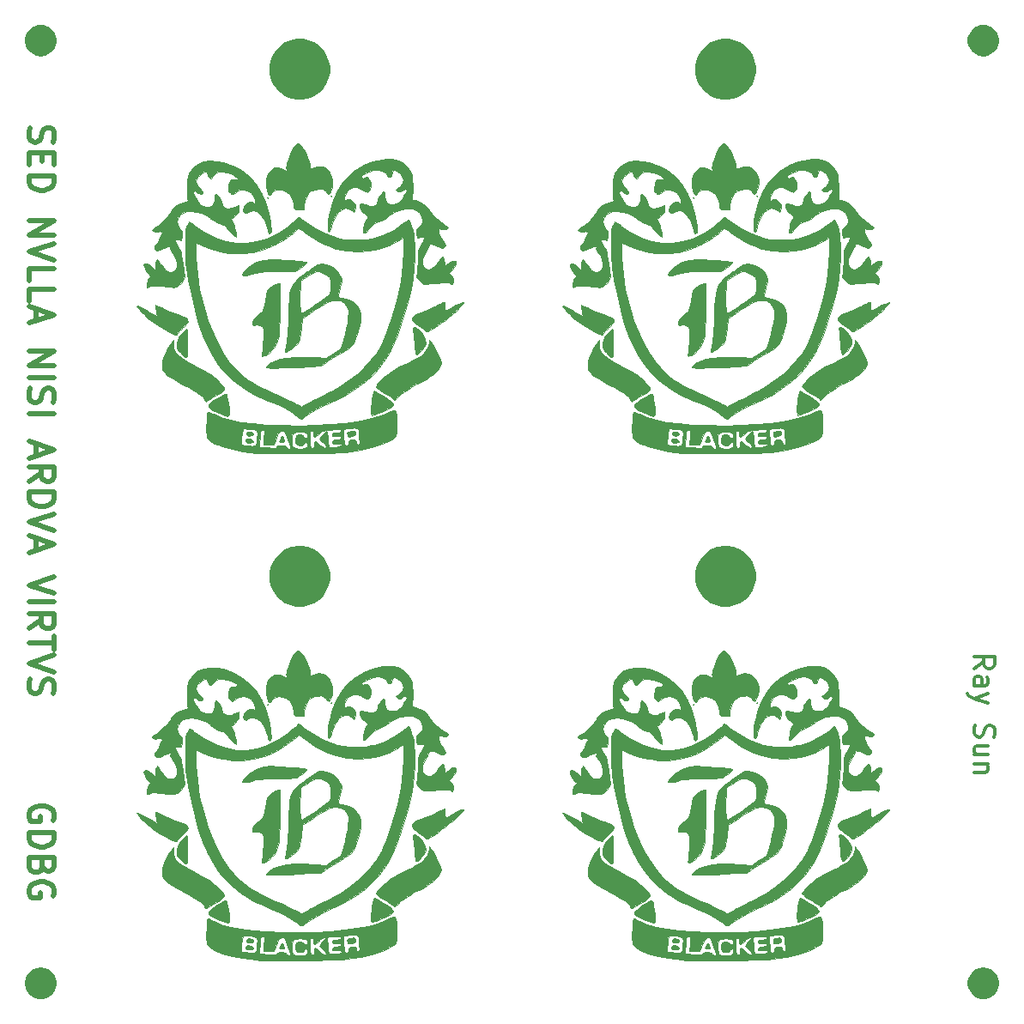
<source format=gts>
%MOIN*%
%OFA0B0*%
%FSLAX46Y46*%
%IPPOS*%
%LPD*%
%ADD10C,0.00039370078740157485*%
%ADD11C,0.0039370078740157488*%
%ADD22C,0.00039370078740157485*%
%ADD23C,0.0039370078740157488*%
%ADD24C,0.00039370078740157485*%
%ADD25C,0.0039370078740157488*%
%ADD26C,0.00039370078740157485*%
%ADD27C,0.0039370078740157488*%
%ADD28C,0.011811023622047244*%
%ADD29C,0.0039370078740157488*%
%ADD30C,0.01968503937007874*%
%ADD31C,0.0039370078740157488*%
D10*
G36*
X0001514125Y0002363223D02*
G01*
X0001516786Y0002355442D01*
X0001518651Y0002343052D01*
X0001519733Y0002327617D01*
X0001520044Y0002310701D01*
X0001519598Y0002293866D01*
X0001518408Y0002278675D01*
X0001516486Y0002266693D01*
X0001513845Y0002259482D01*
X0001513268Y0002258785D01*
X0001506023Y0002253604D01*
X0001493993Y0002247069D01*
X0001478734Y0002239881D01*
X0001461800Y0002232747D01*
X0001444748Y0002226368D01*
X0001433675Y0002222761D01*
X0001380374Y0002209534D01*
X0001322114Y0002200474D01*
X0001322034Y0002200465D01*
X0001310653Y0002199552D01*
X0001293568Y0002198708D01*
X0001271696Y0002197942D01*
X0001245952Y0002197261D01*
X0001217251Y0002196675D01*
X0001186508Y0002196190D01*
X0001154639Y0002195815D01*
X0001122559Y0002195559D01*
X0001091184Y0002195429D01*
X0001061428Y0002195433D01*
X0001034208Y0002195580D01*
X0001010438Y0002195878D01*
X0000991035Y0002196336D01*
X0000976913Y0002196960D01*
X0000972034Y0002197346D01*
X0000923711Y0002203581D01*
X0000880997Y0002211882D01*
X0000844135Y0002222189D01*
X0000827259Y0002228910D01*
X0000915465Y0002228910D01*
X0000932083Y0002226934D01*
X0000948904Y0002225166D01*
X0000960394Y0002224636D01*
X0000967782Y0002225402D01*
X0000972299Y0002227524D01*
X0000973727Y0002228942D01*
X0000974243Y0002230425D01*
X0000987412Y0002230425D01*
X0000987441Y0002223569D01*
X0000987702Y0002222131D01*
X0000991387Y0002221341D01*
X0001000204Y0002220306D01*
X0001012632Y0002219188D01*
X0001020833Y0002218570D01*
X0001035824Y0002217655D01*
X0001045468Y0002217535D01*
X0001051051Y0002218332D01*
X0001053857Y0002220169D01*
X0001054731Y0002221789D01*
X0001058845Y0002225100D01*
X0001066635Y0002227057D01*
X0001075852Y0002227614D01*
X0001084245Y0002226723D01*
X0001089564Y0002224340D01*
X0001090367Y0002222521D01*
X0001093362Y0002216978D01*
X0001102186Y0002214334D01*
X0001104440Y0002214173D01*
X0001106905Y0002214717D01*
X0001107634Y0002217400D01*
X0001106449Y0002223344D01*
X0001103175Y0002233675D01*
X0001099913Y0002243077D01*
X0001097802Y0002248988D01*
X0001113700Y0002248988D01*
X0001113700Y0002248982D01*
X0001113935Y0002235896D01*
X0001114929Y0002227716D01*
X0001117120Y0002222687D01*
X0001120945Y0002219056D01*
X0001121200Y0002218870D01*
X0001128577Y0002216122D01*
X0001139559Y0002214745D01*
X0001151702Y0002214722D01*
X0001162567Y0002216039D01*
X0001169710Y0002218677D01*
X0001170321Y0002219197D01*
X0001173157Y0002224789D01*
X0001174438Y0002230637D01*
X0001172954Y0002237304D01*
X0001168294Y0002240412D01*
X0001162932Y0002239390D01*
X0001159447Y0002234085D01*
X0001156785Y0002229477D01*
X0001150754Y0002227517D01*
X0001144369Y0002227244D01*
X0001133868Y0002228524D01*
X0001129073Y0002232475D01*
X0001129057Y0002232516D01*
X0001127300Y0002241273D01*
X0001127207Y0002251835D01*
X0001128612Y0002261323D01*
X0001131034Y0002266577D01*
X0001138685Y0002270222D01*
X0001148072Y0002269955D01*
X0001155965Y0002266096D01*
X0001157807Y0002263910D01*
X0001163523Y0002258319D01*
X0001169306Y0002257508D01*
X0001173141Y0002261351D01*
X0001173700Y0002264910D01*
X0001173420Y0002266325D01*
X0001182867Y0002266325D01*
X0001183274Y0002252255D01*
X0001183902Y0002238671D01*
X0001184697Y0002227686D01*
X0001185525Y0002220957D01*
X0001185875Y0002219755D01*
X0001190103Y0002217655D01*
X0001193897Y0002217244D01*
X0001198144Y0002218433D01*
X0001200018Y0002223147D01*
X0001200367Y0002230577D01*
X0001200816Y0002238930D01*
X0001201938Y0002243572D01*
X0001202390Y0002243910D01*
X0001205849Y0002241987D01*
X0001212885Y0002236966D01*
X0001221159Y0002230577D01*
X0001230881Y0002222971D01*
X0001236969Y0002218920D01*
X0001240965Y0002217781D01*
X0001244412Y0002218910D01*
X0001246338Y0002220076D01*
X0001247379Y0002223039D01*
X0001243881Y0002228400D01*
X0001235505Y0002236761D01*
X0001227568Y0002244379D01*
X0001222087Y0002250220D01*
X0001220367Y0002252742D01*
X0001222430Y0002256151D01*
X0001227576Y0002262572D01*
X0001234242Y0002270237D01*
X0001240866Y0002277376D01*
X0001245882Y0002282221D01*
X0001247328Y0002283243D01*
X0001249085Y0002280809D01*
X0001250901Y0002272879D01*
X0001252597Y0002260617D01*
X0001253994Y0002245189D01*
X0001254537Y0002236413D01*
X0001255306Y0002226865D01*
X0001257125Y0002222218D01*
X0001261239Y0002220711D01*
X0001265735Y0002220580D01*
X0001282034Y0002221306D01*
X0001295108Y0002223319D01*
X0001303821Y0002226353D01*
X0001307038Y0002230144D01*
X0001307038Y0002230197D01*
X0001305922Y0002233257D01*
X0001301593Y0002234631D01*
X0001292593Y0002234649D01*
X0001288430Y0002234419D01*
X0001277886Y0002233933D01*
X0001272471Y0002234554D01*
X0001270672Y0002236858D01*
X0001270926Y0002241086D01*
X0001272507Y0002245950D01*
X0001276682Y0002248517D01*
X0001285292Y0002249746D01*
X0001287867Y0002249926D01*
X0001297683Y0002251033D01*
X0001302431Y0002253195D01*
X0001303699Y0002257156D01*
X0001303700Y0002257319D01*
X0001302865Y0002261033D01*
X0001299293Y0002262801D01*
X0001291385Y0002263138D01*
X0001286200Y0002262970D01*
X0001275942Y0002262832D01*
X0001270699Y0002263888D01*
X0001268855Y0002266689D01*
X0001268700Y0002268910D01*
X0001269653Y0002272911D01*
X0001273566Y0002275146D01*
X0001282023Y0002276310D01*
X0001286200Y0002276584D01*
X0001296553Y0002277541D01*
X0001301827Y0002279332D01*
X0001303608Y0002282654D01*
X0001303700Y0002284286D01*
X0001303394Y0002286490D01*
X0001311915Y0002286490D01*
X0001312497Y0002278172D01*
X0001313573Y0002266872D01*
X0001314943Y0002254401D01*
X0001316411Y0002242571D01*
X0001317778Y0002233195D01*
X0001318764Y0002228336D01*
X0001322441Y0002225906D01*
X0001326644Y0002226176D01*
X0001332275Y0002230600D01*
X0001334348Y0002238417D01*
X0001335738Y0002245401D01*
X0001339493Y0002248635D01*
X0001347748Y0002249934D01*
X0001347910Y0002249947D01*
X0001356239Y0002250134D01*
X0001360274Y0002247858D01*
X0001362315Y0002241649D01*
X0001362527Y0002240608D01*
X0001365020Y0002233293D01*
X0001369350Y0002231089D01*
X0001371652Y0002231248D01*
X0001376791Y0002234809D01*
X0001377921Y0002242712D01*
X0001374886Y0002253861D01*
X0001374866Y0002253910D01*
X0001373593Y0002260671D01*
X0001373488Y0002269667D01*
X0001372827Y0002283663D01*
X0001368582Y0002292166D01*
X0001363619Y0002294897D01*
X0001357876Y0002295267D01*
X0001348191Y0002294900D01*
X0001336666Y0002293998D01*
X0001325405Y0002292759D01*
X0001316510Y0002291381D01*
X0001312083Y0002290065D01*
X0001312025Y0002290013D01*
X0001311915Y0002286490D01*
X0001303394Y0002286490D01*
X0001303226Y0002287698D01*
X0001300866Y0002289507D01*
X0001295211Y0002289986D01*
X0001284854Y0002289408D01*
X0001279534Y0002288980D01*
X0001260130Y0002287314D01*
X0001246117Y0002285800D01*
X0001236241Y0002284067D01*
X0001229245Y0002281748D01*
X0001223875Y0002278472D01*
X0001218876Y0002273872D01*
X0001215334Y0002270108D01*
X0001206869Y0002262193D01*
X0001201270Y0002260200D01*
X0001198142Y0002264232D01*
X0001197089Y0002274395D01*
X0001197085Y0002274975D01*
X0001196144Y0002281666D01*
X0001192394Y0002283539D01*
X0001189629Y0002283309D01*
X0001186132Y0002282449D01*
X0001184021Y0002280215D01*
X0001183023Y0002275283D01*
X0001182867Y0002266325D01*
X0001173420Y0002266325D01*
X0001172114Y0002272928D01*
X0001166700Y0002277826D01*
X0001156477Y0002280164D01*
X0001146148Y0002280577D01*
X0001131229Y0002280102D01*
X0001121739Y0002277887D01*
X0001116464Y0002272752D01*
X0001114189Y0002263513D01*
X0001113700Y0002248988D01*
X0001097802Y0002248988D01*
X0001093952Y0002259767D01*
X0001089492Y0002271156D01*
X0001085887Y0002278254D01*
X0001082493Y0002282073D01*
X0001078663Y0002283621D01*
X0001073830Y0002283910D01*
X0001068962Y0002283432D01*
X0001065185Y0002281186D01*
X0001061560Y0002275955D01*
X0001057151Y0002266518D01*
X0001053292Y0002257244D01*
X0001042389Y0002230577D01*
X0001002717Y0002230577D01*
X0001004895Y0002258910D01*
X0001005884Y0002272613D01*
X0001006088Y0002280984D01*
X0001005240Y0002285336D01*
X0001003072Y0002286985D01*
X0000999315Y0002287244D01*
X0000999116Y0002287244D01*
X0000995415Y0002286906D01*
X0000992953Y0002285068D01*
X0000991328Y0002280493D01*
X0000990138Y0002271942D01*
X0000988982Y0002258179D01*
X0000988769Y0002255350D01*
X0000987871Y0002241524D01*
X0000987412Y0002230425D01*
X0000974243Y0002230425D01*
X0000976341Y0002236454D01*
X0000976119Y0002247275D01*
X0000975674Y0002256085D01*
X0000976751Y0002261740D01*
X0000977351Y0002262440D01*
X0000980166Y0002267577D01*
X0000979634Y0002275367D01*
X0000976151Y0002282950D01*
X0000974197Y0002285127D01*
X0000966850Y0002288837D01*
X0000954332Y0002290941D01*
X0000945094Y0002291477D01*
X0000922161Y0002292244D01*
X0000919826Y0002273910D01*
X0000918257Y0002260557D01*
X0000916922Y0002247447D01*
X0000916478Y0002242244D01*
X0000915465Y0002228910D01*
X0000827259Y0002228910D01*
X0000813365Y0002234444D01*
X0000806204Y0002238041D01*
X0000796302Y0002243938D01*
X0000789160Y0002250322D01*
X0000784431Y0002258300D01*
X0000781766Y0002268982D01*
X0000780817Y0002283477D01*
X0000781236Y0002302894D01*
X0000781887Y0002315454D01*
X0000782893Y0002331137D01*
X0000783932Y0002344324D01*
X0000784882Y0002353625D01*
X0000785615Y0002357645D01*
X0000789036Y0002357366D01*
X0000796789Y0002354524D01*
X0000807329Y0002349704D01*
X0000809539Y0002348603D01*
X0000838364Y0002336598D01*
X0000873517Y0002326476D01*
X0000914928Y0002318249D01*
X0000962527Y0002311928D01*
X0001016244Y0002307525D01*
X0001075367Y0002305067D01*
X0001141813Y0002304390D01*
X0001204376Y0002305652D01*
X0001262696Y0002308811D01*
X0001316416Y0002313822D01*
X0001365175Y0002320644D01*
X0001408615Y0002329233D01*
X0001446377Y0002339546D01*
X0001478102Y0002351540D01*
X0001483419Y0002354006D01*
X0001497490Y0002360457D01*
X0001506716Y0002363869D01*
X0001512035Y0002364525D01*
X0001514125Y0002363223D01*
G37*
X0001514125Y0002363223D02*
X0001516786Y0002355442D01*
X0001518651Y0002343052D01*
X0001519733Y0002327617D01*
X0001520044Y0002310701D01*
X0001519598Y0002293866D01*
X0001518408Y0002278675D01*
X0001516486Y0002266693D01*
X0001513845Y0002259482D01*
X0001513268Y0002258785D01*
X0001506023Y0002253604D01*
X0001493993Y0002247069D01*
X0001478734Y0002239881D01*
X0001461800Y0002232747D01*
X0001444748Y0002226368D01*
X0001433675Y0002222761D01*
X0001380374Y0002209534D01*
X0001322114Y0002200474D01*
X0001322034Y0002200465D01*
X0001310653Y0002199552D01*
X0001293568Y0002198708D01*
X0001271696Y0002197942D01*
X0001245952Y0002197261D01*
X0001217251Y0002196675D01*
X0001186508Y0002196190D01*
X0001154639Y0002195815D01*
X0001122559Y0002195559D01*
X0001091184Y0002195429D01*
X0001061428Y0002195433D01*
X0001034208Y0002195580D01*
X0001010438Y0002195878D01*
X0000991035Y0002196336D01*
X0000976913Y0002196960D01*
X0000972034Y0002197346D01*
X0000923711Y0002203581D01*
X0000880997Y0002211882D01*
X0000844135Y0002222189D01*
X0000827259Y0002228910D01*
X0000915465Y0002228910D01*
X0000932083Y0002226934D01*
X0000948904Y0002225166D01*
X0000960394Y0002224636D01*
X0000967782Y0002225402D01*
X0000972299Y0002227524D01*
X0000973727Y0002228942D01*
X0000974243Y0002230425D01*
X0000987412Y0002230425D01*
X0000987441Y0002223569D01*
X0000987702Y0002222131D01*
X0000991387Y0002221341D01*
X0001000204Y0002220306D01*
X0001012632Y0002219188D01*
X0001020833Y0002218570D01*
X0001035824Y0002217655D01*
X0001045468Y0002217535D01*
X0001051051Y0002218332D01*
X0001053857Y0002220169D01*
X0001054731Y0002221789D01*
X0001058845Y0002225100D01*
X0001066635Y0002227057D01*
X0001075852Y0002227614D01*
X0001084245Y0002226723D01*
X0001089564Y0002224340D01*
X0001090367Y0002222521D01*
X0001093362Y0002216978D01*
X0001102186Y0002214334D01*
X0001104440Y0002214173D01*
X0001106905Y0002214717D01*
X0001107634Y0002217400D01*
X0001106449Y0002223344D01*
X0001103175Y0002233675D01*
X0001099913Y0002243077D01*
X0001097802Y0002248988D01*
X0001113700Y0002248988D01*
X0001113700Y0002248982D01*
X0001113935Y0002235896D01*
X0001114929Y0002227716D01*
X0001117120Y0002222687D01*
X0001120945Y0002219056D01*
X0001121200Y0002218870D01*
X0001128577Y0002216122D01*
X0001139559Y0002214745D01*
X0001151702Y0002214722D01*
X0001162567Y0002216039D01*
X0001169710Y0002218677D01*
X0001170321Y0002219197D01*
X0001173157Y0002224789D01*
X0001174438Y0002230637D01*
X0001172954Y0002237304D01*
X0001168294Y0002240412D01*
X0001162932Y0002239390D01*
X0001159447Y0002234085D01*
X0001156785Y0002229477D01*
X0001150754Y0002227517D01*
X0001144369Y0002227244D01*
X0001133868Y0002228524D01*
X0001129073Y0002232475D01*
X0001129057Y0002232516D01*
X0001127300Y0002241273D01*
X0001127207Y0002251835D01*
X0001128612Y0002261323D01*
X0001131034Y0002266577D01*
X0001138685Y0002270222D01*
X0001148072Y0002269955D01*
X0001155965Y0002266096D01*
X0001157807Y0002263910D01*
X0001163523Y0002258319D01*
X0001169306Y0002257508D01*
X0001173141Y0002261351D01*
X0001173700Y0002264910D01*
X0001173420Y0002266325D01*
X0001182867Y0002266325D01*
X0001183274Y0002252255D01*
X0001183902Y0002238671D01*
X0001184697Y0002227686D01*
X0001185525Y0002220957D01*
X0001185875Y0002219755D01*
X0001190103Y0002217655D01*
X0001193897Y0002217244D01*
X0001198144Y0002218433D01*
X0001200018Y0002223147D01*
X0001200367Y0002230577D01*
X0001200816Y0002238930D01*
X0001201938Y0002243572D01*
X0001202390Y0002243910D01*
X0001205849Y0002241987D01*
X0001212885Y0002236966D01*
X0001221159Y0002230577D01*
X0001230881Y0002222971D01*
X0001236969Y0002218920D01*
X0001240965Y0002217781D01*
X0001244412Y0002218910D01*
X0001246338Y0002220076D01*
X0001247379Y0002223039D01*
X0001243881Y0002228400D01*
X0001235505Y0002236761D01*
X0001227568Y0002244379D01*
X0001222087Y0002250220D01*
X0001220367Y0002252742D01*
X0001222430Y0002256151D01*
X0001227576Y0002262572D01*
X0001234242Y0002270237D01*
X0001240866Y0002277376D01*
X0001245882Y0002282221D01*
X0001247328Y0002283243D01*
X0001249085Y0002280809D01*
X0001250901Y0002272879D01*
X0001252597Y0002260617D01*
X0001253994Y0002245189D01*
X0001254537Y0002236413D01*
X0001255306Y0002226865D01*
X0001257125Y0002222218D01*
X0001261239Y0002220711D01*
X0001265735Y0002220580D01*
X0001282034Y0002221306D01*
X0001295108Y0002223319D01*
X0001303821Y0002226353D01*
X0001307038Y0002230144D01*
X0001307038Y0002230197D01*
X0001305922Y0002233257D01*
X0001301593Y0002234631D01*
X0001292593Y0002234649D01*
X0001288430Y0002234419D01*
X0001277886Y0002233933D01*
X0001272471Y0002234554D01*
X0001270672Y0002236858D01*
X0001270926Y0002241086D01*
X0001272507Y0002245950D01*
X0001276682Y0002248517D01*
X0001285292Y0002249746D01*
X0001287867Y0002249926D01*
X0001297683Y0002251033D01*
X0001302431Y0002253195D01*
X0001303699Y0002257156D01*
X0001303700Y0002257319D01*
X0001302865Y0002261033D01*
X0001299293Y0002262801D01*
X0001291385Y0002263138D01*
X0001286200Y0002262970D01*
X0001275942Y0002262832D01*
X0001270699Y0002263888D01*
X0001268855Y0002266689D01*
X0001268700Y0002268910D01*
X0001269653Y0002272911D01*
X0001273566Y0002275146D01*
X0001282023Y0002276310D01*
X0001286200Y0002276584D01*
X0001296553Y0002277541D01*
X0001301827Y0002279332D01*
X0001303608Y0002282654D01*
X0001303700Y0002284286D01*
X0001303394Y0002286490D01*
X0001311915Y0002286490D01*
X0001312497Y0002278172D01*
X0001313573Y0002266872D01*
X0001314943Y0002254401D01*
X0001316411Y0002242571D01*
X0001317778Y0002233195D01*
X0001318764Y0002228336D01*
X0001322441Y0002225906D01*
X0001326644Y0002226176D01*
X0001332275Y0002230600D01*
X0001334348Y0002238417D01*
X0001335738Y0002245401D01*
X0001339493Y0002248635D01*
X0001347748Y0002249934D01*
X0001347910Y0002249947D01*
X0001356239Y0002250134D01*
X0001360274Y0002247858D01*
X0001362315Y0002241649D01*
X0001362527Y0002240608D01*
X0001365020Y0002233293D01*
X0001369350Y0002231089D01*
X0001371652Y0002231248D01*
X0001376791Y0002234809D01*
X0001377921Y0002242712D01*
X0001374886Y0002253861D01*
X0001374866Y0002253910D01*
X0001373593Y0002260671D01*
X0001373488Y0002269667D01*
X0001372827Y0002283663D01*
X0001368582Y0002292166D01*
X0001363619Y0002294897D01*
X0001357876Y0002295267D01*
X0001348191Y0002294900D01*
X0001336666Y0002293998D01*
X0001325405Y0002292759D01*
X0001316510Y0002291381D01*
X0001312083Y0002290065D01*
X0001312025Y0002290013D01*
X0001311915Y0002286490D01*
X0001303394Y0002286490D01*
X0001303226Y0002287698D01*
X0001300866Y0002289507D01*
X0001295211Y0002289986D01*
X0001284854Y0002289408D01*
X0001279534Y0002288980D01*
X0001260130Y0002287314D01*
X0001246117Y0002285800D01*
X0001236241Y0002284067D01*
X0001229245Y0002281748D01*
X0001223875Y0002278472D01*
X0001218876Y0002273872D01*
X0001215334Y0002270108D01*
X0001206869Y0002262193D01*
X0001201270Y0002260200D01*
X0001198142Y0002264232D01*
X0001197089Y0002274395D01*
X0001197085Y0002274975D01*
X0001196144Y0002281666D01*
X0001192394Y0002283539D01*
X0001189629Y0002283309D01*
X0001186132Y0002282449D01*
X0001184021Y0002280215D01*
X0001183023Y0002275283D01*
X0001182867Y0002266325D01*
X0001173420Y0002266325D01*
X0001172114Y0002272928D01*
X0001166700Y0002277826D01*
X0001156477Y0002280164D01*
X0001146148Y0002280577D01*
X0001131229Y0002280102D01*
X0001121739Y0002277887D01*
X0001116464Y0002272752D01*
X0001114189Y0002263513D01*
X0001113700Y0002248988D01*
X0001097802Y0002248988D01*
X0001093952Y0002259767D01*
X0001089492Y0002271156D01*
X0001085887Y0002278254D01*
X0001082493Y0002282073D01*
X0001078663Y0002283621D01*
X0001073830Y0002283910D01*
X0001068962Y0002283432D01*
X0001065185Y0002281186D01*
X0001061560Y0002275955D01*
X0001057151Y0002266518D01*
X0001053292Y0002257244D01*
X0001042389Y0002230577D01*
X0001002717Y0002230577D01*
X0001004895Y0002258910D01*
X0001005884Y0002272613D01*
X0001006088Y0002280984D01*
X0001005240Y0002285336D01*
X0001003072Y0002286985D01*
X0000999315Y0002287244D01*
X0000999116Y0002287244D01*
X0000995415Y0002286906D01*
X0000992953Y0002285068D01*
X0000991328Y0002280493D01*
X0000990138Y0002271942D01*
X0000988982Y0002258179D01*
X0000988769Y0002255350D01*
X0000987871Y0002241524D01*
X0000987412Y0002230425D01*
X0000974243Y0002230425D01*
X0000976341Y0002236454D01*
X0000976119Y0002247275D01*
X0000975674Y0002256085D01*
X0000976751Y0002261740D01*
X0000977351Y0002262440D01*
X0000980166Y0002267577D01*
X0000979634Y0002275367D01*
X0000976151Y0002282950D01*
X0000974197Y0002285127D01*
X0000966850Y0002288837D01*
X0000954332Y0002290941D01*
X0000945094Y0002291477D01*
X0000922161Y0002292244D01*
X0000919826Y0002273910D01*
X0000918257Y0002260557D01*
X0000916922Y0002247447D01*
X0000916478Y0002242244D01*
X0000915465Y0002228910D01*
X0000827259Y0002228910D01*
X0000813365Y0002234444D01*
X0000806204Y0002238041D01*
X0000796302Y0002243938D01*
X0000789160Y0002250322D01*
X0000784431Y0002258300D01*
X0000781766Y0002268982D01*
X0000780817Y0002283477D01*
X0000781236Y0002302894D01*
X0000781887Y0002315454D01*
X0000782893Y0002331137D01*
X0000783932Y0002344324D01*
X0000784882Y0002353625D01*
X0000785615Y0002357645D01*
X0000789036Y0002357366D01*
X0000796789Y0002354524D01*
X0000807329Y0002349704D01*
X0000809539Y0002348603D01*
X0000838364Y0002336598D01*
X0000873517Y0002326476D01*
X0000914928Y0002318249D01*
X0000962527Y0002311928D01*
X0001016244Y0002307525D01*
X0001075367Y0002305067D01*
X0001141813Y0002304390D01*
X0001204376Y0002305652D01*
X0001262696Y0002308811D01*
X0001316416Y0002313822D01*
X0001365175Y0002320644D01*
X0001408615Y0002329233D01*
X0001446377Y0002339546D01*
X0001478102Y0002351540D01*
X0001483419Y0002354006D01*
X0001497490Y0002360457D01*
X0001506716Y0002363869D01*
X0001512035Y0002364525D01*
X0001514125Y0002363223D01*
G36*
X0001141999Y0003112077D02*
G01*
X0001149681Y0003107101D01*
X0001160390Y0003099771D01*
X0001171431Y0003091960D01*
X0001203936Y0003070882D01*
X0001238108Y0003052777D01*
X0001271862Y0003038692D01*
X0001288700Y0003033261D01*
X0001312486Y0003028350D01*
X0001340260Y0003025632D01*
X0001369727Y0003025108D01*
X0001398594Y0003026776D01*
X0001424565Y0003030638D01*
X0001435367Y0003033281D01*
X0001471917Y0003046373D01*
X0001508469Y0003064363D01*
X0001541543Y0003085331D01*
X0001567389Y0003103874D01*
X0001572671Y0003091392D01*
X0001578236Y0003076954D01*
X0001582385Y0003062675D01*
X0001585366Y0003047062D01*
X0001587427Y0003028620D01*
X0001588816Y0003005854D01*
X0001589396Y0002990577D01*
X0001589573Y0002953158D01*
X0001587537Y0002915974D01*
X0001583109Y0002878029D01*
X0001576114Y0002838327D01*
X0001566374Y0002795871D01*
X0001553711Y0002749666D01*
X0001537949Y0002698716D01*
X0001536930Y0002695577D01*
X0001523935Y0002657705D01*
X0001511171Y0002625258D01*
X0001497978Y0002597052D01*
X0001483698Y0002571904D01*
X0001467673Y0002548633D01*
X0001449244Y0002526054D01*
X0001432324Y0002507691D01*
X0001398672Y0002475702D01*
X0001363420Y0002448397D01*
X0001324997Y0002424706D01*
X0001281830Y0002403558D01*
X0001275367Y0002400760D01*
X0001245617Y0002387293D01*
X0001218012Y0002373305D01*
X0001193809Y0002359486D01*
X0001174267Y0002346529D01*
X0001168139Y0002341825D01*
X0001159526Y0002335506D01*
X0001152492Y0002331488D01*
X0001149806Y0002330712D01*
X0001144766Y0002332844D01*
X0001137209Y0002338067D01*
X0001133700Y0002340952D01*
X0001117664Y0002353120D01*
X0001097232Y0002365522D01*
X0001071806Y0002378473D01*
X0001040791Y0002392286D01*
X0001020292Y0002400702D01*
X0000989010Y0002413890D01*
X0000962412Y0002426773D01*
X0000938666Y0002440451D01*
X0000915939Y0002456026D01*
X0000892398Y0002474597D01*
X0000880598Y0002484616D01*
X0000853186Y0002511011D01*
X0000828303Y0002540778D01*
X0000805772Y0002574324D01*
X0000785416Y0002612052D01*
X0000767057Y0002654369D01*
X0000750517Y0002701678D01*
X0000735618Y0002754386D01*
X0000722183Y0002812896D01*
X0000711244Y0002870577D01*
X0000706942Y0002895869D01*
X0000703752Y0002916313D01*
X0000701508Y0002933605D01*
X0000700049Y0002949442D01*
X0000699212Y0002965521D01*
X0000698833Y0002983536D01*
X0000698750Y0003000577D01*
X0000698812Y0003014410D01*
X0000739386Y0003014410D01*
X0000741329Y0002956660D01*
X0000745702Y0002893751D01*
X0000754693Y0002833320D01*
X0000768636Y0002773885D01*
X0000787864Y0002713960D01*
X0000806894Y0002665577D01*
X0000826949Y0002622294D01*
X0000848302Y0002584621D01*
X0000871638Y0002551527D01*
X0000897642Y0002521983D01*
X0000910935Y0002509072D01*
X0000927523Y0002494445D01*
X0000944103Y0002481540D01*
X0000961826Y0002469669D01*
X0000981847Y0002458144D01*
X0001005317Y0002446278D01*
X0001033390Y0002433382D01*
X0001049715Y0002426245D01*
X0001070574Y0002417101D01*
X0001090324Y0002408185D01*
X0001107797Y0002400044D01*
X0001121825Y0002393225D01*
X0001131241Y0002388275D01*
X0001133048Y0002387200D01*
X0001141871Y0002381790D01*
X0001148139Y0002378193D01*
X0001150065Y0002377307D01*
X0001153311Y0002378792D01*
X0001161372Y0002382930D01*
X0001173212Y0002389178D01*
X0001187796Y0002396992D01*
X0001196731Y0002401824D01*
X0001214851Y0002411564D01*
X0001233191Y0002421263D01*
X0001249912Y0002429959D01*
X0001263176Y0002436689D01*
X0001266174Y0002438166D01*
X0001299697Y0002456637D01*
X0001333016Y0002478990D01*
X0001365060Y0002504256D01*
X0001394759Y0002531468D01*
X0001421045Y0002559661D01*
X0001442848Y0002587866D01*
X0001456676Y0002610411D01*
X0001462836Y0002623311D01*
X0001470369Y0002641187D01*
X0001478754Y0002662626D01*
X0001487467Y0002686214D01*
X0001495986Y0002710537D01*
X0001503787Y0002734181D01*
X0001510089Y0002754833D01*
X0001523060Y0002803118D01*
X0001532818Y0002847873D01*
X0001539711Y0002891204D01*
X0001544086Y0002935220D01*
X0001546030Y0002973077D01*
X0001546554Y0002992377D01*
X0001546802Y0003009153D01*
X0001546775Y0003022362D01*
X0001546475Y0003030961D01*
X0001545928Y0003033910D01*
X0001542247Y0003032242D01*
X0001534673Y0003027882D01*
X0001525438Y0003022145D01*
X0001489907Y0003003278D01*
X0001451304Y0002989823D01*
X0001410538Y0002981849D01*
X0001368519Y0002979421D01*
X0001326158Y0002982607D01*
X0001284362Y0002991473D01*
X0001253132Y0003002214D01*
X0001227576Y0003014199D01*
X0001200369Y0003029733D01*
X0001174146Y0003047263D01*
X0001164605Y0003054421D01*
X0001154346Y0003062055D01*
X0001145849Y0003067744D01*
X0001140650Y0003070474D01*
X0001140095Y0003070577D01*
X0001135898Y0003068477D01*
X0001128463Y0003062965D01*
X0001119383Y0003055225D01*
X0001119190Y0003055050D01*
X0001084384Y0003027751D01*
X0001046274Y0003005530D01*
X0001005738Y0002988678D01*
X0000963654Y0002977485D01*
X0000920898Y0002972243D01*
X0000878348Y0002973243D01*
X0000874045Y0002973708D01*
X0000848303Y0002977432D01*
X0000824303Y0002982643D01*
X0000800066Y0002989912D01*
X0000773608Y0002999809D01*
X0000752376Y0003008750D01*
X0000739386Y0003014410D01*
X0000698812Y0003014410D01*
X0000698851Y0003023264D01*
X0000699266Y0003040514D01*
X0000700090Y0003053555D01*
X0000701422Y0003063611D01*
X0000703359Y0003071910D01*
X0000704788Y0003076371D01*
X0000708660Y0003086347D01*
X0000712162Y0003093485D01*
X0000713855Y0003095673D01*
X0000717693Y0003094630D01*
X0000725230Y0003090223D01*
X0000735017Y0003083327D01*
X0000737767Y0003081222D01*
X0000776752Y0003054343D01*
X0000816151Y0003034017D01*
X0000855852Y0003020262D01*
X0000895743Y0003013093D01*
X0000935712Y0003012529D01*
X0000975649Y0003018585D01*
X0001015442Y0003031278D01*
X0001029339Y0003037304D01*
X0001062979Y0003054892D01*
X0001092341Y0003074799D01*
X0001115727Y0003094744D01*
X0001125340Y0003103497D01*
X0001133137Y0003110152D01*
X0001137843Y0003113638D01*
X0001138523Y0003113910D01*
X0001141999Y0003112077D01*
G37*
X0001141999Y0003112077D02*
X0001149681Y0003107101D01*
X0001160390Y0003099771D01*
X0001171431Y0003091960D01*
X0001203936Y0003070882D01*
X0001238108Y0003052777D01*
X0001271862Y0003038692D01*
X0001288700Y0003033261D01*
X0001312486Y0003028350D01*
X0001340260Y0003025632D01*
X0001369727Y0003025108D01*
X0001398594Y0003026776D01*
X0001424565Y0003030638D01*
X0001435367Y0003033281D01*
X0001471917Y0003046373D01*
X0001508469Y0003064363D01*
X0001541543Y0003085331D01*
X0001567389Y0003103874D01*
X0001572671Y0003091392D01*
X0001578236Y0003076954D01*
X0001582385Y0003062675D01*
X0001585366Y0003047062D01*
X0001587427Y0003028620D01*
X0001588816Y0003005854D01*
X0001589396Y0002990577D01*
X0001589573Y0002953158D01*
X0001587537Y0002915974D01*
X0001583109Y0002878029D01*
X0001576114Y0002838327D01*
X0001566374Y0002795871D01*
X0001553711Y0002749666D01*
X0001537949Y0002698716D01*
X0001536930Y0002695577D01*
X0001523935Y0002657705D01*
X0001511171Y0002625258D01*
X0001497978Y0002597052D01*
X0001483698Y0002571904D01*
X0001467673Y0002548633D01*
X0001449244Y0002526054D01*
X0001432324Y0002507691D01*
X0001398672Y0002475702D01*
X0001363420Y0002448397D01*
X0001324997Y0002424706D01*
X0001281830Y0002403558D01*
X0001275367Y0002400760D01*
X0001245617Y0002387293D01*
X0001218012Y0002373305D01*
X0001193809Y0002359486D01*
X0001174267Y0002346529D01*
X0001168139Y0002341825D01*
X0001159526Y0002335506D01*
X0001152492Y0002331488D01*
X0001149806Y0002330712D01*
X0001144766Y0002332844D01*
X0001137209Y0002338067D01*
X0001133700Y0002340952D01*
X0001117664Y0002353120D01*
X0001097232Y0002365522D01*
X0001071806Y0002378473D01*
X0001040791Y0002392286D01*
X0001020292Y0002400702D01*
X0000989010Y0002413890D01*
X0000962412Y0002426773D01*
X0000938666Y0002440451D01*
X0000915939Y0002456026D01*
X0000892398Y0002474597D01*
X0000880598Y0002484616D01*
X0000853186Y0002511011D01*
X0000828303Y0002540778D01*
X0000805772Y0002574324D01*
X0000785416Y0002612052D01*
X0000767057Y0002654369D01*
X0000750517Y0002701678D01*
X0000735618Y0002754386D01*
X0000722183Y0002812896D01*
X0000711244Y0002870577D01*
X0000706942Y0002895869D01*
X0000703752Y0002916313D01*
X0000701508Y0002933605D01*
X0000700049Y0002949442D01*
X0000699212Y0002965521D01*
X0000698833Y0002983536D01*
X0000698750Y0003000577D01*
X0000698812Y0003014410D01*
X0000739386Y0003014410D01*
X0000741329Y0002956660D01*
X0000745702Y0002893751D01*
X0000754693Y0002833320D01*
X0000768636Y0002773885D01*
X0000787864Y0002713960D01*
X0000806894Y0002665577D01*
X0000826949Y0002622294D01*
X0000848302Y0002584621D01*
X0000871638Y0002551527D01*
X0000897642Y0002521983D01*
X0000910935Y0002509072D01*
X0000927523Y0002494445D01*
X0000944103Y0002481540D01*
X0000961826Y0002469669D01*
X0000981847Y0002458144D01*
X0001005317Y0002446278D01*
X0001033390Y0002433382D01*
X0001049715Y0002426245D01*
X0001070574Y0002417101D01*
X0001090324Y0002408185D01*
X0001107797Y0002400044D01*
X0001121825Y0002393225D01*
X0001131241Y0002388275D01*
X0001133048Y0002387200D01*
X0001141871Y0002381790D01*
X0001148139Y0002378193D01*
X0001150065Y0002377307D01*
X0001153311Y0002378792D01*
X0001161372Y0002382930D01*
X0001173212Y0002389178D01*
X0001187796Y0002396992D01*
X0001196731Y0002401824D01*
X0001214851Y0002411564D01*
X0001233191Y0002421263D01*
X0001249912Y0002429959D01*
X0001263176Y0002436689D01*
X0001266174Y0002438166D01*
X0001299697Y0002456637D01*
X0001333016Y0002478990D01*
X0001365060Y0002504256D01*
X0001394759Y0002531468D01*
X0001421045Y0002559661D01*
X0001442848Y0002587866D01*
X0001456676Y0002610411D01*
X0001462836Y0002623311D01*
X0001470369Y0002641187D01*
X0001478754Y0002662626D01*
X0001487467Y0002686214D01*
X0001495986Y0002710537D01*
X0001503787Y0002734181D01*
X0001510089Y0002754833D01*
X0001523060Y0002803118D01*
X0001532818Y0002847873D01*
X0001539711Y0002891204D01*
X0001544086Y0002935220D01*
X0001546030Y0002973077D01*
X0001546554Y0002992377D01*
X0001546802Y0003009153D01*
X0001546775Y0003022362D01*
X0001546475Y0003030961D01*
X0001545928Y0003033910D01*
X0001542247Y0003032242D01*
X0001534673Y0003027882D01*
X0001525438Y0003022145D01*
X0001489907Y0003003278D01*
X0001451304Y0002989823D01*
X0001410538Y0002981849D01*
X0001368519Y0002979421D01*
X0001326158Y0002982607D01*
X0001284362Y0002991473D01*
X0001253132Y0003002214D01*
X0001227576Y0003014199D01*
X0001200369Y0003029733D01*
X0001174146Y0003047263D01*
X0001164605Y0003054421D01*
X0001154346Y0003062055D01*
X0001145849Y0003067744D01*
X0001140650Y0003070474D01*
X0001140095Y0003070577D01*
X0001135898Y0003068477D01*
X0001128463Y0003062965D01*
X0001119383Y0003055225D01*
X0001119190Y0003055050D01*
X0001084384Y0003027751D01*
X0001046274Y0003005530D01*
X0001005738Y0002988678D01*
X0000963654Y0002977485D01*
X0000920898Y0002972243D01*
X0000878348Y0002973243D01*
X0000874045Y0002973708D01*
X0000848303Y0002977432D01*
X0000824303Y0002982643D01*
X0000800066Y0002989912D01*
X0000773608Y0002999809D01*
X0000752376Y0003008750D01*
X0000739386Y0003014410D01*
X0000698812Y0003014410D01*
X0000698851Y0003023264D01*
X0000699266Y0003040514D01*
X0000700090Y0003053555D01*
X0000701422Y0003063611D01*
X0000703359Y0003071910D01*
X0000704788Y0003076371D01*
X0000708660Y0003086347D01*
X0000712162Y0003093485D01*
X0000713855Y0003095673D01*
X0000717693Y0003094630D01*
X0000725230Y0003090223D01*
X0000735017Y0003083327D01*
X0000737767Y0003081222D01*
X0000776752Y0003054343D01*
X0000816151Y0003034017D01*
X0000855852Y0003020262D01*
X0000895743Y0003013093D01*
X0000935712Y0003012529D01*
X0000975649Y0003018585D01*
X0001015442Y0003031278D01*
X0001029339Y0003037304D01*
X0001062979Y0003054892D01*
X0001092341Y0003074799D01*
X0001115727Y0003094744D01*
X0001125340Y0003103497D01*
X0001133137Y0003110152D01*
X0001137843Y0003113638D01*
X0001138523Y0003113910D01*
X0001141999Y0003112077D01*
G36*
X0000858637Y0002425801D02*
G01*
X0000861599Y0002417843D01*
X0000864491Y0002405736D01*
X0000867026Y0002390729D01*
X0000868920Y0002374072D01*
X0000869263Y0002369744D01*
X0000870241Y0002354941D01*
X0000869961Y0002345909D01*
X0000867487Y0002341761D01*
X0000861884Y0002341608D01*
X0000852218Y0002344563D01*
X0000845328Y0002347014D01*
X0000829474Y0002353261D01*
X0000814156Y0002360334D01*
X0000801326Y0002367265D01*
X0000793084Y0002372952D01*
X0000789487Y0002378654D01*
X0000791103Y0002385267D01*
X0000798222Y0002393145D01*
X0000811134Y0002402640D01*
X0000823915Y0002410520D01*
X0000836465Y0002417802D01*
X0000846880Y0002423684D01*
X0000853822Y0002427421D01*
X0000855888Y0002428360D01*
X0000858637Y0002425801D01*
G37*
X0000858637Y0002425801D02*
X0000861599Y0002417843D01*
X0000864491Y0002405736D01*
X0000867026Y0002390729D01*
X0000868920Y0002374072D01*
X0000869263Y0002369744D01*
X0000870241Y0002354941D01*
X0000869961Y0002345909D01*
X0000867487Y0002341761D01*
X0000861884Y0002341608D01*
X0000852218Y0002344563D01*
X0000845328Y0002347014D01*
X0000829474Y0002353261D01*
X0000814156Y0002360334D01*
X0000801326Y0002367265D01*
X0000793084Y0002372952D01*
X0000789487Y0002378654D01*
X0000791103Y0002385267D01*
X0000798222Y0002393145D01*
X0000811134Y0002402640D01*
X0000823915Y0002410520D01*
X0000836465Y0002417802D01*
X0000846880Y0002423684D01*
X0000853822Y0002427421D01*
X0000855888Y0002428360D01*
X0000858637Y0002425801D01*
G36*
X0001454201Y0002427729D02*
G01*
X0001472617Y0002416318D01*
X0001486086Y0002407725D01*
X0001495389Y0002401360D01*
X0001501307Y0002396633D01*
X0001504623Y0002392954D01*
X0001506119Y0002389733D01*
X0001506398Y0002388334D01*
X0001504036Y0002381718D01*
X0001495437Y0002374221D01*
X0001480941Y0002366051D01*
X0001460888Y0002357418D01*
X0001449711Y0002353286D01*
X0001423778Y0002344109D01*
X0001421542Y0002353016D01*
X0001420855Y0002361206D01*
X0001421285Y0002373885D01*
X0001422597Y0002389014D01*
X0001424561Y0002404554D01*
X0001426944Y0002418466D01*
X0001429514Y0002428708D01*
X0001430421Y0002431063D01*
X0001434454Y0002439882D01*
X0001454201Y0002427729D01*
G37*
X0001454201Y0002427729D02*
X0001472617Y0002416318D01*
X0001486086Y0002407725D01*
X0001495389Y0002401360D01*
X0001501307Y0002396633D01*
X0001504623Y0002392954D01*
X0001506119Y0002389733D01*
X0001506398Y0002388334D01*
X0001504036Y0002381718D01*
X0001495437Y0002374221D01*
X0001480941Y0002366051D01*
X0001460888Y0002357418D01*
X0001449711Y0002353286D01*
X0001423778Y0002344109D01*
X0001421542Y0002353016D01*
X0001420855Y0002361206D01*
X0001421285Y0002373885D01*
X0001422597Y0002389014D01*
X0001424561Y0002404554D01*
X0001426944Y0002418466D01*
X0001429514Y0002428708D01*
X0001430421Y0002431063D01*
X0001434454Y0002439882D01*
X0001454201Y0002427729D01*
G36*
X0000653684Y0002619578D02*
G01*
X0000654621Y0002607343D01*
X0000657826Y0002596484D01*
X0000663926Y0002586374D01*
X0000673550Y0002576388D01*
X0000687325Y0002565899D01*
X0000705880Y0002554281D01*
X0000729843Y0002540908D01*
X0000735850Y0002537697D01*
X0000753384Y0002528230D01*
X0000770302Y0002518833D01*
X0000785045Y0002510389D01*
X0000796054Y0002503782D01*
X0000799058Y0002501855D01*
X0000810913Y0002493024D01*
X0000822974Y0002482428D01*
X0000834089Y0002471284D01*
X0000843105Y0002460810D01*
X0000848870Y0002452224D01*
X0000850367Y0002447648D01*
X0000847432Y0002441559D01*
X0000838455Y0002434077D01*
X0000831976Y0002429949D01*
X0000818579Y0002421785D01*
X0000804260Y0002412878D01*
X0000796685Y0002408077D01*
X0000787661Y0002402356D01*
X0000781277Y0002398430D01*
X0000779128Y0002397244D01*
X0000777188Y0002399782D01*
X0000773306Y0002405992D01*
X0000772709Y0002406998D01*
X0000766616Y0002415216D01*
X0000757644Y0002423585D01*
X0000744986Y0002432681D01*
X0000727833Y0002443078D01*
X0000705378Y0002455352D01*
X0000703200Y0002456500D01*
X0000676781Y0002470548D01*
X0000655758Y0002482229D01*
X0000639529Y0002492081D01*
X0000627491Y0002500646D01*
X0000619042Y0002508464D01*
X0000613579Y0002516074D01*
X0000610499Y0002524018D01*
X0000609202Y0002532836D01*
X0000609042Y0002540944D01*
X0000609748Y0002552274D01*
X0000611982Y0002562571D01*
X0000616425Y0002574101D01*
X0000623309Y0002588247D01*
X0000630580Y0002601786D01*
X0000637836Y0002614200D01*
X0000643853Y0002623425D01*
X0000645486Y0002625577D01*
X0000653667Y0002635577D01*
X0000653684Y0002619578D01*
G37*
X0000653684Y0002619578D02*
X0000654621Y0002607343D01*
X0000657826Y0002596484D01*
X0000663926Y0002586374D01*
X0000673550Y0002576388D01*
X0000687325Y0002565899D01*
X0000705880Y0002554281D01*
X0000729843Y0002540908D01*
X0000735850Y0002537697D01*
X0000753384Y0002528230D01*
X0000770302Y0002518833D01*
X0000785045Y0002510389D01*
X0000796054Y0002503782D01*
X0000799058Y0002501855D01*
X0000810913Y0002493024D01*
X0000822974Y0002482428D01*
X0000834089Y0002471284D01*
X0000843105Y0002460810D01*
X0000848870Y0002452224D01*
X0000850367Y0002447648D01*
X0000847432Y0002441559D01*
X0000838455Y0002434077D01*
X0000831976Y0002429949D01*
X0000818579Y0002421785D01*
X0000804260Y0002412878D01*
X0000796685Y0002408077D01*
X0000787661Y0002402356D01*
X0000781277Y0002398430D01*
X0000779128Y0002397244D01*
X0000777188Y0002399782D01*
X0000773306Y0002405992D01*
X0000772709Y0002406998D01*
X0000766616Y0002415216D01*
X0000757644Y0002423585D01*
X0000744986Y0002432681D01*
X0000727833Y0002443078D01*
X0000705378Y0002455352D01*
X0000703200Y0002456500D01*
X0000676781Y0002470548D01*
X0000655758Y0002482229D01*
X0000639529Y0002492081D01*
X0000627491Y0002500646D01*
X0000619042Y0002508464D01*
X0000613579Y0002516074D01*
X0000610499Y0002524018D01*
X0000609202Y0002532836D01*
X0000609042Y0002540944D01*
X0000609748Y0002552274D01*
X0000611982Y0002562571D01*
X0000616425Y0002574101D01*
X0000623309Y0002588247D01*
X0000630580Y0002601786D01*
X0000637836Y0002614200D01*
X0000643853Y0002623425D01*
X0000645486Y0002625577D01*
X0000653667Y0002635577D01*
X0000653684Y0002619578D01*
G36*
X0001653473Y0002629726D02*
G01*
X0001659039Y0002621265D01*
X0001666257Y0002608737D01*
X0001674071Y0002594165D01*
X0001681422Y0002579569D01*
X0001687251Y0002566974D01*
X0001690083Y0002559771D01*
X0001691829Y0002547216D01*
X0001688320Y0002534702D01*
X0001679183Y0002521340D01*
X0001669914Y0002511649D01*
X0001661898Y0002504808D01*
X0001650980Y0002496579D01*
X0001638574Y0002487896D01*
X0001626092Y0002479694D01*
X0001614949Y0002472908D01*
X0001606559Y0002468472D01*
X0001602764Y0002467244D01*
X0001597356Y0002465391D01*
X0001587980Y0002460429D01*
X0001575999Y0002453252D01*
X0001562775Y0002444752D01*
X0001549672Y0002435824D01*
X0001538052Y0002427360D01*
X0001529280Y0002420254D01*
X0001525693Y0002416721D01*
X0001518224Y0002408390D01*
X0001513605Y0002404666D01*
X0001510624Y0002404868D01*
X0001508731Y0002407193D01*
X0001505050Y0002410333D01*
X0001497112Y0002415707D01*
X0001486472Y0002422277D01*
X0001483799Y0002423852D01*
X0001467344Y0002434019D01*
X0001454099Y0002443314D01*
X0001444901Y0002451084D01*
X0001440586Y0002456676D01*
X0001440367Y0002457739D01*
X0001442513Y0002461573D01*
X0001448180Y0002468713D01*
X0001456210Y0002477719D01*
X0001457491Y0002479082D01*
X0001476499Y0002496277D01*
X0001501329Y0002514026D01*
X0001531218Y0002531831D01*
X0001563394Y0002548245D01*
X0001579061Y0002555933D01*
X0001593990Y0002563701D01*
X0001606266Y0002570530D01*
X0001612789Y0002574562D01*
X0001627360Y0002587969D01*
X0001638772Y0002605321D01*
X0001645362Y0002624066D01*
X0001645486Y0002624726D01*
X0001647769Y0002637208D01*
X0001653473Y0002629726D01*
G37*
X0001653473Y0002629726D02*
X0001659039Y0002621265D01*
X0001666257Y0002608737D01*
X0001674071Y0002594165D01*
X0001681422Y0002579569D01*
X0001687251Y0002566974D01*
X0001690083Y0002559771D01*
X0001691829Y0002547216D01*
X0001688320Y0002534702D01*
X0001679183Y0002521340D01*
X0001669914Y0002511649D01*
X0001661898Y0002504808D01*
X0001650980Y0002496579D01*
X0001638574Y0002487896D01*
X0001626092Y0002479694D01*
X0001614949Y0002472908D01*
X0001606559Y0002468472D01*
X0001602764Y0002467244D01*
X0001597356Y0002465391D01*
X0001587980Y0002460429D01*
X0001575999Y0002453252D01*
X0001562775Y0002444752D01*
X0001549672Y0002435824D01*
X0001538052Y0002427360D01*
X0001529280Y0002420254D01*
X0001525693Y0002416721D01*
X0001518224Y0002408390D01*
X0001513605Y0002404666D01*
X0001510624Y0002404868D01*
X0001508731Y0002407193D01*
X0001505050Y0002410333D01*
X0001497112Y0002415707D01*
X0001486472Y0002422277D01*
X0001483799Y0002423852D01*
X0001467344Y0002434019D01*
X0001454099Y0002443314D01*
X0001444901Y0002451084D01*
X0001440586Y0002456676D01*
X0001440367Y0002457739D01*
X0001442513Y0002461573D01*
X0001448180Y0002468713D01*
X0001456210Y0002477719D01*
X0001457491Y0002479082D01*
X0001476499Y0002496277D01*
X0001501329Y0002514026D01*
X0001531218Y0002531831D01*
X0001563394Y0002548245D01*
X0001579061Y0002555933D01*
X0001593990Y0002563701D01*
X0001606266Y0002570530D01*
X0001612789Y0002574562D01*
X0001627360Y0002587969D01*
X0001638772Y0002605321D01*
X0001645362Y0002624066D01*
X0001645486Y0002624726D01*
X0001647769Y0002637208D01*
X0001653473Y0002629726D01*
G36*
X0000705068Y0002677427D02*
G01*
X0000705910Y0002668709D01*
X0000706556Y0002655522D01*
X0000706945Y0002638965D01*
X0000707034Y0002625577D01*
X0000706943Y0002603422D01*
X0000706451Y0002587407D01*
X0000705229Y0002577006D01*
X0000702948Y0002571693D01*
X0000699278Y0002570941D01*
X0000693890Y0002574226D01*
X0000686455Y0002581020D01*
X0000681946Y0002585489D01*
X0000673977Y0002594540D01*
X0000668372Y0002602952D01*
X0000666531Y0002607989D01*
X0000667316Y0002628093D01*
X0000672335Y0002644488D01*
X0000672540Y0002644889D01*
X0000677426Y0002652603D01*
X0000684390Y0002661625D01*
X0000692012Y0002670348D01*
X0000698873Y0002677167D01*
X0000703554Y0002680477D01*
X0000704088Y0002680577D01*
X0000705068Y0002677427D01*
G37*
X0000705068Y0002677427D02*
X0000705910Y0002668709D01*
X0000706556Y0002655522D01*
X0000706945Y0002638965D01*
X0000707034Y0002625577D01*
X0000706943Y0002603422D01*
X0000706451Y0002587407D01*
X0000705229Y0002577006D01*
X0000702948Y0002571693D01*
X0000699278Y0002570941D01*
X0000693890Y0002574226D01*
X0000686455Y0002581020D01*
X0000681946Y0002585489D01*
X0000673977Y0002594540D01*
X0000668372Y0002602952D01*
X0000666531Y0002607989D01*
X0000667316Y0002628093D01*
X0000672335Y0002644488D01*
X0000672540Y0002644889D01*
X0000677426Y0002652603D01*
X0000684390Y0002661625D01*
X0000692012Y0002670348D01*
X0000698873Y0002677167D01*
X0000703554Y0002680477D01*
X0000704088Y0002680577D01*
X0000705068Y0002677427D01*
G36*
X0001598223Y0002681900D02*
G01*
X0001609719Y0002672193D01*
X0001609950Y0002671985D01*
X0001624093Y0002656158D01*
X0001631678Y0002640169D01*
X0001632695Y0002624276D01*
X0001627129Y0002608737D01*
X0001614970Y0002593811D01*
X0001613667Y0002592610D01*
X0001605692Y0002585877D01*
X0001599517Y0002581510D01*
X0001597317Y0002580577D01*
X0001594935Y0002583514D01*
X0001592819Y0002590799D01*
X0001592430Y0002593077D01*
X0001591188Y0002603021D01*
X0001589799Y0002616494D01*
X0001588704Y0002628910D01*
X0001587426Y0002644071D01*
X0001586021Y0002659579D01*
X0001585028Y0002669744D01*
X0001584533Y0002680532D01*
X0001586192Y0002686120D01*
X0001590568Y0002686559D01*
X0001598223Y0002681900D01*
G37*
X0001598223Y0002681900D02*
X0001609719Y0002672193D01*
X0001609950Y0002671985D01*
X0001624093Y0002656158D01*
X0001631678Y0002640169D01*
X0001632695Y0002624276D01*
X0001627129Y0002608737D01*
X0001614970Y0002593811D01*
X0001613667Y0002592610D01*
X0001605692Y0002585877D01*
X0001599517Y0002581510D01*
X0001597317Y0002580577D01*
X0001594935Y0002583514D01*
X0001592819Y0002590799D01*
X0001592430Y0002593077D01*
X0001591188Y0002603021D01*
X0001589799Y0002616494D01*
X0001588704Y0002628910D01*
X0001587426Y0002644071D01*
X0001586021Y0002659579D01*
X0001585028Y0002669744D01*
X0001584533Y0002680532D01*
X0001586192Y0002686120D01*
X0001590568Y0002686559D01*
X0001598223Y0002681900D01*
G36*
X0000587797Y0002771589D02*
G01*
X0000595778Y0002768295D01*
X0000606860Y0002762997D01*
X0000614040Y0002759308D01*
X0000631109Y0002751079D01*
X0000650669Y0002742771D01*
X0000668929Y0002735980D01*
X0000671667Y0002735079D01*
X0000690013Y0002728359D01*
X0000702080Y0002721850D01*
X0000708237Y0002715241D01*
X0000708852Y0002708225D01*
X0000707482Y0002704967D01*
X0000703532Y0002699780D01*
X0000696198Y0002691666D01*
X0000686962Y0002682253D01*
X0000685579Y0002680903D01*
X0000676778Y0002672017D01*
X0000670238Y0002664764D01*
X0000667137Y0002660469D01*
X0000667034Y0002660069D01*
X0000665776Y0002657770D01*
X0000661528Y0002657959D01*
X0000653574Y0002660887D01*
X0000641199Y0002666806D01*
X0000627554Y0002673905D01*
X0000611347Y0002682934D01*
X0000594406Y0002693067D01*
X0000579477Y0002702637D01*
X0000574221Y0002706263D01*
X0000563357Y0002714601D01*
X0000551283Y0002724804D01*
X0000539074Y0002735841D01*
X0000527804Y0002746681D01*
X0000518550Y0002756292D01*
X0000512385Y0002763643D01*
X0000510367Y0002767512D01*
X0000513053Y0002768669D01*
X0000521015Y0002766012D01*
X0000534107Y0002759605D01*
X0000552186Y0002749516D01*
X0000560367Y0002744710D01*
X0000572404Y0002737668D01*
X0000582061Y0002732224D01*
X0000588082Y0002729075D01*
X0000589450Y0002728588D01*
X0000589280Y0002731959D01*
X0000588095Y0002740046D01*
X0000586367Y0002749910D01*
X0000584631Y0002760889D01*
X0000583918Y0002769015D01*
X0000584290Y0002772278D01*
X0000587797Y0002771589D01*
G37*
X0000587797Y0002771589D02*
X0000595778Y0002768295D01*
X0000606860Y0002762997D01*
X0000614040Y0002759308D01*
X0000631109Y0002751079D01*
X0000650669Y0002742771D01*
X0000668929Y0002735980D01*
X0000671667Y0002735079D01*
X0000690013Y0002728359D01*
X0000702080Y0002721850D01*
X0000708237Y0002715241D01*
X0000708852Y0002708225D01*
X0000707482Y0002704967D01*
X0000703532Y0002699780D01*
X0000696198Y0002691666D01*
X0000686962Y0002682253D01*
X0000685579Y0002680903D01*
X0000676778Y0002672017D01*
X0000670238Y0002664764D01*
X0000667137Y0002660469D01*
X0000667034Y0002660069D01*
X0000665776Y0002657770D01*
X0000661528Y0002657959D01*
X0000653574Y0002660887D01*
X0000641199Y0002666806D01*
X0000627554Y0002673905D01*
X0000611347Y0002682934D01*
X0000594406Y0002693067D01*
X0000579477Y0002702637D01*
X0000574221Y0002706263D01*
X0000563357Y0002714601D01*
X0000551283Y0002724804D01*
X0000539074Y0002735841D01*
X0000527804Y0002746681D01*
X0000518550Y0002756292D01*
X0000512385Y0002763643D01*
X0000510367Y0002767512D01*
X0000513053Y0002768669D01*
X0000521015Y0002766012D01*
X0000534107Y0002759605D01*
X0000552186Y0002749516D01*
X0000560367Y0002744710D01*
X0000572404Y0002737668D01*
X0000582061Y0002732224D01*
X0000588082Y0002729075D01*
X0000589450Y0002728588D01*
X0000589280Y0002731959D01*
X0000588095Y0002740046D01*
X0000586367Y0002749910D01*
X0000584631Y0002760889D01*
X0000583918Y0002769015D01*
X0000584290Y0002772278D01*
X0000587797Y0002771589D01*
G36*
X0001705220Y0002784613D02*
G01*
X0001706281Y0002780485D01*
X0001706934Y0002772038D01*
X0001707034Y0002766688D01*
X0001707704Y0002757015D01*
X0001709456Y0002751352D01*
X0001710600Y0002750577D01*
X0001715195Y0002752344D01*
X0001723060Y0002756866D01*
X0001728554Y0002760476D01*
X0001738581Y0002766609D01*
X0001750199Y0002772590D01*
X0001761772Y0002777724D01*
X0001771663Y0002781316D01*
X0001778236Y0002782668D01*
X0001779791Y0002782264D01*
X0001778809Y0002778837D01*
X0001773380Y0002772097D01*
X0001764343Y0002762792D01*
X0001752538Y0002751672D01*
X0001738804Y0002739484D01*
X0001723982Y0002726977D01*
X0001708911Y0002714898D01*
X0001694431Y0002703995D01*
X0001683182Y0002696191D01*
X0001668719Y0002686757D01*
X0001655994Y0002678621D01*
X0001646164Y0002672513D01*
X0001640388Y0002669161D01*
X0001639639Y0002668809D01*
X0001634149Y0002669684D01*
X0001628927Y0002673660D01*
X0001623046Y0002678969D01*
X0001613696Y0002686202D01*
X0001604137Y0002692944D01*
X0001592559Y0002700943D01*
X0001585514Y0002706628D01*
X0001581887Y0002711228D01*
X0001580566Y0002715974D01*
X0001580418Y0002719163D01*
X0001582928Y0002727152D01*
X0001590860Y0002734536D01*
X0001604635Y0002741597D01*
X0001623700Y0002748320D01*
X0001641052Y0002754548D01*
X0001660037Y0002762733D01*
X0001676737Y0002771174D01*
X0001677720Y0002771731D01*
X0001689317Y0002778068D01*
X0001698631Y0002782598D01*
X0001704260Y0002784665D01*
X0001705220Y0002784613D01*
G37*
X0001705220Y0002784613D02*
X0001706281Y0002780485D01*
X0001706934Y0002772038D01*
X0001707034Y0002766688D01*
X0001707704Y0002757015D01*
X0001709456Y0002751352D01*
X0001710600Y0002750577D01*
X0001715195Y0002752344D01*
X0001723060Y0002756866D01*
X0001728554Y0002760476D01*
X0001738581Y0002766609D01*
X0001750199Y0002772590D01*
X0001761772Y0002777724D01*
X0001771663Y0002781316D01*
X0001778236Y0002782668D01*
X0001779791Y0002782264D01*
X0001778809Y0002778837D01*
X0001773380Y0002772097D01*
X0001764343Y0002762792D01*
X0001752538Y0002751672D01*
X0001738804Y0002739484D01*
X0001723982Y0002726977D01*
X0001708911Y0002714898D01*
X0001694431Y0002703995D01*
X0001683182Y0002696191D01*
X0001668719Y0002686757D01*
X0001655994Y0002678621D01*
X0001646164Y0002672513D01*
X0001640388Y0002669161D01*
X0001639639Y0002668809D01*
X0001634149Y0002669684D01*
X0001628927Y0002673660D01*
X0001623046Y0002678969D01*
X0001613696Y0002686202D01*
X0001604137Y0002692944D01*
X0001592559Y0002700943D01*
X0001585514Y0002706628D01*
X0001581887Y0002711228D01*
X0001580566Y0002715974D01*
X0001580418Y0002719163D01*
X0001582928Y0002727152D01*
X0001590860Y0002734536D01*
X0001604635Y0002741597D01*
X0001623700Y0002748320D01*
X0001641052Y0002754548D01*
X0001660037Y0002762733D01*
X0001676737Y0002771174D01*
X0001677720Y0002771731D01*
X0001689317Y0002778068D01*
X0001698631Y0002782598D01*
X0001704260Y0002784665D01*
X0001705220Y0002784613D01*
G36*
X0000824093Y0003331643D02*
G01*
X0000845667Y0003327246D01*
X0000883315Y0003314535D01*
X0000917030Y0003296497D01*
X0000946710Y0003273261D01*
X0000972252Y0003244955D01*
X0000993554Y0003211710D01*
X0001010514Y0003173653D01*
X0001023027Y0003130915D01*
X0001029450Y0003095752D01*
X0001031716Y0003078534D01*
X0001032829Y0003066685D01*
X0001032817Y0003059012D01*
X0001031712Y0003054324D01*
X0001030545Y0003052459D01*
X0001025965Y0003048826D01*
X0001022560Y0003050923D01*
X0001019969Y0003059132D01*
X0001019002Y0003064725D01*
X0001014030Y0003083401D01*
X0001005239Y0003103037D01*
X0000994096Y0003120532D01*
X0000990551Y0003124858D01*
X0000978034Y0003135577D01*
X0000964996Y0003139680D01*
X0000951217Y0003137211D01*
X0000944750Y0003133988D01*
X0000936856Y0003129621D01*
X0000932455Y0003128624D01*
X0000929396Y0003130817D01*
X0000928029Y0003132597D01*
X0000924223Y0003140645D01*
X0000925132Y0003149365D01*
X0000930276Y0003159654D01*
X0000938516Y0003168649D01*
X0000948519Y0003173101D01*
X0000958387Y0003172300D01*
X0000960825Y0003171065D01*
X0000967110Y0003167812D01*
X0000969749Y0003169034D01*
X0000969496Y0003175538D01*
X0000968785Y0003179628D01*
X0000963161Y0003197853D01*
X0000953970Y0003210547D01*
X0000940868Y0003218018D01*
X0000923508Y0003220573D01*
X0000922657Y0003220577D01*
X0000910570Y0003219168D01*
X0000900054Y0003214047D01*
X0000895297Y0003210521D01*
X0000887310Y0003204624D01*
X0000882141Y0003202603D01*
X0000877656Y0003203866D01*
X0000875682Y0003205088D01*
X0000867679Y0003214054D01*
X0000865171Y0003226304D01*
X0000868247Y0003241222D01*
X0000869896Y0003245288D01*
X0000874283Y0003254463D01*
X0000878126Y0003258939D01*
X0000883396Y0003260189D01*
X0000889416Y0003259902D01*
X0000898677Y0003260252D01*
X0000902035Y0003262941D01*
X0000899650Y0003267534D01*
X0000891682Y0003273599D01*
X0000882511Y0003278666D01*
X0000862155Y0003286779D01*
X0000843612Y0003290174D01*
X0000827662Y0003288917D01*
X0000815082Y0003283076D01*
X0000806653Y0003272719D01*
X0000806347Y0003272067D01*
X0000801110Y0003265019D01*
X0000795386Y0003264224D01*
X0000790130Y0003269424D01*
X0000787034Y0003277244D01*
X0000783848Y0003285533D01*
X0000780203Y0003290201D01*
X0000779072Y0003290577D01*
X0000773208Y0003288476D01*
X0000764677Y0003283194D01*
X0000755528Y0003276264D01*
X0000747809Y0003269219D01*
X0000743874Y0003264234D01*
X0000740213Y0003252947D01*
X0000742177Y0003242205D01*
X0000750072Y0003230978D01*
X0000755383Y0003225730D01*
X0000763715Y0003217513D01*
X0000767348Y0003212162D01*
X0000766952Y0003208589D01*
X0000766383Y0003207927D01*
X0000758847Y0003204158D01*
X0000750132Y0003206868D01*
X0000744846Y0003211066D01*
X0000738605Y0003215691D01*
X0000733988Y0003215363D01*
X0000732549Y0003214338D01*
X0000730565Y0003211408D01*
X0000730973Y0003206762D01*
X0000734145Y0003199010D01*
X0000739397Y0003188742D01*
X0000748471Y0003173570D01*
X0000757350Y0003163665D01*
X0000767512Y0003157845D01*
X0000780437Y0003154923D01*
X0000781828Y0003154757D01*
X0000792019Y0003154309D01*
X0000798918Y0003156496D01*
X0000805114Y0003161687D01*
X0000810644Y0003168722D01*
X0000813178Y0003177034D01*
X0000813700Y0003187092D01*
X0000814326Y0003196870D01*
X0000815951Y0003202876D01*
X0000817185Y0003203910D01*
X0000823600Y0003201017D01*
X0000830347Y0003193635D01*
X0000836017Y0003183710D01*
X0000839132Y0003173630D01*
X0000843718Y0003159318D01*
X0000851960Y0003150557D01*
X0000863776Y0003147380D01*
X0000879084Y0003149818D01*
X0000889898Y0003153983D01*
X0000898653Y0003157844D01*
X0000904514Y0003160217D01*
X0000905731Y0003160577D01*
X0000906532Y0003157608D01*
X0000906991Y0003150156D01*
X0000907034Y0003146643D01*
X0000906363Y0003137926D01*
X0000903519Y0003131056D01*
X0000897250Y0003123655D01*
X0000892582Y0003119143D01*
X0000878130Y0003105577D01*
X0000885611Y0003088910D01*
X0000890629Y0003075103D01*
X0000894507Y0003059843D01*
X0000895444Y0003054245D01*
X0000897796Y0003036247D01*
X0000887713Y0003043426D01*
X0000880072Y0003049933D01*
X0000870692Y0003059371D01*
X0000863688Y0003067258D01*
X0000855962Y0003075826D01*
X0000849485Y0003081837D01*
X0000845890Y0003083913D01*
X0000839421Y0003085578D01*
X0000829413Y0003089859D01*
X0000817889Y0003095693D01*
X0000806868Y0003102019D01*
X0000798373Y0003107774D01*
X0000795367Y0003110468D01*
X0000781973Y0003121298D01*
X0000764338Y0003129612D01*
X0000744373Y0003135030D01*
X0000723985Y0003137172D01*
X0000705085Y0003135658D01*
X0000691460Y0003131135D01*
X0000678846Y0003121773D01*
X0000670667Y0003109673D01*
X0000667262Y0003096288D01*
X0000668970Y0003083071D01*
X0000676129Y0003071476D01*
X0000677285Y0003070342D01*
X0000683107Y0003064410D01*
X0000685857Y0003059123D01*
X0000686247Y0003051961D01*
X0000685225Y0003042261D01*
X0000682913Y0003023756D01*
X0000672022Y0003025799D01*
X0000663830Y0003026284D01*
X0000659110Y0003024559D01*
X0000659017Y0003024423D01*
X0000659657Y0003020132D01*
X0000663331Y0003012059D01*
X0000669259Y0003001891D01*
X0000669752Y0003001123D01*
X0000674871Y0002992821D01*
X0000678738Y0002985167D01*
X0000681783Y0002976716D01*
X0000684435Y0002966021D01*
X0000687122Y0002951636D01*
X0000690274Y0002932116D01*
X0000690330Y0002931753D01*
X0000698059Y0002882262D01*
X0000689838Y0002867537D01*
X0000682345Y0002857105D01*
X0000673347Y0002848557D01*
X0000670159Y0002846463D01*
X0000664937Y0002843919D01*
X0000659364Y0002842291D01*
X0000652328Y0002841584D01*
X0000642720Y0002841805D01*
X0000629430Y0002842960D01*
X0000611349Y0002845054D01*
X0000597034Y0002846853D01*
X0000581619Y0002848071D01*
X0000570246Y0002847003D01*
X0000564127Y0002845097D01*
X0000556427Y0002842126D01*
X0000551918Y0002840622D01*
X0000551627Y0002840577D01*
X0000550852Y0002843546D01*
X0000550408Y0002851000D01*
X0000550367Y0002854529D01*
X0000552350Y0002867722D01*
X0000557636Y0002876218D01*
X0000564905Y0002883955D01*
X0000556350Y0002893099D01*
X0000548284Y0002903268D01*
X0000542003Y0002914031D01*
X0000538456Y0002923482D01*
X0000538355Y0002929211D01*
X0000543024Y0002933764D01*
X0000550797Y0002933658D01*
X0000560379Y0002929242D01*
X0000570472Y0002920865D01*
X0000570883Y0002920437D01*
X0000583700Y0002906963D01*
X0000583746Y0002921270D01*
X0000584426Y0002934048D01*
X0000586157Y0002944093D01*
X0000588604Y0002949823D01*
X0000589949Y0002950577D01*
X0000592688Y0002948012D01*
X0000598055Y0002941203D01*
X0000605019Y0002931480D01*
X0000606969Y0002928630D01*
X0000616396Y0002915428D01*
X0000623885Y0002907054D01*
X0000630704Y0002902493D01*
X0000638124Y0002900729D01*
X0000642034Y0002900577D01*
X0000654709Y0002903114D01*
X0000663293Y0002910210D01*
X0000667695Y0002921086D01*
X0000667821Y0002934969D01*
X0000663581Y0002951080D01*
X0000654883Y0002968646D01*
X0000650822Y0002974915D01*
X0000643881Y0002985664D01*
X0000640899Y0002992449D01*
X0000641566Y0002996426D01*
X0000644534Y0002998369D01*
X0000644620Y0002999559D01*
X0000639376Y0003000273D01*
X0000638207Y0003000314D01*
X0000628977Y0002998798D01*
X0000617839Y0002994664D01*
X0000613207Y0002992284D01*
X0000599208Y0002985732D01*
X0000588978Y0002984381D01*
X0000582122Y0002988223D01*
X0000580032Y0002991647D01*
X0000578537Y0002996947D01*
X0000580185Y0003001956D01*
X0000585829Y0003008663D01*
X0000588437Y0003011314D01*
X0000597629Y0003023018D01*
X0000600367Y0003032481D01*
X0000602066Y0003041378D01*
X0000605198Y0003047057D01*
X0000608664Y0003053508D01*
X0000606506Y0003057785D01*
X0000599628Y0003059085D01*
X0000593012Y0003057939D01*
X0000582674Y0003056647D01*
X0000574552Y0003058414D01*
X0000570519Y0003062739D01*
X0000570367Y0003063990D01*
X0000573043Y0003067404D01*
X0000579629Y0003071833D01*
X0000581103Y0003072624D01*
X0000591810Y0003079755D01*
X0000604849Y0003090805D01*
X0000618685Y0003104266D01*
X0000631781Y0003118630D01*
X0000642598Y0003132389D01*
X0000643856Y0003134200D01*
X0000654825Y0003148575D01*
X0000665871Y0003158479D01*
X0000679371Y0003165701D01*
X0000691650Y0003170148D01*
X0000708700Y0003175643D01*
X0000707034Y0003188943D01*
X0000706322Y0003198314D01*
X0000705845Y0003211968D01*
X0000705673Y0003227526D01*
X0000705708Y0003233910D01*
X0000706652Y0003254664D01*
X0000709424Y0003270780D01*
X0000714699Y0003284188D01*
X0000723151Y0003296815D01*
X0000730817Y0003305679D01*
X0000748797Y0003320508D01*
X0000770299Y0003329771D01*
X0000795379Y0003333480D01*
X0000824093Y0003331643D01*
G37*
X0000824093Y0003331643D02*
X0000845667Y0003327246D01*
X0000883315Y0003314535D01*
X0000917030Y0003296497D01*
X0000946710Y0003273261D01*
X0000972252Y0003244955D01*
X0000993554Y0003211710D01*
X0001010514Y0003173653D01*
X0001023027Y0003130915D01*
X0001029450Y0003095752D01*
X0001031716Y0003078534D01*
X0001032829Y0003066685D01*
X0001032817Y0003059012D01*
X0001031712Y0003054324D01*
X0001030545Y0003052459D01*
X0001025965Y0003048826D01*
X0001022560Y0003050923D01*
X0001019969Y0003059132D01*
X0001019002Y0003064725D01*
X0001014030Y0003083401D01*
X0001005239Y0003103037D01*
X0000994096Y0003120532D01*
X0000990551Y0003124858D01*
X0000978034Y0003135577D01*
X0000964996Y0003139680D01*
X0000951217Y0003137211D01*
X0000944750Y0003133988D01*
X0000936856Y0003129621D01*
X0000932455Y0003128624D01*
X0000929396Y0003130817D01*
X0000928029Y0003132597D01*
X0000924223Y0003140645D01*
X0000925132Y0003149365D01*
X0000930276Y0003159654D01*
X0000938516Y0003168649D01*
X0000948519Y0003173101D01*
X0000958387Y0003172300D01*
X0000960825Y0003171065D01*
X0000967110Y0003167812D01*
X0000969749Y0003169034D01*
X0000969496Y0003175538D01*
X0000968785Y0003179628D01*
X0000963161Y0003197853D01*
X0000953970Y0003210547D01*
X0000940868Y0003218018D01*
X0000923508Y0003220573D01*
X0000922657Y0003220577D01*
X0000910570Y0003219168D01*
X0000900054Y0003214047D01*
X0000895297Y0003210521D01*
X0000887310Y0003204624D01*
X0000882141Y0003202603D01*
X0000877656Y0003203866D01*
X0000875682Y0003205088D01*
X0000867679Y0003214054D01*
X0000865171Y0003226304D01*
X0000868247Y0003241222D01*
X0000869896Y0003245288D01*
X0000874283Y0003254463D01*
X0000878126Y0003258939D01*
X0000883396Y0003260189D01*
X0000889416Y0003259902D01*
X0000898677Y0003260252D01*
X0000902035Y0003262941D01*
X0000899650Y0003267534D01*
X0000891682Y0003273599D01*
X0000882511Y0003278666D01*
X0000862155Y0003286779D01*
X0000843612Y0003290174D01*
X0000827662Y0003288917D01*
X0000815082Y0003283076D01*
X0000806653Y0003272719D01*
X0000806347Y0003272067D01*
X0000801110Y0003265019D01*
X0000795386Y0003264224D01*
X0000790130Y0003269424D01*
X0000787034Y0003277244D01*
X0000783848Y0003285533D01*
X0000780203Y0003290201D01*
X0000779072Y0003290577D01*
X0000773208Y0003288476D01*
X0000764677Y0003283194D01*
X0000755528Y0003276264D01*
X0000747809Y0003269219D01*
X0000743874Y0003264234D01*
X0000740213Y0003252947D01*
X0000742177Y0003242205D01*
X0000750072Y0003230978D01*
X0000755383Y0003225730D01*
X0000763715Y0003217513D01*
X0000767348Y0003212162D01*
X0000766952Y0003208589D01*
X0000766383Y0003207927D01*
X0000758847Y0003204158D01*
X0000750132Y0003206868D01*
X0000744846Y0003211066D01*
X0000738605Y0003215691D01*
X0000733988Y0003215363D01*
X0000732549Y0003214338D01*
X0000730565Y0003211408D01*
X0000730973Y0003206762D01*
X0000734145Y0003199010D01*
X0000739397Y0003188742D01*
X0000748471Y0003173570D01*
X0000757350Y0003163665D01*
X0000767512Y0003157845D01*
X0000780437Y0003154923D01*
X0000781828Y0003154757D01*
X0000792019Y0003154309D01*
X0000798918Y0003156496D01*
X0000805114Y0003161687D01*
X0000810644Y0003168722D01*
X0000813178Y0003177034D01*
X0000813700Y0003187092D01*
X0000814326Y0003196870D01*
X0000815951Y0003202876D01*
X0000817185Y0003203910D01*
X0000823600Y0003201017D01*
X0000830347Y0003193635D01*
X0000836017Y0003183710D01*
X0000839132Y0003173630D01*
X0000843718Y0003159318D01*
X0000851960Y0003150557D01*
X0000863776Y0003147380D01*
X0000879084Y0003149818D01*
X0000889898Y0003153983D01*
X0000898653Y0003157844D01*
X0000904514Y0003160217D01*
X0000905731Y0003160577D01*
X0000906532Y0003157608D01*
X0000906991Y0003150156D01*
X0000907034Y0003146643D01*
X0000906363Y0003137926D01*
X0000903519Y0003131056D01*
X0000897250Y0003123655D01*
X0000892582Y0003119143D01*
X0000878130Y0003105577D01*
X0000885611Y0003088910D01*
X0000890629Y0003075103D01*
X0000894507Y0003059843D01*
X0000895444Y0003054245D01*
X0000897796Y0003036247D01*
X0000887713Y0003043426D01*
X0000880072Y0003049933D01*
X0000870692Y0003059371D01*
X0000863688Y0003067258D01*
X0000855962Y0003075826D01*
X0000849485Y0003081837D01*
X0000845890Y0003083913D01*
X0000839421Y0003085578D01*
X0000829413Y0003089859D01*
X0000817889Y0003095693D01*
X0000806868Y0003102019D01*
X0000798373Y0003107774D01*
X0000795367Y0003110468D01*
X0000781973Y0003121298D01*
X0000764338Y0003129612D01*
X0000744373Y0003135030D01*
X0000723985Y0003137172D01*
X0000705085Y0003135658D01*
X0000691460Y0003131135D01*
X0000678846Y0003121773D01*
X0000670667Y0003109673D01*
X0000667262Y0003096288D01*
X0000668970Y0003083071D01*
X0000676129Y0003071476D01*
X0000677285Y0003070342D01*
X0000683107Y0003064410D01*
X0000685857Y0003059123D01*
X0000686247Y0003051961D01*
X0000685225Y0003042261D01*
X0000682913Y0003023756D01*
X0000672022Y0003025799D01*
X0000663830Y0003026284D01*
X0000659110Y0003024559D01*
X0000659017Y0003024423D01*
X0000659657Y0003020132D01*
X0000663331Y0003012059D01*
X0000669259Y0003001891D01*
X0000669752Y0003001123D01*
X0000674871Y0002992821D01*
X0000678738Y0002985167D01*
X0000681783Y0002976716D01*
X0000684435Y0002966021D01*
X0000687122Y0002951636D01*
X0000690274Y0002932116D01*
X0000690330Y0002931753D01*
X0000698059Y0002882262D01*
X0000689838Y0002867537D01*
X0000682345Y0002857105D01*
X0000673347Y0002848557D01*
X0000670159Y0002846463D01*
X0000664937Y0002843919D01*
X0000659364Y0002842291D01*
X0000652328Y0002841584D01*
X0000642720Y0002841805D01*
X0000629430Y0002842960D01*
X0000611349Y0002845054D01*
X0000597034Y0002846853D01*
X0000581619Y0002848071D01*
X0000570246Y0002847003D01*
X0000564127Y0002845097D01*
X0000556427Y0002842126D01*
X0000551918Y0002840622D01*
X0000551627Y0002840577D01*
X0000550852Y0002843546D01*
X0000550408Y0002851000D01*
X0000550367Y0002854529D01*
X0000552350Y0002867722D01*
X0000557636Y0002876218D01*
X0000564905Y0002883955D01*
X0000556350Y0002893099D01*
X0000548284Y0002903268D01*
X0000542003Y0002914031D01*
X0000538456Y0002923482D01*
X0000538355Y0002929211D01*
X0000543024Y0002933764D01*
X0000550797Y0002933658D01*
X0000560379Y0002929242D01*
X0000570472Y0002920865D01*
X0000570883Y0002920437D01*
X0000583700Y0002906963D01*
X0000583746Y0002921270D01*
X0000584426Y0002934048D01*
X0000586157Y0002944093D01*
X0000588604Y0002949823D01*
X0000589949Y0002950577D01*
X0000592688Y0002948012D01*
X0000598055Y0002941203D01*
X0000605019Y0002931480D01*
X0000606969Y0002928630D01*
X0000616396Y0002915428D01*
X0000623885Y0002907054D01*
X0000630704Y0002902493D01*
X0000638124Y0002900729D01*
X0000642034Y0002900577D01*
X0000654709Y0002903114D01*
X0000663293Y0002910210D01*
X0000667695Y0002921086D01*
X0000667821Y0002934969D01*
X0000663581Y0002951080D01*
X0000654883Y0002968646D01*
X0000650822Y0002974915D01*
X0000643881Y0002985664D01*
X0000640899Y0002992449D01*
X0000641566Y0002996426D01*
X0000644534Y0002998369D01*
X0000644620Y0002999559D01*
X0000639376Y0003000273D01*
X0000638207Y0003000314D01*
X0000628977Y0002998798D01*
X0000617839Y0002994664D01*
X0000613207Y0002992284D01*
X0000599208Y0002985732D01*
X0000588978Y0002984381D01*
X0000582122Y0002988223D01*
X0000580032Y0002991647D01*
X0000578537Y0002996947D01*
X0000580185Y0003001956D01*
X0000585829Y0003008663D01*
X0000588437Y0003011314D01*
X0000597629Y0003023018D01*
X0000600367Y0003032481D01*
X0000602066Y0003041378D01*
X0000605198Y0003047057D01*
X0000608664Y0003053508D01*
X0000606506Y0003057785D01*
X0000599628Y0003059085D01*
X0000593012Y0003057939D01*
X0000582674Y0003056647D01*
X0000574552Y0003058414D01*
X0000570519Y0003062739D01*
X0000570367Y0003063990D01*
X0000573043Y0003067404D01*
X0000579629Y0003071833D01*
X0000581103Y0003072624D01*
X0000591810Y0003079755D01*
X0000604849Y0003090805D01*
X0000618685Y0003104266D01*
X0000631781Y0003118630D01*
X0000642598Y0003132389D01*
X0000643856Y0003134200D01*
X0000654825Y0003148575D01*
X0000665871Y0003158479D01*
X0000679371Y0003165701D01*
X0000691650Y0003170148D01*
X0000708700Y0003175643D01*
X0000707034Y0003188943D01*
X0000706322Y0003198314D01*
X0000705845Y0003211968D01*
X0000705673Y0003227526D01*
X0000705708Y0003233910D01*
X0000706652Y0003254664D01*
X0000709424Y0003270780D01*
X0000714699Y0003284188D01*
X0000723151Y0003296815D01*
X0000730817Y0003305679D01*
X0000748797Y0003320508D01*
X0000770299Y0003329771D01*
X0000795379Y0003333480D01*
X0000824093Y0003331643D01*
G36*
X0001503889Y0003339202D02*
G01*
X0001525507Y0003333560D01*
X0001545099Y0003322221D01*
X0001551908Y0003316658D01*
X0001562867Y0003306337D01*
X0001570825Y0003296674D01*
X0001576242Y0003286308D01*
X0001579580Y0003273880D01*
X0001581300Y0003258030D01*
X0001581862Y0003237397D01*
X0001581868Y0003228257D01*
X0001581703Y0003180937D01*
X0001594281Y0003178812D01*
X0001611707Y0003172644D01*
X0001629004Y0003160283D01*
X0001645560Y0003142187D01*
X0001648102Y0003138785D01*
X0001660431Y0003123515D01*
X0001674675Y0003108508D01*
X0001689273Y0003095226D01*
X0001702665Y0003085132D01*
X0001709534Y0003081185D01*
X0001716679Y0003077072D01*
X0001720268Y0003073636D01*
X0001720367Y0003073210D01*
X0001717468Y0003069373D01*
X0001710425Y0003066831D01*
X0001701720Y0003066142D01*
X0001694824Y0003067450D01*
X0001687561Y0003069076D01*
X0001683334Y0003068201D01*
X0001682451Y0003063155D01*
X0001684341Y0003054309D01*
X0001688284Y0003043542D01*
X0001693558Y0003032731D01*
X0001699443Y0003023754D01*
X0001701161Y0003021763D01*
X0001708297Y0003011562D01*
X0001709041Y0003003041D01*
X0001703387Y0002996285D01*
X0001702976Y0002996020D01*
X0001698114Y0002994625D01*
X0001691050Y0002996096D01*
X0001680174Y0003000795D01*
X0001678735Y0003001496D01*
X0001665638Y0003007097D01*
X0001655019Y0003010079D01*
X0001647904Y0003010303D01*
X0001645318Y0003007629D01*
X0001645666Y0003005999D01*
X0001644961Y0003000850D01*
X0001641292Y0002992397D01*
X0001637335Y0002985516D01*
X0001627670Y0002968019D01*
X0001621407Y0002951809D01*
X0001618943Y0002938164D01*
X0001620052Y0002929739D01*
X0001625525Y0002921144D01*
X0001633674Y0002914080D01*
X0001641969Y0002910648D01*
X0001643105Y0002910577D01*
X0001653549Y0002913241D01*
X0001664682Y0002920127D01*
X0001674054Y0002929575D01*
X0001676476Y0002933198D01*
X0001685383Y0002947121D01*
X0001692818Y0002955910D01*
X0001698387Y0002959155D01*
X0001700589Y0002958355D01*
X0001702876Y0002953317D01*
X0001705001Y0002944191D01*
X0001705835Y0002938535D01*
X0001707793Y0002922003D01*
X0001718747Y0002932957D01*
X0001728162Y0002939959D01*
X0001738313Y0002943869D01*
X0001747120Y0002944111D01*
X0001751194Y0002941972D01*
X0001751500Y0002937470D01*
X0001748759Y0002929480D01*
X0001743880Y0002919880D01*
X0001737770Y0002910550D01*
X0001733622Y0002905577D01*
X0001724150Y0002895577D01*
X0001732258Y0002886224D01*
X0001739052Y0002874356D01*
X0001739269Y0002861762D01*
X0001737633Y0002856658D01*
X0001735322Y0002852980D01*
X0001731685Y0002853978D01*
X0001728700Y0002856111D01*
X0001725800Y0002857916D01*
X0001722040Y0002859131D01*
X0001716510Y0002859746D01*
X0001708301Y0002859750D01*
X0001696503Y0002859133D01*
X0001680209Y0002857883D01*
X0001658507Y0002855990D01*
X0001649458Y0002855173D01*
X0001636833Y0002854307D01*
X0001628307Y0002854836D01*
X0001621378Y0002857228D01*
X0001613687Y0002861857D01*
X0001605343Y0002868654D01*
X0001599684Y0002875617D01*
X0001598621Y0002878083D01*
X0001598151Y0002884686D01*
X0001598497Y0002895897D01*
X0001599575Y0002909719D01*
X0001600198Y0002915577D01*
X0001601840Y0002932514D01*
X0001603066Y0002950186D01*
X0001603652Y0002965262D01*
X0001603673Y0002967697D01*
X0001604030Y0002979949D01*
X0001605646Y0002989007D01*
X0001609396Y0002997602D01*
X0001616154Y0003008462D01*
X0001617268Y0003010136D01*
X0001623574Y0003020497D01*
X0001627622Y0003028983D01*
X0001628636Y0003033930D01*
X0001628516Y0003034208D01*
X0001623521Y0003036412D01*
X0001613792Y0003035978D01*
X0001613551Y0003035940D01*
X0001600905Y0003033918D01*
X0001597549Y0003049653D01*
X0001595826Y0003058953D01*
X0001596301Y0003064983D01*
X0001599887Y0003070352D01*
X0001607280Y0003077471D01*
X0001615429Y0003085945D01*
X0001619346Y0003093263D01*
X0001620367Y0003101934D01*
X0001620367Y0003102051D01*
X0001617518Y0003118196D01*
X0001609415Y0003130988D01*
X0001596724Y0003140138D01*
X0001580111Y0003145359D01*
X0001560242Y0003146362D01*
X0001537783Y0003142861D01*
X0001530570Y0003140867D01*
X0001511024Y0003133276D01*
X0001496116Y0003124020D01*
X0001494388Y0003122544D01*
X0001478944Y0003110942D01*
X0001461627Y0003101478D01*
X0001446472Y0003096055D01*
X0001439892Y0003092649D01*
X0001430778Y0003085646D01*
X0001420969Y0003076476D01*
X0001419805Y0003075270D01*
X0001410394Y0003065803D01*
X0001401970Y0003058042D01*
X0001396181Y0003053495D01*
X0001395696Y0003053212D01*
X0001392192Y0003051758D01*
X0001390580Y0003053157D01*
X0001390525Y0003058686D01*
X0001391587Y0003068770D01*
X0001394107Y0003082161D01*
X0001398043Y0003095146D01*
X0001400425Y0003100691D01*
X0001405090Y0003110366D01*
X0001406355Y0003116255D01*
X0001403909Y0003120476D01*
X0001397443Y0003125149D01*
X0001396788Y0003125577D01*
X0001387946Y0003133308D01*
X0001381341Y0003142727D01*
X0001377560Y0003152274D01*
X0001377189Y0003160389D01*
X0001380814Y0003165511D01*
X0001381645Y0003165889D01*
X0001387478Y0003165811D01*
X0001396238Y0003163418D01*
X0001398718Y0003162451D01*
X0001413478Y0003158192D01*
X0001427092Y0003157691D01*
X0001437512Y0003160997D01*
X0001438251Y0003161503D01*
X0001442520Y0003167250D01*
X0001446346Y0003176647D01*
X0001447415Y0003180670D01*
X0001450866Y0003190487D01*
X0001456204Y0003200020D01*
X0001462245Y0003207689D01*
X0001467804Y0003211919D01*
X0001470877Y0003211928D01*
X0001472538Y0003207841D01*
X0001473553Y0003199444D01*
X0001473700Y0003194295D01*
X0001475842Y0003179608D01*
X0001482424Y0003169854D01*
X0001493679Y0003164795D01*
X0001503401Y0003163910D01*
X0001519184Y0003166219D01*
X0001531862Y0003173583D01*
X0001542393Y0003186660D01*
X0001545967Y0003193138D01*
X0001551212Y0003202936D01*
X0001555573Y0003210082D01*
X0001557682Y0003212644D01*
X0001560264Y0003216784D01*
X0001556991Y0003220956D01*
X0001554849Y0003221981D01*
X0001548132Y0003221299D01*
X0001541548Y0003216788D01*
X0001535125Y0003211958D01*
X0001529355Y0003211756D01*
X0001525400Y0003213289D01*
X0001519424Y0003217286D01*
X0001516919Y0003221357D01*
X0001518744Y0003223768D01*
X0001520130Y0003223910D01*
X0001524178Y0003226027D01*
X0001531005Y0003231414D01*
X0001535130Y0003235137D01*
X0001544376Y0003246212D01*
X0001547487Y0003256789D01*
X0001544408Y0003267687D01*
X0001535087Y0003279724D01*
X0001531975Y0003282815D01*
X0001520075Y0003292755D01*
X0001511159Y0003296835D01*
X0001505083Y0003295078D01*
X0001501819Y0003288077D01*
X0001499875Y0003279784D01*
X0001498526Y0003274744D01*
X0001494676Y0003271031D01*
X0001488643Y0003271148D01*
X0001483373Y0003274665D01*
X0001482061Y0003277157D01*
X0001475553Y0003287251D01*
X0001464187Y0003294185D01*
X0001449331Y0003297182D01*
X0001446707Y0003297244D01*
X0001430674Y0003295276D01*
X0001412532Y0003290025D01*
X0001395301Y0003282465D01*
X0001388392Y0003278402D01*
X0001382882Y0003274081D01*
X0001382591Y0003270689D01*
X0001384778Y0003268070D01*
X0001390293Y0003265028D01*
X0001396426Y0003266918D01*
X0001402690Y0003269838D01*
X0001406751Y0003269319D01*
X0001410807Y0003264450D01*
X0001413737Y0003259744D01*
X0001418833Y0003247311D01*
X0001420318Y0003234149D01*
X0001418195Y0003222495D01*
X0001413687Y0003215565D01*
X0001410490Y0003212700D01*
X0001407713Y0003211342D01*
X0001403974Y0003211846D01*
X0001397892Y0003214567D01*
X0001388086Y0003219861D01*
X0001380367Y0003224128D01*
X0001367108Y0003229526D01*
X0001354576Y0003229744D01*
X0001342186Y0003225855D01*
X0001330617Y0003218535D01*
X0001322722Y0003207230D01*
X0001317722Y0003190799D01*
X0001317500Y0003189643D01*
X0001315910Y0003180421D01*
X0001316034Y0003176564D01*
X0001318328Y0003176889D01*
X0001321563Y0003179040D01*
X0001331319Y0003183417D01*
X0001340611Y0003181846D01*
X0001350623Y0003174167D01*
X0001358580Y0003162407D01*
X0001360050Y0003149833D01*
X0001356749Y0003140044D01*
X0001353130Y0003133284D01*
X0001345915Y0003140017D01*
X0001333472Y0003147838D01*
X0001320250Y0003149325D01*
X0001306893Y0003144658D01*
X0001294047Y0003134015D01*
X0001285851Y0003123332D01*
X0001280271Y0003114074D01*
X0001275513Y0003104233D01*
X0001270963Y0003092236D01*
X0001266008Y0003076507D01*
X0001261605Y0003061133D01*
X0001258122Y0003057955D01*
X0001256199Y0003058145D01*
X0001254007Y0003062196D01*
X0001253029Y0003071563D01*
X0001253221Y0003085015D01*
X0001254540Y0003101320D01*
X0001256942Y0003119247D01*
X0001258686Y0003129227D01*
X0001269530Y0003170692D01*
X0001285399Y0003208462D01*
X0001305931Y0003242193D01*
X0001330763Y0003271536D01*
X0001359531Y0003296147D01*
X0001391873Y0003315677D01*
X0001427426Y0003329782D01*
X0001465827Y0003338114D01*
X0001479011Y0003339533D01*
X0001503889Y0003339202D01*
G37*
X0001503889Y0003339202D02*
X0001525507Y0003333560D01*
X0001545099Y0003322221D01*
X0001551908Y0003316658D01*
X0001562867Y0003306337D01*
X0001570825Y0003296674D01*
X0001576242Y0003286308D01*
X0001579580Y0003273880D01*
X0001581300Y0003258030D01*
X0001581862Y0003237397D01*
X0001581868Y0003228257D01*
X0001581703Y0003180937D01*
X0001594281Y0003178812D01*
X0001611707Y0003172644D01*
X0001629004Y0003160283D01*
X0001645560Y0003142187D01*
X0001648102Y0003138785D01*
X0001660431Y0003123515D01*
X0001674675Y0003108508D01*
X0001689273Y0003095226D01*
X0001702665Y0003085132D01*
X0001709534Y0003081185D01*
X0001716679Y0003077072D01*
X0001720268Y0003073636D01*
X0001720367Y0003073210D01*
X0001717468Y0003069373D01*
X0001710425Y0003066831D01*
X0001701720Y0003066142D01*
X0001694824Y0003067450D01*
X0001687561Y0003069076D01*
X0001683334Y0003068201D01*
X0001682451Y0003063155D01*
X0001684341Y0003054309D01*
X0001688284Y0003043542D01*
X0001693558Y0003032731D01*
X0001699443Y0003023754D01*
X0001701161Y0003021763D01*
X0001708297Y0003011562D01*
X0001709041Y0003003041D01*
X0001703387Y0002996285D01*
X0001702976Y0002996020D01*
X0001698114Y0002994625D01*
X0001691050Y0002996096D01*
X0001680174Y0003000795D01*
X0001678735Y0003001496D01*
X0001665638Y0003007097D01*
X0001655019Y0003010079D01*
X0001647904Y0003010303D01*
X0001645318Y0003007629D01*
X0001645666Y0003005999D01*
X0001644961Y0003000850D01*
X0001641292Y0002992397D01*
X0001637335Y0002985516D01*
X0001627670Y0002968019D01*
X0001621407Y0002951809D01*
X0001618943Y0002938164D01*
X0001620052Y0002929739D01*
X0001625525Y0002921144D01*
X0001633674Y0002914080D01*
X0001641969Y0002910648D01*
X0001643105Y0002910577D01*
X0001653549Y0002913241D01*
X0001664682Y0002920127D01*
X0001674054Y0002929575D01*
X0001676476Y0002933198D01*
X0001685383Y0002947121D01*
X0001692818Y0002955910D01*
X0001698387Y0002959155D01*
X0001700589Y0002958355D01*
X0001702876Y0002953317D01*
X0001705001Y0002944191D01*
X0001705835Y0002938535D01*
X0001707793Y0002922003D01*
X0001718747Y0002932957D01*
X0001728162Y0002939959D01*
X0001738313Y0002943869D01*
X0001747120Y0002944111D01*
X0001751194Y0002941972D01*
X0001751500Y0002937470D01*
X0001748759Y0002929480D01*
X0001743880Y0002919880D01*
X0001737770Y0002910550D01*
X0001733622Y0002905577D01*
X0001724150Y0002895577D01*
X0001732258Y0002886224D01*
X0001739052Y0002874356D01*
X0001739269Y0002861762D01*
X0001737633Y0002856658D01*
X0001735322Y0002852980D01*
X0001731685Y0002853978D01*
X0001728700Y0002856111D01*
X0001725800Y0002857916D01*
X0001722040Y0002859131D01*
X0001716510Y0002859746D01*
X0001708301Y0002859750D01*
X0001696503Y0002859133D01*
X0001680209Y0002857883D01*
X0001658507Y0002855990D01*
X0001649458Y0002855173D01*
X0001636833Y0002854307D01*
X0001628307Y0002854836D01*
X0001621378Y0002857228D01*
X0001613687Y0002861857D01*
X0001605343Y0002868654D01*
X0001599684Y0002875617D01*
X0001598621Y0002878083D01*
X0001598151Y0002884686D01*
X0001598497Y0002895897D01*
X0001599575Y0002909719D01*
X0001600198Y0002915577D01*
X0001601840Y0002932514D01*
X0001603066Y0002950186D01*
X0001603652Y0002965262D01*
X0001603673Y0002967697D01*
X0001604030Y0002979949D01*
X0001605646Y0002989007D01*
X0001609396Y0002997602D01*
X0001616154Y0003008462D01*
X0001617268Y0003010136D01*
X0001623574Y0003020497D01*
X0001627622Y0003028983D01*
X0001628636Y0003033930D01*
X0001628516Y0003034208D01*
X0001623521Y0003036412D01*
X0001613792Y0003035978D01*
X0001613551Y0003035940D01*
X0001600905Y0003033918D01*
X0001597549Y0003049653D01*
X0001595826Y0003058953D01*
X0001596301Y0003064983D01*
X0001599887Y0003070352D01*
X0001607280Y0003077471D01*
X0001615429Y0003085945D01*
X0001619346Y0003093263D01*
X0001620367Y0003101934D01*
X0001620367Y0003102051D01*
X0001617518Y0003118196D01*
X0001609415Y0003130988D01*
X0001596724Y0003140138D01*
X0001580111Y0003145359D01*
X0001560242Y0003146362D01*
X0001537783Y0003142861D01*
X0001530570Y0003140867D01*
X0001511024Y0003133276D01*
X0001496116Y0003124020D01*
X0001494388Y0003122544D01*
X0001478944Y0003110942D01*
X0001461627Y0003101478D01*
X0001446472Y0003096055D01*
X0001439892Y0003092649D01*
X0001430778Y0003085646D01*
X0001420969Y0003076476D01*
X0001419805Y0003075270D01*
X0001410394Y0003065803D01*
X0001401970Y0003058042D01*
X0001396181Y0003053495D01*
X0001395696Y0003053212D01*
X0001392192Y0003051758D01*
X0001390580Y0003053157D01*
X0001390525Y0003058686D01*
X0001391587Y0003068770D01*
X0001394107Y0003082161D01*
X0001398043Y0003095146D01*
X0001400425Y0003100691D01*
X0001405090Y0003110366D01*
X0001406355Y0003116255D01*
X0001403909Y0003120476D01*
X0001397443Y0003125149D01*
X0001396788Y0003125577D01*
X0001387946Y0003133308D01*
X0001381341Y0003142727D01*
X0001377560Y0003152274D01*
X0001377189Y0003160389D01*
X0001380814Y0003165511D01*
X0001381645Y0003165889D01*
X0001387478Y0003165811D01*
X0001396238Y0003163418D01*
X0001398718Y0003162451D01*
X0001413478Y0003158192D01*
X0001427092Y0003157691D01*
X0001437512Y0003160997D01*
X0001438251Y0003161503D01*
X0001442520Y0003167250D01*
X0001446346Y0003176647D01*
X0001447415Y0003180670D01*
X0001450866Y0003190487D01*
X0001456204Y0003200020D01*
X0001462245Y0003207689D01*
X0001467804Y0003211919D01*
X0001470877Y0003211928D01*
X0001472538Y0003207841D01*
X0001473553Y0003199444D01*
X0001473700Y0003194295D01*
X0001475842Y0003179608D01*
X0001482424Y0003169854D01*
X0001493679Y0003164795D01*
X0001503401Y0003163910D01*
X0001519184Y0003166219D01*
X0001531862Y0003173583D01*
X0001542393Y0003186660D01*
X0001545967Y0003193138D01*
X0001551212Y0003202936D01*
X0001555573Y0003210082D01*
X0001557682Y0003212644D01*
X0001560264Y0003216784D01*
X0001556991Y0003220956D01*
X0001554849Y0003221981D01*
X0001548132Y0003221299D01*
X0001541548Y0003216788D01*
X0001535125Y0003211958D01*
X0001529355Y0003211756D01*
X0001525400Y0003213289D01*
X0001519424Y0003217286D01*
X0001516919Y0003221357D01*
X0001518744Y0003223768D01*
X0001520130Y0003223910D01*
X0001524178Y0003226027D01*
X0001531005Y0003231414D01*
X0001535130Y0003235137D01*
X0001544376Y0003246212D01*
X0001547487Y0003256789D01*
X0001544408Y0003267687D01*
X0001535087Y0003279724D01*
X0001531975Y0003282815D01*
X0001520075Y0003292755D01*
X0001511159Y0003296835D01*
X0001505083Y0003295078D01*
X0001501819Y0003288077D01*
X0001499875Y0003279784D01*
X0001498526Y0003274744D01*
X0001494676Y0003271031D01*
X0001488643Y0003271148D01*
X0001483373Y0003274665D01*
X0001482061Y0003277157D01*
X0001475553Y0003287251D01*
X0001464187Y0003294185D01*
X0001449331Y0003297182D01*
X0001446707Y0003297244D01*
X0001430674Y0003295276D01*
X0001412532Y0003290025D01*
X0001395301Y0003282465D01*
X0001388392Y0003278402D01*
X0001382882Y0003274081D01*
X0001382591Y0003270689D01*
X0001384778Y0003268070D01*
X0001390293Y0003265028D01*
X0001396426Y0003266918D01*
X0001402690Y0003269838D01*
X0001406751Y0003269319D01*
X0001410807Y0003264450D01*
X0001413737Y0003259744D01*
X0001418833Y0003247311D01*
X0001420318Y0003234149D01*
X0001418195Y0003222495D01*
X0001413687Y0003215565D01*
X0001410490Y0003212700D01*
X0001407713Y0003211342D01*
X0001403974Y0003211846D01*
X0001397892Y0003214567D01*
X0001388086Y0003219861D01*
X0001380367Y0003224128D01*
X0001367108Y0003229526D01*
X0001354576Y0003229744D01*
X0001342186Y0003225855D01*
X0001330617Y0003218535D01*
X0001322722Y0003207230D01*
X0001317722Y0003190799D01*
X0001317500Y0003189643D01*
X0001315910Y0003180421D01*
X0001316034Y0003176564D01*
X0001318328Y0003176889D01*
X0001321563Y0003179040D01*
X0001331319Y0003183417D01*
X0001340611Y0003181846D01*
X0001350623Y0003174167D01*
X0001358580Y0003162407D01*
X0001360050Y0003149833D01*
X0001356749Y0003140044D01*
X0001353130Y0003133284D01*
X0001345915Y0003140017D01*
X0001333472Y0003147838D01*
X0001320250Y0003149325D01*
X0001306893Y0003144658D01*
X0001294047Y0003134015D01*
X0001285851Y0003123332D01*
X0001280271Y0003114074D01*
X0001275513Y0003104233D01*
X0001270963Y0003092236D01*
X0001266008Y0003076507D01*
X0001261605Y0003061133D01*
X0001258122Y0003057955D01*
X0001256199Y0003058145D01*
X0001254007Y0003062196D01*
X0001253029Y0003071563D01*
X0001253221Y0003085015D01*
X0001254540Y0003101320D01*
X0001256942Y0003119247D01*
X0001258686Y0003129227D01*
X0001269530Y0003170692D01*
X0001285399Y0003208462D01*
X0001305931Y0003242193D01*
X0001330763Y0003271536D01*
X0001359531Y0003296147D01*
X0001391873Y0003315677D01*
X0001427426Y0003329782D01*
X0001465827Y0003338114D01*
X0001479011Y0003339533D01*
X0001503889Y0003339202D01*
G36*
X0001143828Y0003395275D02*
G01*
X0001147317Y0003391979D01*
X0001156814Y0003380437D01*
X0001166028Y0003365077D01*
X0001173962Y0003348060D01*
X0001179620Y0003331550D01*
X0001182005Y0003317711D01*
X0001182025Y0003316610D01*
X0001182421Y0003307314D01*
X0001183421Y0003301532D01*
X0001184127Y0003300587D01*
X0001188286Y0003301757D01*
X0001195979Y0003304670D01*
X0001198186Y0003305577D01*
X0001216759Y0003310508D01*
X0001233474Y0003309287D01*
X0001247767Y0003302101D01*
X0001259072Y0003289135D01*
X0001261539Y0003284667D01*
X0001268302Y0003269670D01*
X0001271547Y0003257467D01*
X0001271607Y0003245413D01*
X0001268819Y0003230863D01*
X0001268504Y0003229593D01*
X0001264648Y0003215013D01*
X0001261462Y0003206335D01*
X0001258156Y0003202955D01*
X0001253941Y0003204272D01*
X0001248025Y0003209681D01*
X0001245663Y0003212159D01*
X0001238352Y0003219463D01*
X0001232519Y0003222995D01*
X0001225352Y0003223772D01*
X0001215742Y0003222989D01*
X0001203464Y0003220974D01*
X0001192391Y0003217927D01*
X0001188206Y0003216183D01*
X0001177809Y0003207446D01*
X0001169245Y0003193714D01*
X0001163333Y0003176585D01*
X0001161235Y0003163692D01*
X0001159441Y0003143910D01*
X0001141466Y0003143910D01*
X0001129488Y0003144687D01*
X0001123031Y0003146909D01*
X0001122189Y0003148077D01*
X0001120838Y0003153887D01*
X0001119117Y0003163080D01*
X0001118697Y0003165577D01*
X0001112866Y0003187315D01*
X0001103495Y0003203807D01*
X0001090803Y0003214816D01*
X0001075008Y0003220104D01*
X0001068084Y0003220564D01*
X0001050867Y0003218753D01*
X0001039041Y0003213228D01*
X0001033085Y0003205558D01*
X0001028987Y0003199360D01*
X0001024867Y0003199260D01*
X0001020428Y0003205437D01*
X0001016167Y0003215797D01*
X0001011721Y0003236062D01*
X0001012275Y0003256258D01*
X0001017469Y0003274922D01*
X0001026937Y0003290592D01*
X0001036983Y0003299744D01*
X0001047710Y0003305414D01*
X0001058112Y0003306709D01*
X0001070163Y0003303593D01*
X0001080146Y0003299022D01*
X0001096370Y0003290801D01*
X0001092792Y0003300281D01*
X0001091339Y0003306270D01*
X0001091720Y0003313335D01*
X0001094210Y0003323216D01*
X0001098503Y0003336003D01*
X0001108048Y0003360036D01*
X0001117847Y0003379179D01*
X0001127495Y0003392679D01*
X0001130454Y0003395656D01*
X0001134957Y0003399184D01*
X0001138666Y0003399220D01*
X0001143828Y0003395275D01*
G37*
X0001143828Y0003395275D02*
X0001147317Y0003391979D01*
X0001156814Y0003380437D01*
X0001166028Y0003365077D01*
X0001173962Y0003348060D01*
X0001179620Y0003331550D01*
X0001182005Y0003317711D01*
X0001182025Y0003316610D01*
X0001182421Y0003307314D01*
X0001183421Y0003301532D01*
X0001184127Y0003300587D01*
X0001188286Y0003301757D01*
X0001195979Y0003304670D01*
X0001198186Y0003305577D01*
X0001216759Y0003310508D01*
X0001233474Y0003309287D01*
X0001247767Y0003302101D01*
X0001259072Y0003289135D01*
X0001261539Y0003284667D01*
X0001268302Y0003269670D01*
X0001271547Y0003257467D01*
X0001271607Y0003245413D01*
X0001268819Y0003230863D01*
X0001268504Y0003229593D01*
X0001264648Y0003215013D01*
X0001261462Y0003206335D01*
X0001258156Y0003202955D01*
X0001253941Y0003204272D01*
X0001248025Y0003209681D01*
X0001245663Y0003212159D01*
X0001238352Y0003219463D01*
X0001232519Y0003222995D01*
X0001225352Y0003223772D01*
X0001215742Y0003222989D01*
X0001203464Y0003220974D01*
X0001192391Y0003217927D01*
X0001188206Y0003216183D01*
X0001177809Y0003207446D01*
X0001169245Y0003193714D01*
X0001163333Y0003176585D01*
X0001161235Y0003163692D01*
X0001159441Y0003143910D01*
X0001141466Y0003143910D01*
X0001129488Y0003144687D01*
X0001123031Y0003146909D01*
X0001122189Y0003148077D01*
X0001120838Y0003153887D01*
X0001119117Y0003163080D01*
X0001118697Y0003165577D01*
X0001112866Y0003187315D01*
X0001103495Y0003203807D01*
X0001090803Y0003214816D01*
X0001075008Y0003220104D01*
X0001068084Y0003220564D01*
X0001050867Y0003218753D01*
X0001039041Y0003213228D01*
X0001033085Y0003205558D01*
X0001028987Y0003199360D01*
X0001024867Y0003199260D01*
X0001020428Y0003205437D01*
X0001016167Y0003215797D01*
X0001011721Y0003236062D01*
X0001012275Y0003256258D01*
X0001017469Y0003274922D01*
X0001026937Y0003290592D01*
X0001036983Y0003299744D01*
X0001047710Y0003305414D01*
X0001058112Y0003306709D01*
X0001070163Y0003303593D01*
X0001080146Y0003299022D01*
X0001096370Y0003290801D01*
X0001092792Y0003300281D01*
X0001091339Y0003306270D01*
X0001091720Y0003313335D01*
X0001094210Y0003323216D01*
X0001098503Y0003336003D01*
X0001108048Y0003360036D01*
X0001117847Y0003379179D01*
X0001127495Y0003392679D01*
X0001130454Y0003395656D01*
X0001134957Y0003399184D01*
X0001138666Y0003399220D01*
X0001143828Y0003395275D01*
G36*
X0001020367Y0003188910D02*
G01*
X0001018700Y0003187244D01*
X0001017034Y0003188910D01*
X0001018700Y0003190577D01*
X0001020367Y0003188910D01*
G37*
X0001020367Y0003188910D02*
X0001018700Y0003187244D01*
X0001017034Y0003188910D01*
X0001018700Y0003190577D01*
X0001020367Y0003188910D01*
G36*
X0001267034Y0003195577D02*
G01*
X0001265367Y0003193910D01*
X0001263700Y0003195577D01*
X0001265367Y0003197244D01*
X0001267034Y0003195577D01*
G37*
X0001267034Y0003195577D02*
X0001265367Y0003193910D01*
X0001263700Y0003195577D01*
X0001265367Y0003197244D01*
X0001267034Y0003195577D01*
G36*
X0001076014Y0002261946D02*
G01*
X0001079832Y0002255420D01*
X0001083119Y0002246657D01*
X0001082245Y0002242183D01*
X0001076625Y0002240660D01*
X0001073344Y0002240577D01*
X0001066363Y0002241211D01*
X0001064612Y0002243785D01*
X0001065389Y0002246410D01*
X0001068449Y0002254807D01*
X0001069467Y0002258077D01*
X0001072337Y0002263315D01*
X0001076014Y0002261946D01*
G37*
X0001076014Y0002261946D02*
X0001079832Y0002255420D01*
X0001083119Y0002246657D01*
X0001082245Y0002242183D01*
X0001076625Y0002240660D01*
X0001073344Y0002240577D01*
X0001066363Y0002241211D01*
X0001064612Y0002243785D01*
X0001065389Y0002246410D01*
X0001068449Y0002254807D01*
X0001069467Y0002258077D01*
X0001072337Y0002263315D01*
X0001076014Y0002261946D01*
G36*
X0000954289Y0002252296D02*
G01*
X0000960810Y0002248265D01*
X0000962942Y0002243029D01*
X0000962124Y0002240723D01*
X0000957602Y0002238432D01*
X0000949647Y0002237340D01*
X0000941409Y0002237598D01*
X0000936039Y0002239357D01*
X0000935922Y0002239466D01*
X0000934013Y0002244368D01*
X0000933700Y0002247799D01*
X0000935324Y0002252131D01*
X0000941257Y0002253797D01*
X0000944959Y0002253910D01*
X0000954289Y0002252296D01*
G37*
X0000954289Y0002252296D02*
X0000960810Y0002248265D01*
X0000962942Y0002243029D01*
X0000962124Y0002240723D01*
X0000957602Y0002238432D01*
X0000949647Y0002237340D01*
X0000941409Y0002237598D01*
X0000936039Y0002239357D01*
X0000935922Y0002239466D01*
X0000934013Y0002244368D01*
X0000933700Y0002247799D01*
X0000935324Y0002252131D01*
X0000941257Y0002253797D01*
X0000944959Y0002253910D01*
X0000954289Y0002252296D01*
G36*
X0000956814Y0002278918D02*
G01*
X0000962400Y0002274706D01*
X0000962624Y0002269247D01*
X0000957725Y0002265194D01*
X0000948206Y0002264571D01*
X0000939892Y0002266139D01*
X0000935609Y0002269448D01*
X0000935963Y0002274321D01*
X0000939995Y0002278699D01*
X0000946589Y0002280526D01*
X0000956814Y0002278918D01*
G37*
X0000956814Y0002278918D02*
X0000962400Y0002274706D01*
X0000962624Y0002269247D01*
X0000957725Y0002265194D01*
X0000948206Y0002264571D01*
X0000939892Y0002266139D01*
X0000935609Y0002269448D01*
X0000935963Y0002274321D01*
X0000939995Y0002278699D01*
X0000946589Y0002280526D01*
X0000956814Y0002278918D01*
G36*
X0001356349Y0002281914D02*
G01*
X0001358682Y0002277300D01*
X0001359329Y0002269957D01*
X0001355093Y0002265167D01*
X0001345172Y0002262131D01*
X0001343037Y0002261761D01*
X0001335094Y0002260990D01*
X0001331342Y0002263042D01*
X0001329486Y0002269207D01*
X0001329452Y0002269382D01*
X0001328348Y0002276275D01*
X0001329509Y0002279869D01*
X0001334437Y0002281655D01*
X0001343076Y0002282916D01*
X0001351860Y0002283579D01*
X0001356349Y0002281914D01*
G37*
X0001356349Y0002281914D02*
X0001358682Y0002277300D01*
X0001359329Y0002269957D01*
X0001355093Y0002265167D01*
X0001345172Y0002262131D01*
X0001343037Y0002261761D01*
X0001335094Y0002260990D01*
X0001331342Y0002263042D01*
X0001329486Y0002269207D01*
X0001329452Y0002269382D01*
X0001328348Y0002276275D01*
X0001329509Y0002279869D01*
X0001334437Y0002281655D01*
X0001343076Y0002282916D01*
X0001351860Y0002283579D01*
X0001356349Y0002281914D01*
G36*
X0001229731Y0002932233D02*
G01*
X0001230367Y0002932135D01*
X0001255561Y0002925814D01*
X0001276167Y0002915907D01*
X0001291702Y0002902752D01*
X0001301685Y0002886686D01*
X0001303741Y0002880577D01*
X0001305630Y0002871998D01*
X0001305879Y0002864214D01*
X0001304291Y0002854930D01*
X0001300667Y0002841849D01*
X0001300285Y0002840577D01*
X0001295552Y0002824511D01*
X0001293025Y0002813697D01*
X0001293000Y0002806997D01*
X0001295772Y0002803276D01*
X0001301637Y0002801399D01*
X0001310774Y0002800241D01*
X0001333459Y0002794704D01*
X0001353530Y0002783679D01*
X0001368304Y0002769556D01*
X0001376580Y0002754347D01*
X0001380224Y0002734970D01*
X0001379230Y0002711280D01*
X0001373588Y0002683133D01*
X0001363292Y0002650386D01*
X0001361535Y0002645577D01*
X0001356071Y0002632252D01*
X0001350101Y0002621641D01*
X0001342481Y0002612589D01*
X0001332072Y0002603942D01*
X0001317730Y0002594542D01*
X0001302034Y0002585349D01*
X0001285824Y0002575825D01*
X0001269115Y0002565541D01*
X0001254322Y0002556004D01*
X0001247079Y0002551062D01*
X0001225458Y0002535783D01*
X0001182079Y0002533568D01*
X0001139840Y0002531502D01*
X0001103469Y0002529915D01*
X0001073088Y0002528809D01*
X0001048824Y0002528188D01*
X0001030800Y0002528053D01*
X0001019140Y0002528409D01*
X0001013969Y0002529258D01*
X0001013700Y0002529590D01*
X0001016530Y0002535072D01*
X0001024019Y0002541913D01*
X0001034665Y0002548920D01*
X0001044062Y0002553676D01*
X0001067061Y0002561881D01*
X0001093556Y0002567539D01*
X0001124214Y0002570715D01*
X0001159705Y0002571473D01*
X0001200696Y0002569880D01*
X0001207034Y0002569464D01*
X0001245367Y0002566837D01*
X0001273614Y0002584646D01*
X0001301861Y0002602454D01*
X0001312561Y0002636433D01*
X0001318745Y0002658040D01*
X0001324146Y0002680657D01*
X0001328499Y0002702796D01*
X0001331545Y0002722971D01*
X0001333020Y0002739696D01*
X0001332741Y0002750939D01*
X0001327660Y0002768031D01*
X0001317737Y0002780607D01*
X0001303196Y0002788490D01*
X0001284258Y0002791503D01*
X0001282079Y0002791529D01*
X0001274482Y0002791238D01*
X0001267256Y0002790069D01*
X0001259481Y0002787574D01*
X0001250234Y0002783308D01*
X0001238597Y0002776826D01*
X0001223647Y0002767680D01*
X0001204465Y0002755426D01*
X0001195367Y0002749533D01*
X0001152034Y0002721397D01*
X0001149344Y0002683540D01*
X0001147290Y0002661173D01*
X0001144356Y0002644140D01*
X0001139955Y0002631115D01*
X0001133498Y0002620770D01*
X0001124399Y0002611781D01*
X0001114230Y0002604270D01*
X0001101031Y0002595770D01*
X0001092433Y0002591405D01*
X0001087964Y0002590980D01*
X0001087038Y0002593077D01*
X0001087601Y0002597295D01*
X0001089098Y0002606396D01*
X0001091249Y0002618705D01*
X0001092187Y0002623910D01*
X0001093855Y0002635985D01*
X0001095544Y0002653412D01*
X0001097158Y0002674878D01*
X0001098603Y0002699071D01*
X0001099784Y0002724678D01*
X0001100124Y0002733910D01*
X0001101334Y0002765806D01*
X0001102833Y0002791946D01*
X0001102988Y0002793453D01*
X0001143855Y0002793453D01*
X0001144144Y0002773968D01*
X0001145253Y0002758197D01*
X0001147138Y0002746989D01*
X0001149753Y0002741193D01*
X0001151108Y0002740577D01*
X0001154751Y0002742379D01*
X0001162952Y0002747390D01*
X0001174792Y0002755019D01*
X0001189352Y0002764673D01*
X0001205618Y0002775696D01*
X0001222152Y0002787255D01*
X0001236915Y0002798031D01*
X0001248950Y0002807290D01*
X0001257299Y0002814296D01*
X0001260946Y0002818196D01*
X0001262994Y0002825268D01*
X0001264388Y0002836471D01*
X0001264811Y0002848308D01*
X0001263404Y0002865852D01*
X0001258913Y0002878634D01*
X0001250520Y0002888162D01*
X0001239524Y0002894920D01*
X0001226914Y0002900522D01*
X0001216459Y0002902974D01*
X0001206426Y0002902041D01*
X0001195080Y0002897487D01*
X0001180686Y0002889076D01*
X0001176409Y0002886344D01*
X0001148086Y0002868072D01*
X0001145913Y0002840158D01*
X0001144430Y0002815799D01*
X0001143855Y0002793453D01*
X0001102988Y0002793453D01*
X0001105022Y0002813238D01*
X0001108304Y0002830590D01*
X0001113079Y0002844914D01*
X0001119750Y0002857116D01*
X0001128717Y0002868107D01*
X0001140382Y0002878794D01*
X0001155147Y0002890088D01*
X0001173414Y0002902897D01*
X0001175367Y0002904240D01*
X0001192016Y0002915575D01*
X0001204266Y0002923550D01*
X0001213139Y0002928685D01*
X0001219659Y0002931497D01*
X0001224849Y0002932507D01*
X0001229731Y0002932233D01*
G37*
X0001229731Y0002932233D02*
X0001230367Y0002932135D01*
X0001255561Y0002925814D01*
X0001276167Y0002915907D01*
X0001291702Y0002902752D01*
X0001301685Y0002886686D01*
X0001303741Y0002880577D01*
X0001305630Y0002871998D01*
X0001305879Y0002864214D01*
X0001304291Y0002854930D01*
X0001300667Y0002841849D01*
X0001300285Y0002840577D01*
X0001295552Y0002824511D01*
X0001293025Y0002813697D01*
X0001293000Y0002806997D01*
X0001295772Y0002803276D01*
X0001301637Y0002801399D01*
X0001310774Y0002800241D01*
X0001333459Y0002794704D01*
X0001353530Y0002783679D01*
X0001368304Y0002769556D01*
X0001376580Y0002754347D01*
X0001380224Y0002734970D01*
X0001379230Y0002711280D01*
X0001373588Y0002683133D01*
X0001363292Y0002650386D01*
X0001361535Y0002645577D01*
X0001356071Y0002632252D01*
X0001350101Y0002621641D01*
X0001342481Y0002612589D01*
X0001332072Y0002603942D01*
X0001317730Y0002594542D01*
X0001302034Y0002585349D01*
X0001285824Y0002575825D01*
X0001269115Y0002565541D01*
X0001254322Y0002556004D01*
X0001247079Y0002551062D01*
X0001225458Y0002535783D01*
X0001182079Y0002533568D01*
X0001139840Y0002531502D01*
X0001103469Y0002529915D01*
X0001073088Y0002528809D01*
X0001048824Y0002528188D01*
X0001030800Y0002528053D01*
X0001019140Y0002528409D01*
X0001013969Y0002529258D01*
X0001013700Y0002529590D01*
X0001016530Y0002535072D01*
X0001024019Y0002541913D01*
X0001034665Y0002548920D01*
X0001044062Y0002553676D01*
X0001067061Y0002561881D01*
X0001093556Y0002567539D01*
X0001124214Y0002570715D01*
X0001159705Y0002571473D01*
X0001200696Y0002569880D01*
X0001207034Y0002569464D01*
X0001245367Y0002566837D01*
X0001273614Y0002584646D01*
X0001301861Y0002602454D01*
X0001312561Y0002636433D01*
X0001318745Y0002658040D01*
X0001324146Y0002680657D01*
X0001328499Y0002702796D01*
X0001331545Y0002722971D01*
X0001333020Y0002739696D01*
X0001332741Y0002750939D01*
X0001327660Y0002768031D01*
X0001317737Y0002780607D01*
X0001303196Y0002788490D01*
X0001284258Y0002791503D01*
X0001282079Y0002791529D01*
X0001274482Y0002791238D01*
X0001267256Y0002790069D01*
X0001259481Y0002787574D01*
X0001250234Y0002783308D01*
X0001238597Y0002776826D01*
X0001223647Y0002767680D01*
X0001204465Y0002755426D01*
X0001195367Y0002749533D01*
X0001152034Y0002721397D01*
X0001149344Y0002683540D01*
X0001147290Y0002661173D01*
X0001144356Y0002644140D01*
X0001139955Y0002631115D01*
X0001133498Y0002620770D01*
X0001124399Y0002611781D01*
X0001114230Y0002604270D01*
X0001101031Y0002595770D01*
X0001092433Y0002591405D01*
X0001087964Y0002590980D01*
X0001087038Y0002593077D01*
X0001087601Y0002597295D01*
X0001089098Y0002606396D01*
X0001091249Y0002618705D01*
X0001092187Y0002623910D01*
X0001093855Y0002635985D01*
X0001095544Y0002653412D01*
X0001097158Y0002674878D01*
X0001098603Y0002699071D01*
X0001099784Y0002724678D01*
X0001100124Y0002733910D01*
X0001101334Y0002765806D01*
X0001102833Y0002791946D01*
X0001102988Y0002793453D01*
X0001143855Y0002793453D01*
X0001144144Y0002773968D01*
X0001145253Y0002758197D01*
X0001147138Y0002746989D01*
X0001149753Y0002741193D01*
X0001151108Y0002740577D01*
X0001154751Y0002742379D01*
X0001162952Y0002747390D01*
X0001174792Y0002755019D01*
X0001189352Y0002764673D01*
X0001205618Y0002775696D01*
X0001222152Y0002787255D01*
X0001236915Y0002798031D01*
X0001248950Y0002807290D01*
X0001257299Y0002814296D01*
X0001260946Y0002818196D01*
X0001262994Y0002825268D01*
X0001264388Y0002836471D01*
X0001264811Y0002848308D01*
X0001263404Y0002865852D01*
X0001258913Y0002878634D01*
X0001250520Y0002888162D01*
X0001239524Y0002894920D01*
X0001226914Y0002900522D01*
X0001216459Y0002902974D01*
X0001206426Y0002902041D01*
X0001195080Y0002897487D01*
X0001180686Y0002889076D01*
X0001176409Y0002886344D01*
X0001148086Y0002868072D01*
X0001145913Y0002840158D01*
X0001144430Y0002815799D01*
X0001143855Y0002793453D01*
X0001102988Y0002793453D01*
X0001105022Y0002813238D01*
X0001108304Y0002830590D01*
X0001113079Y0002844914D01*
X0001119750Y0002857116D01*
X0001128717Y0002868107D01*
X0001140382Y0002878794D01*
X0001155147Y0002890088D01*
X0001173414Y0002902897D01*
X0001175367Y0002904240D01*
X0001192016Y0002915575D01*
X0001204266Y0002923550D01*
X0001213139Y0002928685D01*
X0001219659Y0002931497D01*
X0001224849Y0002932507D01*
X0001229731Y0002932233D01*
G36*
X0001066089Y0002857751D02*
G01*
X0001067821Y0002854767D01*
X0001067878Y0002847231D01*
X0001067670Y0002843910D01*
X0001067351Y0002836457D01*
X0001067001Y0002823442D01*
X0001066641Y0002805969D01*
X0001066290Y0002785140D01*
X0001065972Y0002762061D01*
X0001065766Y0002743910D01*
X0001065367Y0002714447D01*
X0001064757Y0002690726D01*
X0001063813Y0002671827D01*
X0001062413Y0002656827D01*
X0001060434Y0002644802D01*
X0001057752Y0002634830D01*
X0001054244Y0002625990D01*
X0001049788Y0002617357D01*
X0001048612Y0002615298D01*
X0001042561Y0002606586D01*
X0001034385Y0002596989D01*
X0001025533Y0002587960D01*
X0001017455Y0002580951D01*
X0001011601Y0002577415D01*
X0001010630Y0002577244D01*
X0001005121Y0002576144D01*
X0001001881Y0002575057D01*
X0000998362Y0002574475D01*
X0000997315Y0002577456D01*
X0000998272Y0002585435D01*
X0000998348Y0002585890D01*
X0000999370Y0002594403D01*
X0001000513Y0002607692D01*
X0001001630Y0002623872D01*
X0001002501Y0002639501D01*
X0001004489Y0002680091D01*
X0000995576Y0002689004D01*
X0000988254Y0002694965D01*
X0000981058Y0002696506D01*
X0000975125Y0002695752D01*
X0000964828Y0002694664D01*
X0000959901Y0002696828D01*
X0000959564Y0002702932D01*
X0000961028Y0002708151D01*
X0000969633Y0002723994D01*
X0000983012Y0002736451D01*
X0000987768Y0002739261D01*
X0000994492Y0002743727D01*
X0000999467Y0002749883D01*
X0001003252Y0002759015D01*
X0001006404Y0002772412D01*
X0001009026Y0002788256D01*
X0001012924Y0002809402D01*
X0001017770Y0002825068D01*
X0001024175Y0002836430D01*
X0001032746Y0002844665D01*
X0001040640Y0002849338D01*
X0001050751Y0002853920D01*
X0001059372Y0002857103D01*
X0001062034Y0002857775D01*
X0001066089Y0002857751D01*
G37*
X0001066089Y0002857751D02*
X0001067821Y0002854767D01*
X0001067878Y0002847231D01*
X0001067670Y0002843910D01*
X0001067351Y0002836457D01*
X0001067001Y0002823442D01*
X0001066641Y0002805969D01*
X0001066290Y0002785140D01*
X0001065972Y0002762061D01*
X0001065766Y0002743910D01*
X0001065367Y0002714447D01*
X0001064757Y0002690726D01*
X0001063813Y0002671827D01*
X0001062413Y0002656827D01*
X0001060434Y0002644802D01*
X0001057752Y0002634830D01*
X0001054244Y0002625990D01*
X0001049788Y0002617357D01*
X0001048612Y0002615298D01*
X0001042561Y0002606586D01*
X0001034385Y0002596989D01*
X0001025533Y0002587960D01*
X0001017455Y0002580951D01*
X0001011601Y0002577415D01*
X0001010630Y0002577244D01*
X0001005121Y0002576144D01*
X0001001881Y0002575057D01*
X0000998362Y0002574475D01*
X0000997315Y0002577456D01*
X0000998272Y0002585435D01*
X0000998348Y0002585890D01*
X0000999370Y0002594403D01*
X0001000513Y0002607692D01*
X0001001630Y0002623872D01*
X0001002501Y0002639501D01*
X0001004489Y0002680091D01*
X0000995576Y0002689004D01*
X0000988254Y0002694965D01*
X0000981058Y0002696506D01*
X0000975125Y0002695752D01*
X0000964828Y0002694664D01*
X0000959901Y0002696828D01*
X0000959564Y0002702932D01*
X0000961028Y0002708151D01*
X0000969633Y0002723994D01*
X0000983012Y0002736451D01*
X0000987768Y0002739261D01*
X0000994492Y0002743727D01*
X0000999467Y0002749883D01*
X0001003252Y0002759015D01*
X0001006404Y0002772412D01*
X0001009026Y0002788256D01*
X0001012924Y0002809402D01*
X0001017770Y0002825068D01*
X0001024175Y0002836430D01*
X0001032746Y0002844665D01*
X0001040640Y0002849338D01*
X0001050751Y0002853920D01*
X0001059372Y0002857103D01*
X0001062034Y0002857775D01*
X0001066089Y0002857751D01*
G36*
X0001049305Y0002950204D02*
G01*
X0001063235Y0002949418D01*
X0001079908Y0002948259D01*
X0001098086Y0002946835D01*
X0001116528Y0002945255D01*
X0001133997Y0002943628D01*
X0001149251Y0002942063D01*
X0001161052Y0002940668D01*
X0001168161Y0002939552D01*
X0001169646Y0002939076D01*
X0001168636Y0002935895D01*
X0001163472Y0002930216D01*
X0001155545Y0002923244D01*
X0001146243Y0002916187D01*
X0001136955Y0002910251D01*
X0001135583Y0002909497D01*
X0001129949Y0002906737D01*
X0001124238Y0002904817D01*
X0001117197Y0002903617D01*
X0001107574Y0002903020D01*
X0001094118Y0002902906D01*
X0001075576Y0002903157D01*
X0001069767Y0002903268D01*
X0001039512Y0002903301D01*
X0001012116Y0002902227D01*
X0000988461Y0002900132D01*
X0000969425Y0002897100D01*
X0000955889Y0002893216D01*
X0000953223Y0002891997D01*
X0000945746Y0002889380D01*
X0000936529Y0002887716D01*
X0000927797Y0002887183D01*
X0000921777Y0002887961D01*
X0000920367Y0002889350D01*
X0000922926Y0002896307D01*
X0000929739Y0002905501D01*
X0000939505Y0002915479D01*
X0000950927Y0002924788D01*
X0000953842Y0002926809D01*
X0000977165Y0002938874D01*
X0001004215Y0002946921D01*
X0001033031Y0002950407D01*
X0001039358Y0002950508D01*
X0001049305Y0002950204D01*
G37*
X0001049305Y0002950204D02*
X0001063235Y0002949418D01*
X0001079908Y0002948259D01*
X0001098086Y0002946835D01*
X0001116528Y0002945255D01*
X0001133997Y0002943628D01*
X0001149251Y0002942063D01*
X0001161052Y0002940668D01*
X0001168161Y0002939552D01*
X0001169646Y0002939076D01*
X0001168636Y0002935895D01*
X0001163472Y0002930216D01*
X0001155545Y0002923244D01*
X0001146243Y0002916187D01*
X0001136955Y0002910251D01*
X0001135583Y0002909497D01*
X0001129949Y0002906737D01*
X0001124238Y0002904817D01*
X0001117197Y0002903617D01*
X0001107574Y0002903020D01*
X0001094118Y0002902906D01*
X0001075576Y0002903157D01*
X0001069767Y0002903268D01*
X0001039512Y0002903301D01*
X0001012116Y0002902227D01*
X0000988461Y0002900132D01*
X0000969425Y0002897100D01*
X0000955889Y0002893216D01*
X0000953223Y0002891997D01*
X0000945746Y0002889380D01*
X0000936529Y0002887716D01*
X0000927797Y0002887183D01*
X0000921777Y0002887961D01*
X0000920367Y0002889350D01*
X0000922926Y0002896307D01*
X0000929739Y0002905501D01*
X0000939505Y0002915479D01*
X0000950927Y0002924788D01*
X0000953842Y0002926809D01*
X0000977165Y0002938874D01*
X0001004215Y0002946921D01*
X0001033031Y0002950407D01*
X0001039358Y0002950508D01*
X0001049305Y0002950204D01*
D11*
G36*
X0001170546Y0003802328D02*
G01*
X0001178152Y0003800815D01*
X0001199646Y0003791912D01*
X0001218991Y0003778986D01*
X0001235442Y0003762535D01*
X0001248368Y0003743190D01*
X0001257272Y0003721695D01*
X0001261810Y0003698876D01*
X0001261810Y0003675611D01*
X0001257272Y0003652792D01*
X0001248368Y0003631297D01*
X0001235442Y0003611953D01*
X0001218991Y0003595501D01*
X0001199646Y0003582576D01*
X0001178152Y0003573672D01*
X0001170546Y0003572159D01*
X0001155333Y0003569133D01*
X0001132067Y0003569133D01*
X0001116855Y0003572159D01*
X0001109249Y0003573672D01*
X0001087754Y0003582576D01*
X0001068409Y0003595501D01*
X0001051958Y0003611953D01*
X0001039032Y0003631297D01*
X0001030129Y0003652792D01*
X0001025590Y0003675611D01*
X0001025590Y0003698876D01*
X0001030129Y0003721695D01*
X0001039032Y0003743190D01*
X0001051958Y0003762535D01*
X0001068409Y0003778986D01*
X0001087754Y0003791912D01*
X0001109249Y0003800815D01*
X0001116855Y0003802328D01*
X0001132067Y0003805354D01*
X0001155333Y0003805354D01*
X0001170546Y0003802328D01*
G37*
G04 next file*
G04 #@! TF.GenerationSoftware,KiCad,Pcbnew,(5.1.5)-3*
G04 #@! TF.CreationDate,2019-12-21T18:44:43-08:00*
G04 #@! TF.ProjectId,mole_keychain,6d6f6c65-5f6b-4657-9963-6861696e2e6b,A*
G04 #@! TF.SameCoordinates,Original*
G04 #@! TF.FileFunction,Soldermask,Top*
G04 #@! TF.FilePolarity,Negative*
G04 Gerber Fmt 4.6, Leading zero omitted, Abs format (unit mm)*
G04 Created by KiCad (PCBNEW (5.1.5)-3) date 2019-12-21 18:44:43*
G04 APERTURE LIST*
G04 APERTURE END LIST*
D22*
G36*
X0003167668Y0002363223D02*
G01*
X0003170329Y0002355442D01*
X0003172194Y0002343052D01*
X0003173276Y0002327617D01*
X0003173587Y0002310701D01*
X0003173142Y0002293866D01*
X0003171951Y0002278675D01*
X0003170029Y0002266693D01*
X0003167389Y0002259482D01*
X0003166811Y0002258785D01*
X0003159566Y0002253604D01*
X0003147537Y0002247069D01*
X0003132277Y0002239881D01*
X0003115344Y0002232747D01*
X0003098291Y0002226368D01*
X0003087218Y0002222761D01*
X0003033917Y0002209534D01*
X0002975657Y0002200474D01*
X0002975577Y0002200465D01*
X0002964196Y0002199552D01*
X0002947112Y0002198708D01*
X0002925240Y0002197942D01*
X0002899495Y0002197261D01*
X0002870794Y0002196675D01*
X0002840051Y0002196190D01*
X0002808182Y0002195815D01*
X0002776102Y0002195559D01*
X0002744727Y0002195429D01*
X0002714971Y0002195433D01*
X0002687751Y0002195580D01*
X0002663982Y0002195878D01*
X0002644578Y0002196336D01*
X0002630456Y0002196960D01*
X0002625577Y0002197346D01*
X0002577254Y0002203581D01*
X0002534541Y0002211882D01*
X0002497678Y0002222189D01*
X0002480802Y0002228910D01*
X0002569008Y0002228910D01*
X0002585626Y0002226934D01*
X0002602447Y0002225166D01*
X0002613937Y0002224636D01*
X0002621325Y0002225402D01*
X0002625842Y0002227524D01*
X0002627270Y0002228942D01*
X0002627786Y0002230425D01*
X0002640955Y0002230425D01*
X0002640984Y0002223569D01*
X0002641246Y0002222131D01*
X0002644930Y0002221341D01*
X0002653747Y0002220306D01*
X0002666175Y0002219188D01*
X0002674376Y0002218570D01*
X0002689367Y0002217655D01*
X0002699012Y0002217535D01*
X0002704594Y0002218332D01*
X0002707401Y0002220169D01*
X0002708275Y0002221789D01*
X0002712388Y0002225100D01*
X0002720178Y0002227057D01*
X0002729396Y0002227614D01*
X0002737789Y0002226723D01*
X0002743107Y0002224340D01*
X0002743910Y0002222521D01*
X0002746905Y0002216978D01*
X0002755730Y0002214334D01*
X0002757983Y0002214173D01*
X0002760449Y0002214717D01*
X0002761177Y0002217400D01*
X0002759992Y0002223344D01*
X0002756718Y0002233675D01*
X0002753456Y0002243077D01*
X0002751345Y0002248988D01*
X0002767244Y0002248988D01*
X0002767244Y0002248982D01*
X0002767478Y0002235896D01*
X0002768472Y0002227716D01*
X0002770663Y0002222687D01*
X0002774488Y0002219056D01*
X0002774744Y0002218870D01*
X0002782120Y0002216122D01*
X0002793102Y0002214745D01*
X0002805246Y0002214722D01*
X0002816110Y0002216039D01*
X0002823253Y0002218677D01*
X0002823864Y0002219197D01*
X0002826701Y0002224789D01*
X0002827981Y0002230637D01*
X0002826497Y0002237304D01*
X0002821837Y0002240412D01*
X0002816476Y0002239390D01*
X0002812990Y0002234085D01*
X0002810329Y0002229477D01*
X0002804297Y0002227517D01*
X0002797912Y0002227244D01*
X0002787411Y0002228524D01*
X0002782616Y0002232475D01*
X0002782600Y0002232516D01*
X0002780843Y0002241273D01*
X0002780750Y0002251835D01*
X0002782155Y0002261323D01*
X0002784577Y0002266577D01*
X0002792229Y0002270222D01*
X0002801615Y0002269955D01*
X0002809508Y0002266096D01*
X0002811350Y0002263910D01*
X0002817066Y0002258319D01*
X0002822849Y0002257508D01*
X0002826685Y0002261351D01*
X0002827244Y0002264910D01*
X0002826964Y0002266325D01*
X0002836410Y0002266325D01*
X0002836817Y0002252255D01*
X0002837446Y0002238671D01*
X0002838240Y0002227686D01*
X0002839068Y0002220957D01*
X0002839418Y0002219755D01*
X0002843646Y0002217655D01*
X0002847440Y0002217244D01*
X0002851688Y0002218433D01*
X0002853561Y0002223147D01*
X0002853910Y0002230577D01*
X0002854359Y0002238930D01*
X0002855481Y0002243572D01*
X0002855933Y0002243910D01*
X0002859392Y0002241987D01*
X0002866428Y0002236966D01*
X0002874702Y0002230577D01*
X0002884425Y0002222971D01*
X0002890513Y0002218920D01*
X0002894509Y0002217781D01*
X0002897956Y0002218910D01*
X0002899881Y0002220076D01*
X0002900922Y0002223039D01*
X0002897424Y0002228400D01*
X0002889048Y0002236761D01*
X0002881112Y0002244379D01*
X0002875631Y0002250220D01*
X0002873910Y0002252742D01*
X0002875973Y0002256151D01*
X0002881119Y0002262572D01*
X0002887786Y0002270237D01*
X0002894409Y0002277376D01*
X0002899426Y0002282221D01*
X0002900871Y0002283243D01*
X0002902628Y0002280809D01*
X0002904444Y0002272879D01*
X0002906140Y0002260617D01*
X0002907537Y0002245189D01*
X0002908080Y0002236413D01*
X0002908849Y0002226865D01*
X0002910668Y0002222218D01*
X0002914782Y0002220711D01*
X0002919278Y0002220580D01*
X0002935577Y0002221306D01*
X0002948651Y0002223319D01*
X0002957365Y0002226353D01*
X0002960581Y0002230144D01*
X0002960581Y0002230197D01*
X0002959465Y0002233257D01*
X0002955136Y0002234631D01*
X0002946136Y0002234649D01*
X0002941974Y0002234419D01*
X0002931429Y0002233933D01*
X0002926015Y0002234554D01*
X0002924216Y0002236858D01*
X0002924469Y0002241086D01*
X0002926050Y0002245950D01*
X0002930226Y0002248517D01*
X0002938835Y0002249746D01*
X0002941410Y0002249926D01*
X0002951227Y0002251033D01*
X0002955974Y0002253195D01*
X0002957243Y0002257156D01*
X0002957244Y0002257319D01*
X0002956409Y0002261033D01*
X0002952837Y0002262801D01*
X0002944928Y0002263138D01*
X0002939744Y0002262970D01*
X0002929485Y0002262832D01*
X0002924243Y0002263888D01*
X0002922398Y0002266689D01*
X0002922244Y0002268910D01*
X0002923196Y0002272911D01*
X0002927109Y0002275146D01*
X0002935567Y0002276310D01*
X0002939744Y0002276584D01*
X0002950096Y0002277541D01*
X0002955370Y0002279332D01*
X0002957152Y0002282654D01*
X0002957244Y0002284286D01*
X0002956937Y0002286490D01*
X0002965459Y0002286490D01*
X0002966041Y0002278172D01*
X0002967116Y0002266872D01*
X0002968487Y0002254401D01*
X0002969954Y0002242571D01*
X0002971322Y0002233195D01*
X0002972307Y0002228336D01*
X0002975985Y0002225906D01*
X0002980187Y0002226176D01*
X0002985818Y0002230600D01*
X0002987891Y0002238417D01*
X0002989281Y0002245401D01*
X0002993036Y0002248635D01*
X0003001291Y0002249934D01*
X0003001453Y0002249947D01*
X0003009782Y0002250134D01*
X0003013818Y0002247858D01*
X0003015858Y0002241649D01*
X0003016071Y0002240608D01*
X0003018563Y0002233293D01*
X0003022893Y0002231089D01*
X0003025195Y0002231248D01*
X0003030334Y0002234809D01*
X0003031464Y0002242712D01*
X0003028430Y0002253861D01*
X0003028409Y0002253910D01*
X0003027137Y0002260671D01*
X0003027031Y0002269667D01*
X0003026370Y0002283663D01*
X0003022126Y0002292166D01*
X0003017162Y0002294897D01*
X0003011419Y0002295267D01*
X0003001734Y0002294900D01*
X0002990210Y0002293998D01*
X0002978948Y0002292759D01*
X0002970053Y0002291381D01*
X0002965626Y0002290065D01*
X0002965568Y0002290013D01*
X0002965459Y0002286490D01*
X0002956937Y0002286490D01*
X0002956770Y0002287698D01*
X0002954409Y0002289507D01*
X0002948754Y0002289986D01*
X0002938397Y0002289408D01*
X0002933077Y0002288980D01*
X0002913673Y0002287314D01*
X0002899661Y0002285800D01*
X0002889784Y0002284067D01*
X0002882789Y0002281748D01*
X0002877419Y0002278472D01*
X0002872420Y0002273872D01*
X0002868877Y0002270108D01*
X0002860413Y0002262193D01*
X0002854813Y0002260200D01*
X0002851685Y0002264232D01*
X0002850633Y0002274395D01*
X0002850628Y0002274975D01*
X0002849687Y0002281666D01*
X0002845937Y0002283539D01*
X0002843173Y0002283309D01*
X0002839676Y0002282449D01*
X0002837564Y0002280215D01*
X0002836566Y0002275283D01*
X0002836410Y0002266325D01*
X0002826964Y0002266325D01*
X0002825657Y0002272928D01*
X0002820244Y0002277826D01*
X0002810020Y0002280164D01*
X0002799691Y0002280577D01*
X0002784772Y0002280102D01*
X0002775282Y0002277887D01*
X0002770007Y0002272752D01*
X0002767732Y0002263513D01*
X0002767244Y0002248988D01*
X0002751345Y0002248988D01*
X0002747495Y0002259767D01*
X0002743035Y0002271156D01*
X0002739431Y0002278254D01*
X0002736036Y0002282073D01*
X0002732206Y0002283621D01*
X0002727374Y0002283910D01*
X0002722505Y0002283432D01*
X0002718728Y0002281186D01*
X0002715104Y0002275955D01*
X0002710694Y0002266518D01*
X0002706835Y0002257244D01*
X0002695932Y0002230577D01*
X0002656260Y0002230577D01*
X0002658438Y0002258910D01*
X0002659427Y0002272613D01*
X0002659632Y0002280984D01*
X0002658784Y0002285336D01*
X0002656615Y0002286985D01*
X0002652858Y0002287244D01*
X0002652659Y0002287244D01*
X0002648959Y0002286906D01*
X0002646497Y0002285068D01*
X0002644871Y0002280493D01*
X0002643681Y0002271942D01*
X0002642525Y0002258179D01*
X0002642312Y0002255350D01*
X0002641414Y0002241524D01*
X0002640955Y0002230425D01*
X0002627786Y0002230425D01*
X0002629884Y0002236454D01*
X0002629662Y0002247275D01*
X0002629217Y0002256085D01*
X0002630295Y0002261740D01*
X0002630894Y0002262440D01*
X0002633710Y0002267577D01*
X0002633177Y0002275367D01*
X0002629694Y0002282950D01*
X0002627741Y0002285127D01*
X0002620393Y0002288837D01*
X0002607875Y0002290941D01*
X0002598638Y0002291477D01*
X0002575704Y0002292244D01*
X0002573369Y0002273910D01*
X0002571800Y0002260557D01*
X0002570466Y0002247447D01*
X0002570021Y0002242244D01*
X0002569008Y0002228910D01*
X0002480802Y0002228910D01*
X0002466908Y0002234444D01*
X0002459748Y0002238041D01*
X0002449845Y0002243938D01*
X0002442703Y0002250322D01*
X0002437974Y0002258300D01*
X0002435309Y0002268982D01*
X0002434360Y0002283477D01*
X0002434779Y0002302894D01*
X0002435430Y0002315454D01*
X0002436436Y0002331137D01*
X0002437476Y0002344324D01*
X0002438425Y0002353625D01*
X0002439158Y0002357645D01*
X0002442579Y0002357366D01*
X0002450332Y0002354524D01*
X0002460872Y0002349704D01*
X0002463083Y0002348603D01*
X0002491907Y0002336598D01*
X0002527060Y0002326476D01*
X0002568471Y0002318249D01*
X0002616070Y0002311928D01*
X0002669787Y0002307525D01*
X0002728910Y0002305067D01*
X0002795356Y0002304390D01*
X0002857919Y0002305652D01*
X0002916240Y0002308811D01*
X0002969959Y0002313822D01*
X0003018719Y0002320644D01*
X0003062159Y0002329233D01*
X0003099921Y0002339546D01*
X0003131645Y0002351540D01*
X0003136962Y0002354006D01*
X0003151033Y0002360457D01*
X0003160259Y0002363869D01*
X0003165578Y0002364525D01*
X0003167668Y0002363223D01*
G37*
X0003167668Y0002363223D02*
X0003170329Y0002355442D01*
X0003172194Y0002343052D01*
X0003173276Y0002327617D01*
X0003173587Y0002310701D01*
X0003173142Y0002293866D01*
X0003171951Y0002278675D01*
X0003170029Y0002266693D01*
X0003167389Y0002259482D01*
X0003166811Y0002258785D01*
X0003159566Y0002253604D01*
X0003147537Y0002247069D01*
X0003132277Y0002239881D01*
X0003115344Y0002232747D01*
X0003098291Y0002226368D01*
X0003087218Y0002222761D01*
X0003033917Y0002209534D01*
X0002975657Y0002200474D01*
X0002975577Y0002200465D01*
X0002964196Y0002199552D01*
X0002947112Y0002198708D01*
X0002925240Y0002197942D01*
X0002899495Y0002197261D01*
X0002870794Y0002196675D01*
X0002840051Y0002196190D01*
X0002808182Y0002195815D01*
X0002776102Y0002195559D01*
X0002744727Y0002195429D01*
X0002714971Y0002195433D01*
X0002687751Y0002195580D01*
X0002663982Y0002195878D01*
X0002644578Y0002196336D01*
X0002630456Y0002196960D01*
X0002625577Y0002197346D01*
X0002577254Y0002203581D01*
X0002534541Y0002211882D01*
X0002497678Y0002222189D01*
X0002480802Y0002228910D01*
X0002569008Y0002228910D01*
X0002585626Y0002226934D01*
X0002602447Y0002225166D01*
X0002613937Y0002224636D01*
X0002621325Y0002225402D01*
X0002625842Y0002227524D01*
X0002627270Y0002228942D01*
X0002627786Y0002230425D01*
X0002640955Y0002230425D01*
X0002640984Y0002223569D01*
X0002641246Y0002222131D01*
X0002644930Y0002221341D01*
X0002653747Y0002220306D01*
X0002666175Y0002219188D01*
X0002674376Y0002218570D01*
X0002689367Y0002217655D01*
X0002699012Y0002217535D01*
X0002704594Y0002218332D01*
X0002707401Y0002220169D01*
X0002708275Y0002221789D01*
X0002712388Y0002225100D01*
X0002720178Y0002227057D01*
X0002729396Y0002227614D01*
X0002737789Y0002226723D01*
X0002743107Y0002224340D01*
X0002743910Y0002222521D01*
X0002746905Y0002216978D01*
X0002755730Y0002214334D01*
X0002757983Y0002214173D01*
X0002760449Y0002214717D01*
X0002761177Y0002217400D01*
X0002759992Y0002223344D01*
X0002756718Y0002233675D01*
X0002753456Y0002243077D01*
X0002751345Y0002248988D01*
X0002767244Y0002248988D01*
X0002767244Y0002248982D01*
X0002767478Y0002235896D01*
X0002768472Y0002227716D01*
X0002770663Y0002222687D01*
X0002774488Y0002219056D01*
X0002774744Y0002218870D01*
X0002782120Y0002216122D01*
X0002793102Y0002214745D01*
X0002805246Y0002214722D01*
X0002816110Y0002216039D01*
X0002823253Y0002218677D01*
X0002823864Y0002219197D01*
X0002826701Y0002224789D01*
X0002827981Y0002230637D01*
X0002826497Y0002237304D01*
X0002821837Y0002240412D01*
X0002816476Y0002239390D01*
X0002812990Y0002234085D01*
X0002810329Y0002229477D01*
X0002804297Y0002227517D01*
X0002797912Y0002227244D01*
X0002787411Y0002228524D01*
X0002782616Y0002232475D01*
X0002782600Y0002232516D01*
X0002780843Y0002241273D01*
X0002780750Y0002251835D01*
X0002782155Y0002261323D01*
X0002784577Y0002266577D01*
X0002792229Y0002270222D01*
X0002801615Y0002269955D01*
X0002809508Y0002266096D01*
X0002811350Y0002263910D01*
X0002817066Y0002258319D01*
X0002822849Y0002257508D01*
X0002826685Y0002261351D01*
X0002827244Y0002264910D01*
X0002826964Y0002266325D01*
X0002836410Y0002266325D01*
X0002836817Y0002252255D01*
X0002837446Y0002238671D01*
X0002838240Y0002227686D01*
X0002839068Y0002220957D01*
X0002839418Y0002219755D01*
X0002843646Y0002217655D01*
X0002847440Y0002217244D01*
X0002851688Y0002218433D01*
X0002853561Y0002223147D01*
X0002853910Y0002230577D01*
X0002854359Y0002238930D01*
X0002855481Y0002243572D01*
X0002855933Y0002243910D01*
X0002859392Y0002241987D01*
X0002866428Y0002236966D01*
X0002874702Y0002230577D01*
X0002884425Y0002222971D01*
X0002890513Y0002218920D01*
X0002894509Y0002217781D01*
X0002897956Y0002218910D01*
X0002899881Y0002220076D01*
X0002900922Y0002223039D01*
X0002897424Y0002228400D01*
X0002889048Y0002236761D01*
X0002881112Y0002244379D01*
X0002875631Y0002250220D01*
X0002873910Y0002252742D01*
X0002875973Y0002256151D01*
X0002881119Y0002262572D01*
X0002887786Y0002270237D01*
X0002894409Y0002277376D01*
X0002899426Y0002282221D01*
X0002900871Y0002283243D01*
X0002902628Y0002280809D01*
X0002904444Y0002272879D01*
X0002906140Y0002260617D01*
X0002907537Y0002245189D01*
X0002908080Y0002236413D01*
X0002908849Y0002226865D01*
X0002910668Y0002222218D01*
X0002914782Y0002220711D01*
X0002919278Y0002220580D01*
X0002935577Y0002221306D01*
X0002948651Y0002223319D01*
X0002957365Y0002226353D01*
X0002960581Y0002230144D01*
X0002960581Y0002230197D01*
X0002959465Y0002233257D01*
X0002955136Y0002234631D01*
X0002946136Y0002234649D01*
X0002941974Y0002234419D01*
X0002931429Y0002233933D01*
X0002926015Y0002234554D01*
X0002924216Y0002236858D01*
X0002924469Y0002241086D01*
X0002926050Y0002245950D01*
X0002930226Y0002248517D01*
X0002938835Y0002249746D01*
X0002941410Y0002249926D01*
X0002951227Y0002251033D01*
X0002955974Y0002253195D01*
X0002957243Y0002257156D01*
X0002957244Y0002257319D01*
X0002956409Y0002261033D01*
X0002952837Y0002262801D01*
X0002944928Y0002263138D01*
X0002939744Y0002262970D01*
X0002929485Y0002262832D01*
X0002924243Y0002263888D01*
X0002922398Y0002266689D01*
X0002922244Y0002268910D01*
X0002923196Y0002272911D01*
X0002927109Y0002275146D01*
X0002935567Y0002276310D01*
X0002939744Y0002276584D01*
X0002950096Y0002277541D01*
X0002955370Y0002279332D01*
X0002957152Y0002282654D01*
X0002957244Y0002284286D01*
X0002956937Y0002286490D01*
X0002965459Y0002286490D01*
X0002966041Y0002278172D01*
X0002967116Y0002266872D01*
X0002968487Y0002254401D01*
X0002969954Y0002242571D01*
X0002971322Y0002233195D01*
X0002972307Y0002228336D01*
X0002975985Y0002225906D01*
X0002980187Y0002226176D01*
X0002985818Y0002230600D01*
X0002987891Y0002238417D01*
X0002989281Y0002245401D01*
X0002993036Y0002248635D01*
X0003001291Y0002249934D01*
X0003001453Y0002249947D01*
X0003009782Y0002250134D01*
X0003013818Y0002247858D01*
X0003015858Y0002241649D01*
X0003016071Y0002240608D01*
X0003018563Y0002233293D01*
X0003022893Y0002231089D01*
X0003025195Y0002231248D01*
X0003030334Y0002234809D01*
X0003031464Y0002242712D01*
X0003028430Y0002253861D01*
X0003028409Y0002253910D01*
X0003027137Y0002260671D01*
X0003027031Y0002269667D01*
X0003026370Y0002283663D01*
X0003022126Y0002292166D01*
X0003017162Y0002294897D01*
X0003011419Y0002295267D01*
X0003001734Y0002294900D01*
X0002990210Y0002293998D01*
X0002978948Y0002292759D01*
X0002970053Y0002291381D01*
X0002965626Y0002290065D01*
X0002965568Y0002290013D01*
X0002965459Y0002286490D01*
X0002956937Y0002286490D01*
X0002956770Y0002287698D01*
X0002954409Y0002289507D01*
X0002948754Y0002289986D01*
X0002938397Y0002289408D01*
X0002933077Y0002288980D01*
X0002913673Y0002287314D01*
X0002899661Y0002285800D01*
X0002889784Y0002284067D01*
X0002882789Y0002281748D01*
X0002877419Y0002278472D01*
X0002872420Y0002273872D01*
X0002868877Y0002270108D01*
X0002860413Y0002262193D01*
X0002854813Y0002260200D01*
X0002851685Y0002264232D01*
X0002850633Y0002274395D01*
X0002850628Y0002274975D01*
X0002849687Y0002281666D01*
X0002845937Y0002283539D01*
X0002843173Y0002283309D01*
X0002839676Y0002282449D01*
X0002837564Y0002280215D01*
X0002836566Y0002275283D01*
X0002836410Y0002266325D01*
X0002826964Y0002266325D01*
X0002825657Y0002272928D01*
X0002820244Y0002277826D01*
X0002810020Y0002280164D01*
X0002799691Y0002280577D01*
X0002784772Y0002280102D01*
X0002775282Y0002277887D01*
X0002770007Y0002272752D01*
X0002767732Y0002263513D01*
X0002767244Y0002248988D01*
X0002751345Y0002248988D01*
X0002747495Y0002259767D01*
X0002743035Y0002271156D01*
X0002739431Y0002278254D01*
X0002736036Y0002282073D01*
X0002732206Y0002283621D01*
X0002727374Y0002283910D01*
X0002722505Y0002283432D01*
X0002718728Y0002281186D01*
X0002715104Y0002275955D01*
X0002710694Y0002266518D01*
X0002706835Y0002257244D01*
X0002695932Y0002230577D01*
X0002656260Y0002230577D01*
X0002658438Y0002258910D01*
X0002659427Y0002272613D01*
X0002659632Y0002280984D01*
X0002658784Y0002285336D01*
X0002656615Y0002286985D01*
X0002652858Y0002287244D01*
X0002652659Y0002287244D01*
X0002648959Y0002286906D01*
X0002646497Y0002285068D01*
X0002644871Y0002280493D01*
X0002643681Y0002271942D01*
X0002642525Y0002258179D01*
X0002642312Y0002255350D01*
X0002641414Y0002241524D01*
X0002640955Y0002230425D01*
X0002627786Y0002230425D01*
X0002629884Y0002236454D01*
X0002629662Y0002247275D01*
X0002629217Y0002256085D01*
X0002630295Y0002261740D01*
X0002630894Y0002262440D01*
X0002633710Y0002267577D01*
X0002633177Y0002275367D01*
X0002629694Y0002282950D01*
X0002627741Y0002285127D01*
X0002620393Y0002288837D01*
X0002607875Y0002290941D01*
X0002598638Y0002291477D01*
X0002575704Y0002292244D01*
X0002573369Y0002273910D01*
X0002571800Y0002260557D01*
X0002570466Y0002247447D01*
X0002570021Y0002242244D01*
X0002569008Y0002228910D01*
X0002480802Y0002228910D01*
X0002466908Y0002234444D01*
X0002459748Y0002238041D01*
X0002449845Y0002243938D01*
X0002442703Y0002250322D01*
X0002437974Y0002258300D01*
X0002435309Y0002268982D01*
X0002434360Y0002283477D01*
X0002434779Y0002302894D01*
X0002435430Y0002315454D01*
X0002436436Y0002331137D01*
X0002437476Y0002344324D01*
X0002438425Y0002353625D01*
X0002439158Y0002357645D01*
X0002442579Y0002357366D01*
X0002450332Y0002354524D01*
X0002460872Y0002349704D01*
X0002463083Y0002348603D01*
X0002491907Y0002336598D01*
X0002527060Y0002326476D01*
X0002568471Y0002318249D01*
X0002616070Y0002311928D01*
X0002669787Y0002307525D01*
X0002728910Y0002305067D01*
X0002795356Y0002304390D01*
X0002857919Y0002305652D01*
X0002916240Y0002308811D01*
X0002969959Y0002313822D01*
X0003018719Y0002320644D01*
X0003062159Y0002329233D01*
X0003099921Y0002339546D01*
X0003131645Y0002351540D01*
X0003136962Y0002354006D01*
X0003151033Y0002360457D01*
X0003160259Y0002363869D01*
X0003165578Y0002364525D01*
X0003167668Y0002363223D01*
G36*
X0002795542Y0003112077D02*
G01*
X0002803224Y0003107101D01*
X0002813933Y0003099771D01*
X0002824974Y0003091960D01*
X0002857479Y0003070882D01*
X0002891652Y0003052777D01*
X0002925406Y0003038692D01*
X0002942244Y0003033261D01*
X0002966029Y0003028350D01*
X0002993803Y0003025632D01*
X0003023270Y0003025108D01*
X0003052137Y0003026776D01*
X0003078108Y0003030638D01*
X0003088910Y0003033281D01*
X0003125460Y0003046373D01*
X0003162012Y0003064363D01*
X0003195086Y0003085331D01*
X0003220932Y0003103874D01*
X0003226215Y0003091392D01*
X0003231780Y0003076954D01*
X0003235929Y0003062675D01*
X0003238910Y0003047062D01*
X0003240971Y0003028620D01*
X0003242360Y0003005854D01*
X0003242939Y0002990577D01*
X0003243116Y0002953158D01*
X0003241080Y0002915974D01*
X0003236653Y0002878029D01*
X0003229657Y0002838327D01*
X0003219917Y0002795871D01*
X0003207254Y0002749666D01*
X0003191492Y0002698716D01*
X0003190473Y0002695577D01*
X0003177479Y0002657705D01*
X0003164714Y0002625258D01*
X0003151521Y0002597052D01*
X0003137241Y0002571904D01*
X0003121216Y0002548633D01*
X0003102787Y0002526054D01*
X0003085867Y0002507691D01*
X0003052215Y0002475702D01*
X0003016964Y0002448397D01*
X0002978540Y0002424706D01*
X0002935373Y0002403558D01*
X0002928910Y0002400760D01*
X0002899160Y0002387293D01*
X0002871555Y0002373305D01*
X0002847352Y0002359486D01*
X0002827810Y0002346529D01*
X0002821683Y0002341825D01*
X0002813069Y0002335506D01*
X0002806036Y0002331488D01*
X0002803349Y0002330712D01*
X0002798309Y0002332844D01*
X0002790753Y0002338067D01*
X0002787244Y0002340952D01*
X0002771208Y0002353120D01*
X0002750775Y0002365522D01*
X0002725349Y0002378473D01*
X0002694334Y0002392286D01*
X0002673835Y0002400702D01*
X0002642553Y0002413890D01*
X0002615955Y0002426773D01*
X0002592209Y0002440451D01*
X0002569482Y0002456026D01*
X0002545942Y0002474597D01*
X0002534142Y0002484616D01*
X0002506729Y0002511011D01*
X0002481846Y0002540778D01*
X0002459315Y0002574324D01*
X0002438959Y0002612052D01*
X0002420600Y0002654369D01*
X0002404060Y0002701678D01*
X0002389161Y0002754386D01*
X0002375726Y0002812896D01*
X0002364787Y0002870577D01*
X0002360486Y0002895869D01*
X0002357295Y0002916313D01*
X0002355052Y0002933605D01*
X0002353593Y0002949442D01*
X0002352755Y0002965521D01*
X0002352376Y0002983536D01*
X0002352293Y0003000577D01*
X0002352355Y0003014410D01*
X0002392929Y0003014410D01*
X0002394872Y0002956660D01*
X0002399246Y0002893751D01*
X0002408236Y0002833320D01*
X0002422179Y0002773885D01*
X0002441407Y0002713960D01*
X0002460438Y0002665577D01*
X0002480492Y0002622294D01*
X0002501846Y0002584621D01*
X0002525182Y0002551527D01*
X0002551185Y0002521983D01*
X0002564478Y0002509072D01*
X0002581066Y0002494445D01*
X0002597646Y0002481540D01*
X0002615370Y0002469669D01*
X0002635390Y0002458144D01*
X0002658861Y0002446278D01*
X0002686933Y0002433382D01*
X0002703258Y0002426245D01*
X0002724117Y0002417101D01*
X0002743867Y0002408185D01*
X0002761340Y0002400044D01*
X0002775368Y0002393225D01*
X0002784784Y0002388275D01*
X0002786591Y0002387200D01*
X0002795415Y0002381790D01*
X0002801682Y0002378193D01*
X0002803608Y0002377307D01*
X0002806854Y0002378792D01*
X0002814915Y0002382930D01*
X0002826755Y0002389178D01*
X0002841339Y0002396992D01*
X0002850275Y0002401824D01*
X0002868395Y0002411564D01*
X0002886735Y0002421263D01*
X0002903456Y0002429959D01*
X0002916719Y0002436689D01*
X0002919717Y0002438166D01*
X0002953241Y0002456637D01*
X0002986559Y0002478990D01*
X0003018603Y0002504256D01*
X0003048303Y0002531468D01*
X0003074588Y0002559661D01*
X0003096391Y0002587866D01*
X0003110220Y0002610411D01*
X0003116379Y0002623311D01*
X0003123912Y0002641187D01*
X0003132297Y0002662626D01*
X0003141011Y0002686214D01*
X0003149529Y0002710537D01*
X0003157331Y0002734181D01*
X0003163632Y0002754833D01*
X0003176603Y0002803118D01*
X0003186362Y0002847873D01*
X0003193255Y0002891204D01*
X0003197629Y0002935220D01*
X0003199573Y0002973077D01*
X0003200098Y0002992377D01*
X0003200345Y0003009153D01*
X0003200318Y0003022362D01*
X0003200018Y0003030961D01*
X0003199471Y0003033910D01*
X0003195790Y0003032242D01*
X0003188217Y0003027882D01*
X0003178982Y0003022145D01*
X0003143450Y0003003278D01*
X0003104847Y0002989823D01*
X0003064081Y0002981849D01*
X0003022063Y0002979421D01*
X0002979701Y0002982607D01*
X0002937906Y0002991473D01*
X0002906675Y0003002214D01*
X0002881120Y0003014199D01*
X0002853912Y0003029733D01*
X0002827689Y0003047263D01*
X0002818148Y0003054421D01*
X0002807889Y0003062055D01*
X0002799392Y0003067744D01*
X0002794193Y0003070474D01*
X0002793638Y0003070577D01*
X0002789441Y0003068477D01*
X0002782006Y0003062965D01*
X0002772926Y0003055225D01*
X0002772733Y0003055050D01*
X0002737927Y0003027751D01*
X0002699817Y0003005530D01*
X0002659282Y0002988678D01*
X0002617197Y0002977485D01*
X0002574441Y0002972243D01*
X0002531891Y0002973243D01*
X0002527588Y0002973708D01*
X0002501846Y0002977432D01*
X0002477847Y0002982643D01*
X0002453609Y0002989912D01*
X0002427151Y0002999809D01*
X0002405920Y0003008750D01*
X0002392929Y0003014410D01*
X0002352355Y0003014410D01*
X0002352395Y0003023264D01*
X0002352809Y0003040514D01*
X0002353633Y0003053555D01*
X0002354965Y0003063611D01*
X0002356903Y0003071910D01*
X0002358332Y0003076371D01*
X0002362203Y0003086347D01*
X0002365705Y0003093485D01*
X0002367398Y0003095673D01*
X0002371237Y0003094630D01*
X0002378773Y0003090223D01*
X0002388560Y0003083327D01*
X0002391310Y0003081222D01*
X0002430296Y0003054343D01*
X0002469695Y0003034017D01*
X0002509395Y0003020262D01*
X0002549286Y0003013093D01*
X0002589256Y0003012529D01*
X0002629193Y0003018585D01*
X0002668985Y0003031278D01*
X0002682882Y0003037304D01*
X0002716522Y0003054892D01*
X0002745884Y0003074799D01*
X0002769270Y0003094744D01*
X0002778883Y0003103497D01*
X0002786681Y0003110152D01*
X0002791387Y0003113638D01*
X0002792066Y0003113910D01*
X0002795542Y0003112077D01*
G37*
X0002795542Y0003112077D02*
X0002803224Y0003107101D01*
X0002813933Y0003099771D01*
X0002824974Y0003091960D01*
X0002857479Y0003070882D01*
X0002891652Y0003052777D01*
X0002925406Y0003038692D01*
X0002942244Y0003033261D01*
X0002966029Y0003028350D01*
X0002993803Y0003025632D01*
X0003023270Y0003025108D01*
X0003052137Y0003026776D01*
X0003078108Y0003030638D01*
X0003088910Y0003033281D01*
X0003125460Y0003046373D01*
X0003162012Y0003064363D01*
X0003195086Y0003085331D01*
X0003220932Y0003103874D01*
X0003226215Y0003091392D01*
X0003231780Y0003076954D01*
X0003235929Y0003062675D01*
X0003238910Y0003047062D01*
X0003240971Y0003028620D01*
X0003242360Y0003005854D01*
X0003242939Y0002990577D01*
X0003243116Y0002953158D01*
X0003241080Y0002915974D01*
X0003236653Y0002878029D01*
X0003229657Y0002838327D01*
X0003219917Y0002795871D01*
X0003207254Y0002749666D01*
X0003191492Y0002698716D01*
X0003190473Y0002695577D01*
X0003177479Y0002657705D01*
X0003164714Y0002625258D01*
X0003151521Y0002597052D01*
X0003137241Y0002571904D01*
X0003121216Y0002548633D01*
X0003102787Y0002526054D01*
X0003085867Y0002507691D01*
X0003052215Y0002475702D01*
X0003016964Y0002448397D01*
X0002978540Y0002424706D01*
X0002935373Y0002403558D01*
X0002928910Y0002400760D01*
X0002899160Y0002387293D01*
X0002871555Y0002373305D01*
X0002847352Y0002359486D01*
X0002827810Y0002346529D01*
X0002821683Y0002341825D01*
X0002813069Y0002335506D01*
X0002806036Y0002331488D01*
X0002803349Y0002330712D01*
X0002798309Y0002332844D01*
X0002790753Y0002338067D01*
X0002787244Y0002340952D01*
X0002771208Y0002353120D01*
X0002750775Y0002365522D01*
X0002725349Y0002378473D01*
X0002694334Y0002392286D01*
X0002673835Y0002400702D01*
X0002642553Y0002413890D01*
X0002615955Y0002426773D01*
X0002592209Y0002440451D01*
X0002569482Y0002456026D01*
X0002545942Y0002474597D01*
X0002534142Y0002484616D01*
X0002506729Y0002511011D01*
X0002481846Y0002540778D01*
X0002459315Y0002574324D01*
X0002438959Y0002612052D01*
X0002420600Y0002654369D01*
X0002404060Y0002701678D01*
X0002389161Y0002754386D01*
X0002375726Y0002812896D01*
X0002364787Y0002870577D01*
X0002360486Y0002895869D01*
X0002357295Y0002916313D01*
X0002355052Y0002933605D01*
X0002353593Y0002949442D01*
X0002352755Y0002965521D01*
X0002352376Y0002983536D01*
X0002352293Y0003000577D01*
X0002352355Y0003014410D01*
X0002392929Y0003014410D01*
X0002394872Y0002956660D01*
X0002399246Y0002893751D01*
X0002408236Y0002833320D01*
X0002422179Y0002773885D01*
X0002441407Y0002713960D01*
X0002460438Y0002665577D01*
X0002480492Y0002622294D01*
X0002501846Y0002584621D01*
X0002525182Y0002551527D01*
X0002551185Y0002521983D01*
X0002564478Y0002509072D01*
X0002581066Y0002494445D01*
X0002597646Y0002481540D01*
X0002615370Y0002469669D01*
X0002635390Y0002458144D01*
X0002658861Y0002446278D01*
X0002686933Y0002433382D01*
X0002703258Y0002426245D01*
X0002724117Y0002417101D01*
X0002743867Y0002408185D01*
X0002761340Y0002400044D01*
X0002775368Y0002393225D01*
X0002784784Y0002388275D01*
X0002786591Y0002387200D01*
X0002795415Y0002381790D01*
X0002801682Y0002378193D01*
X0002803608Y0002377307D01*
X0002806854Y0002378792D01*
X0002814915Y0002382930D01*
X0002826755Y0002389178D01*
X0002841339Y0002396992D01*
X0002850275Y0002401824D01*
X0002868395Y0002411564D01*
X0002886735Y0002421263D01*
X0002903456Y0002429959D01*
X0002916719Y0002436689D01*
X0002919717Y0002438166D01*
X0002953241Y0002456637D01*
X0002986559Y0002478990D01*
X0003018603Y0002504256D01*
X0003048303Y0002531468D01*
X0003074588Y0002559661D01*
X0003096391Y0002587866D01*
X0003110220Y0002610411D01*
X0003116379Y0002623311D01*
X0003123912Y0002641187D01*
X0003132297Y0002662626D01*
X0003141011Y0002686214D01*
X0003149529Y0002710537D01*
X0003157331Y0002734181D01*
X0003163632Y0002754833D01*
X0003176603Y0002803118D01*
X0003186362Y0002847873D01*
X0003193255Y0002891204D01*
X0003197629Y0002935220D01*
X0003199573Y0002973077D01*
X0003200098Y0002992377D01*
X0003200345Y0003009153D01*
X0003200318Y0003022362D01*
X0003200018Y0003030961D01*
X0003199471Y0003033910D01*
X0003195790Y0003032242D01*
X0003188217Y0003027882D01*
X0003178982Y0003022145D01*
X0003143450Y0003003278D01*
X0003104847Y0002989823D01*
X0003064081Y0002981849D01*
X0003022063Y0002979421D01*
X0002979701Y0002982607D01*
X0002937906Y0002991473D01*
X0002906675Y0003002214D01*
X0002881120Y0003014199D01*
X0002853912Y0003029733D01*
X0002827689Y0003047263D01*
X0002818148Y0003054421D01*
X0002807889Y0003062055D01*
X0002799392Y0003067744D01*
X0002794193Y0003070474D01*
X0002793638Y0003070577D01*
X0002789441Y0003068477D01*
X0002782006Y0003062965D01*
X0002772926Y0003055225D01*
X0002772733Y0003055050D01*
X0002737927Y0003027751D01*
X0002699817Y0003005530D01*
X0002659282Y0002988678D01*
X0002617197Y0002977485D01*
X0002574441Y0002972243D01*
X0002531891Y0002973243D01*
X0002527588Y0002973708D01*
X0002501846Y0002977432D01*
X0002477847Y0002982643D01*
X0002453609Y0002989912D01*
X0002427151Y0002999809D01*
X0002405920Y0003008750D01*
X0002392929Y0003014410D01*
X0002352355Y0003014410D01*
X0002352395Y0003023264D01*
X0002352809Y0003040514D01*
X0002353633Y0003053555D01*
X0002354965Y0003063611D01*
X0002356903Y0003071910D01*
X0002358332Y0003076371D01*
X0002362203Y0003086347D01*
X0002365705Y0003093485D01*
X0002367398Y0003095673D01*
X0002371237Y0003094630D01*
X0002378773Y0003090223D01*
X0002388560Y0003083327D01*
X0002391310Y0003081222D01*
X0002430296Y0003054343D01*
X0002469695Y0003034017D01*
X0002509395Y0003020262D01*
X0002549286Y0003013093D01*
X0002589256Y0003012529D01*
X0002629193Y0003018585D01*
X0002668985Y0003031278D01*
X0002682882Y0003037304D01*
X0002716522Y0003054892D01*
X0002745884Y0003074799D01*
X0002769270Y0003094744D01*
X0002778883Y0003103497D01*
X0002786681Y0003110152D01*
X0002791387Y0003113638D01*
X0002792066Y0003113910D01*
X0002795542Y0003112077D01*
G36*
X0002512180Y0002425801D02*
G01*
X0002515143Y0002417843D01*
X0002518034Y0002405736D01*
X0002520569Y0002390729D01*
X0002522463Y0002374072D01*
X0002522807Y0002369744D01*
X0002523785Y0002354941D01*
X0002523504Y0002345909D01*
X0002521030Y0002341761D01*
X0002515427Y0002341608D01*
X0002505761Y0002344563D01*
X0002498871Y0002347014D01*
X0002483018Y0002353261D01*
X0002467699Y0002360334D01*
X0002454869Y0002367265D01*
X0002446628Y0002372952D01*
X0002443030Y0002378654D01*
X0002444646Y0002385267D01*
X0002451765Y0002393145D01*
X0002464677Y0002402640D01*
X0002477458Y0002410520D01*
X0002490009Y0002417802D01*
X0002500423Y0002423684D01*
X0002507366Y0002427421D01*
X0002509431Y0002428360D01*
X0002512180Y0002425801D01*
G37*
X0002512180Y0002425801D02*
X0002515143Y0002417843D01*
X0002518034Y0002405736D01*
X0002520569Y0002390729D01*
X0002522463Y0002374072D01*
X0002522807Y0002369744D01*
X0002523785Y0002354941D01*
X0002523504Y0002345909D01*
X0002521030Y0002341761D01*
X0002515427Y0002341608D01*
X0002505761Y0002344563D01*
X0002498871Y0002347014D01*
X0002483018Y0002353261D01*
X0002467699Y0002360334D01*
X0002454869Y0002367265D01*
X0002446628Y0002372952D01*
X0002443030Y0002378654D01*
X0002444646Y0002385267D01*
X0002451765Y0002393145D01*
X0002464677Y0002402640D01*
X0002477458Y0002410520D01*
X0002490009Y0002417802D01*
X0002500423Y0002423684D01*
X0002507366Y0002427421D01*
X0002509431Y0002428360D01*
X0002512180Y0002425801D01*
G36*
X0003107744Y0002427729D02*
G01*
X0003126160Y0002416318D01*
X0003139629Y0002407725D01*
X0003148932Y0002401360D01*
X0003154850Y0002396633D01*
X0003158167Y0002392954D01*
X0003159663Y0002389733D01*
X0003159942Y0002388334D01*
X0003157579Y0002381718D01*
X0003148980Y0002374221D01*
X0003134484Y0002366051D01*
X0003114431Y0002357418D01*
X0003103255Y0002353286D01*
X0003077321Y0002344109D01*
X0003075085Y0002353016D01*
X0003074399Y0002361206D01*
X0003074828Y0002373885D01*
X0003076140Y0002389014D01*
X0003078104Y0002404554D01*
X0003080487Y0002418466D01*
X0003083057Y0002428708D01*
X0003083965Y0002431063D01*
X0003087997Y0002439882D01*
X0003107744Y0002427729D01*
G37*
X0003107744Y0002427729D02*
X0003126160Y0002416318D01*
X0003139629Y0002407725D01*
X0003148932Y0002401360D01*
X0003154850Y0002396633D01*
X0003158167Y0002392954D01*
X0003159663Y0002389733D01*
X0003159942Y0002388334D01*
X0003157579Y0002381718D01*
X0003148980Y0002374221D01*
X0003134484Y0002366051D01*
X0003114431Y0002357418D01*
X0003103255Y0002353286D01*
X0003077321Y0002344109D01*
X0003075085Y0002353016D01*
X0003074399Y0002361206D01*
X0003074828Y0002373885D01*
X0003076140Y0002389014D01*
X0003078104Y0002404554D01*
X0003080487Y0002418466D01*
X0003083057Y0002428708D01*
X0003083965Y0002431063D01*
X0003087997Y0002439882D01*
X0003107744Y0002427729D01*
G36*
X0002307227Y0002619578D02*
G01*
X0002308165Y0002607343D01*
X0002311370Y0002596484D01*
X0002317470Y0002586374D01*
X0002327093Y0002576388D01*
X0002340868Y0002565899D01*
X0002359423Y0002554281D01*
X0002383386Y0002540908D01*
X0002389393Y0002537697D01*
X0002406927Y0002528230D01*
X0002423845Y0002518833D01*
X0002438588Y0002510389D01*
X0002449598Y0002503782D01*
X0002452601Y0002501855D01*
X0002464456Y0002493024D01*
X0002476518Y0002482428D01*
X0002487633Y0002471284D01*
X0002496649Y0002460810D01*
X0002502413Y0002452224D01*
X0002503910Y0002447648D01*
X0002500976Y0002441559D01*
X0002491998Y0002434077D01*
X0002485520Y0002429949D01*
X0002472122Y0002421785D01*
X0002457803Y0002412878D01*
X0002450229Y0002408077D01*
X0002441204Y0002402356D01*
X0002434820Y0002398430D01*
X0002432671Y0002397244D01*
X0002430731Y0002399782D01*
X0002426850Y0002405992D01*
X0002426252Y0002406998D01*
X0002420159Y0002415216D01*
X0002411187Y0002423585D01*
X0002398529Y0002432681D01*
X0002381377Y0002443078D01*
X0002358921Y0002455352D01*
X0002356743Y0002456500D01*
X0002330324Y0002470548D01*
X0002309301Y0002482229D01*
X0002293072Y0002492081D01*
X0002281034Y0002500646D01*
X0002272585Y0002508464D01*
X0002267122Y0002516074D01*
X0002264043Y0002524018D01*
X0002262745Y0002532836D01*
X0002262585Y0002540944D01*
X0002263292Y0002552274D01*
X0002265525Y0002562571D01*
X0002269968Y0002574101D01*
X0002276852Y0002588247D01*
X0002284123Y0002601786D01*
X0002291380Y0002614200D01*
X0002297396Y0002623425D01*
X0002299030Y0002625577D01*
X0002307210Y0002635577D01*
X0002307227Y0002619578D01*
G37*
X0002307227Y0002619578D02*
X0002308165Y0002607343D01*
X0002311370Y0002596484D01*
X0002317470Y0002586374D01*
X0002327093Y0002576388D01*
X0002340868Y0002565899D01*
X0002359423Y0002554281D01*
X0002383386Y0002540908D01*
X0002389393Y0002537697D01*
X0002406927Y0002528230D01*
X0002423845Y0002518833D01*
X0002438588Y0002510389D01*
X0002449598Y0002503782D01*
X0002452601Y0002501855D01*
X0002464456Y0002493024D01*
X0002476518Y0002482428D01*
X0002487633Y0002471284D01*
X0002496649Y0002460810D01*
X0002502413Y0002452224D01*
X0002503910Y0002447648D01*
X0002500976Y0002441559D01*
X0002491998Y0002434077D01*
X0002485520Y0002429949D01*
X0002472122Y0002421785D01*
X0002457803Y0002412878D01*
X0002450229Y0002408077D01*
X0002441204Y0002402356D01*
X0002434820Y0002398430D01*
X0002432671Y0002397244D01*
X0002430731Y0002399782D01*
X0002426850Y0002405992D01*
X0002426252Y0002406998D01*
X0002420159Y0002415216D01*
X0002411187Y0002423585D01*
X0002398529Y0002432681D01*
X0002381377Y0002443078D01*
X0002358921Y0002455352D01*
X0002356743Y0002456500D01*
X0002330324Y0002470548D01*
X0002309301Y0002482229D01*
X0002293072Y0002492081D01*
X0002281034Y0002500646D01*
X0002272585Y0002508464D01*
X0002267122Y0002516074D01*
X0002264043Y0002524018D01*
X0002262745Y0002532836D01*
X0002262585Y0002540944D01*
X0002263292Y0002552274D01*
X0002265525Y0002562571D01*
X0002269968Y0002574101D01*
X0002276852Y0002588247D01*
X0002284123Y0002601786D01*
X0002291380Y0002614200D01*
X0002297396Y0002623425D01*
X0002299030Y0002625577D01*
X0002307210Y0002635577D01*
X0002307227Y0002619578D01*
G36*
X0003307017Y0002629726D02*
G01*
X0003312582Y0002621265D01*
X0003319801Y0002608737D01*
X0003327615Y0002594165D01*
X0003334965Y0002579569D01*
X0003340794Y0002566974D01*
X0003343626Y0002559771D01*
X0003345372Y0002547216D01*
X0003341863Y0002534702D01*
X0003332726Y0002521340D01*
X0003323458Y0002511649D01*
X0003315442Y0002504808D01*
X0003304524Y0002496579D01*
X0003292117Y0002487896D01*
X0003279635Y0002479694D01*
X0003268493Y0002472908D01*
X0003260102Y0002468472D01*
X0003256307Y0002467244D01*
X0003250899Y0002465391D01*
X0003241523Y0002460429D01*
X0003229542Y0002453252D01*
X0003216318Y0002444752D01*
X0003203215Y0002435824D01*
X0003191596Y0002427360D01*
X0003182823Y0002420254D01*
X0003179236Y0002416721D01*
X0003171768Y0002408390D01*
X0003167149Y0002404666D01*
X0003164168Y0002404868D01*
X0003162275Y0002407193D01*
X0003158593Y0002410333D01*
X0003150655Y0002415707D01*
X0003140015Y0002422277D01*
X0003137343Y0002423852D01*
X0003120888Y0002434019D01*
X0003107643Y0002443314D01*
X0003098444Y0002451084D01*
X0003094129Y0002456676D01*
X0003093910Y0002457739D01*
X0003096056Y0002461573D01*
X0003101723Y0002468713D01*
X0003109753Y0002477719D01*
X0003111034Y0002479082D01*
X0003130043Y0002496277D01*
X0003154872Y0002514026D01*
X0003184761Y0002531831D01*
X0003216937Y0002548245D01*
X0003232604Y0002555933D01*
X0003247533Y0002563701D01*
X0003259809Y0002570530D01*
X0003266332Y0002574562D01*
X0003280904Y0002587969D01*
X0003292316Y0002605321D01*
X0003298905Y0002624066D01*
X0003299030Y0002624726D01*
X0003301312Y0002637208D01*
X0003307017Y0002629726D01*
G37*
X0003307017Y0002629726D02*
X0003312582Y0002621265D01*
X0003319801Y0002608737D01*
X0003327615Y0002594165D01*
X0003334965Y0002579569D01*
X0003340794Y0002566974D01*
X0003343626Y0002559771D01*
X0003345372Y0002547216D01*
X0003341863Y0002534702D01*
X0003332726Y0002521340D01*
X0003323458Y0002511649D01*
X0003315442Y0002504808D01*
X0003304524Y0002496579D01*
X0003292117Y0002487896D01*
X0003279635Y0002479694D01*
X0003268493Y0002472908D01*
X0003260102Y0002468472D01*
X0003256307Y0002467244D01*
X0003250899Y0002465391D01*
X0003241523Y0002460429D01*
X0003229542Y0002453252D01*
X0003216318Y0002444752D01*
X0003203215Y0002435824D01*
X0003191596Y0002427360D01*
X0003182823Y0002420254D01*
X0003179236Y0002416721D01*
X0003171768Y0002408390D01*
X0003167149Y0002404666D01*
X0003164168Y0002404868D01*
X0003162275Y0002407193D01*
X0003158593Y0002410333D01*
X0003150655Y0002415707D01*
X0003140015Y0002422277D01*
X0003137343Y0002423852D01*
X0003120888Y0002434019D01*
X0003107643Y0002443314D01*
X0003098444Y0002451084D01*
X0003094129Y0002456676D01*
X0003093910Y0002457739D01*
X0003096056Y0002461573D01*
X0003101723Y0002468713D01*
X0003109753Y0002477719D01*
X0003111034Y0002479082D01*
X0003130043Y0002496277D01*
X0003154872Y0002514026D01*
X0003184761Y0002531831D01*
X0003216937Y0002548245D01*
X0003232604Y0002555933D01*
X0003247533Y0002563701D01*
X0003259809Y0002570530D01*
X0003266332Y0002574562D01*
X0003280904Y0002587969D01*
X0003292316Y0002605321D01*
X0003298905Y0002624066D01*
X0003299030Y0002624726D01*
X0003301312Y0002637208D01*
X0003307017Y0002629726D01*
G36*
X0002358612Y0002677427D02*
G01*
X0002359454Y0002668709D01*
X0002360099Y0002655522D01*
X0002360488Y0002638965D01*
X0002360577Y0002625577D01*
X0002360486Y0002603422D01*
X0002359995Y0002587407D01*
X0002358773Y0002577006D01*
X0002356491Y0002571693D01*
X0002352821Y0002570941D01*
X0002347433Y0002574226D01*
X0002339998Y0002581020D01*
X0002335489Y0002585489D01*
X0002327520Y0002594540D01*
X0002321915Y0002602952D01*
X0002320074Y0002607989D01*
X0002320859Y0002628093D01*
X0002325879Y0002644488D01*
X0002326083Y0002644889D01*
X0002330969Y0002652603D01*
X0002337933Y0002661625D01*
X0002345555Y0002670348D01*
X0002352416Y0002677167D01*
X0002357097Y0002680477D01*
X0002357631Y0002680577D01*
X0002358612Y0002677427D01*
G37*
X0002358612Y0002677427D02*
X0002359454Y0002668709D01*
X0002360099Y0002655522D01*
X0002360488Y0002638965D01*
X0002360577Y0002625577D01*
X0002360486Y0002603422D01*
X0002359995Y0002587407D01*
X0002358773Y0002577006D01*
X0002356491Y0002571693D01*
X0002352821Y0002570941D01*
X0002347433Y0002574226D01*
X0002339998Y0002581020D01*
X0002335489Y0002585489D01*
X0002327520Y0002594540D01*
X0002321915Y0002602952D01*
X0002320074Y0002607989D01*
X0002320859Y0002628093D01*
X0002325879Y0002644488D01*
X0002326083Y0002644889D01*
X0002330969Y0002652603D01*
X0002337933Y0002661625D01*
X0002345555Y0002670348D01*
X0002352416Y0002677167D01*
X0002357097Y0002680477D01*
X0002357631Y0002680577D01*
X0002358612Y0002677427D01*
G36*
X0003251766Y0002681900D02*
G01*
X0003263263Y0002672193D01*
X0003263493Y0002671985D01*
X0003277636Y0002656158D01*
X0003285222Y0002640169D01*
X0003286238Y0002624276D01*
X0003280672Y0002608737D01*
X0003268513Y0002593811D01*
X0003267210Y0002592610D01*
X0003259235Y0002585877D01*
X0003253061Y0002581510D01*
X0003250860Y0002580577D01*
X0003248478Y0002583514D01*
X0003246362Y0002590799D01*
X0003245973Y0002593077D01*
X0003244731Y0002603021D01*
X0003243343Y0002616494D01*
X0003242247Y0002628910D01*
X0003240970Y0002644071D01*
X0003239564Y0002659579D01*
X0003238571Y0002669744D01*
X0003238076Y0002680532D01*
X0003239736Y0002686120D01*
X0003244111Y0002686559D01*
X0003251766Y0002681900D01*
G37*
X0003251766Y0002681900D02*
X0003263263Y0002672193D01*
X0003263493Y0002671985D01*
X0003277636Y0002656158D01*
X0003285222Y0002640169D01*
X0003286238Y0002624276D01*
X0003280672Y0002608737D01*
X0003268513Y0002593811D01*
X0003267210Y0002592610D01*
X0003259235Y0002585877D01*
X0003253061Y0002581510D01*
X0003250860Y0002580577D01*
X0003248478Y0002583514D01*
X0003246362Y0002590799D01*
X0003245973Y0002593077D01*
X0003244731Y0002603021D01*
X0003243343Y0002616494D01*
X0003242247Y0002628910D01*
X0003240970Y0002644071D01*
X0003239564Y0002659579D01*
X0003238571Y0002669744D01*
X0003238076Y0002680532D01*
X0003239736Y0002686120D01*
X0003244111Y0002686559D01*
X0003251766Y0002681900D01*
G36*
X0002241340Y0002771589D02*
G01*
X0002249321Y0002768295D01*
X0002260404Y0002762997D01*
X0002267584Y0002759308D01*
X0002284653Y0002751079D01*
X0002304212Y0002742771D01*
X0002322472Y0002735980D01*
X0002325210Y0002735079D01*
X0002343556Y0002728359D01*
X0002355623Y0002721850D01*
X0002361780Y0002715241D01*
X0002362395Y0002708225D01*
X0002361026Y0002704967D01*
X0002357076Y0002699780D01*
X0002349741Y0002691666D01*
X0002340505Y0002682253D01*
X0002339122Y0002680903D01*
X0002330322Y0002672017D01*
X0002323781Y0002664764D01*
X0002320681Y0002660469D01*
X0002320577Y0002660069D01*
X0002319320Y0002657770D01*
X0002315071Y0002657959D01*
X0002307117Y0002660887D01*
X0002294743Y0002666806D01*
X0002281098Y0002673905D01*
X0002264890Y0002682934D01*
X0002247950Y0002693067D01*
X0002233020Y0002702637D01*
X0002227764Y0002706263D01*
X0002216901Y0002714601D01*
X0002204827Y0002724804D01*
X0002192617Y0002735841D01*
X0002181348Y0002746681D01*
X0002172093Y0002756292D01*
X0002165928Y0002763643D01*
X0002163910Y0002767512D01*
X0002166596Y0002768669D01*
X0002174558Y0002766012D01*
X0002187651Y0002759605D01*
X0002205729Y0002749516D01*
X0002213910Y0002744710D01*
X0002225947Y0002737668D01*
X0002235604Y0002732224D01*
X0002241625Y0002729075D01*
X0002242993Y0002728588D01*
X0002242824Y0002731959D01*
X0002241638Y0002740046D01*
X0002239910Y0002749910D01*
X0002238175Y0002760889D01*
X0002237461Y0002769015D01*
X0002237834Y0002772278D01*
X0002241340Y0002771589D01*
G37*
X0002241340Y0002771589D02*
X0002249321Y0002768295D01*
X0002260404Y0002762997D01*
X0002267584Y0002759308D01*
X0002284653Y0002751079D01*
X0002304212Y0002742771D01*
X0002322472Y0002735980D01*
X0002325210Y0002735079D01*
X0002343556Y0002728359D01*
X0002355623Y0002721850D01*
X0002361780Y0002715241D01*
X0002362395Y0002708225D01*
X0002361026Y0002704967D01*
X0002357076Y0002699780D01*
X0002349741Y0002691666D01*
X0002340505Y0002682253D01*
X0002339122Y0002680903D01*
X0002330322Y0002672017D01*
X0002323781Y0002664764D01*
X0002320681Y0002660469D01*
X0002320577Y0002660069D01*
X0002319320Y0002657770D01*
X0002315071Y0002657959D01*
X0002307117Y0002660887D01*
X0002294743Y0002666806D01*
X0002281098Y0002673905D01*
X0002264890Y0002682934D01*
X0002247950Y0002693067D01*
X0002233020Y0002702637D01*
X0002227764Y0002706263D01*
X0002216901Y0002714601D01*
X0002204827Y0002724804D01*
X0002192617Y0002735841D01*
X0002181348Y0002746681D01*
X0002172093Y0002756292D01*
X0002165928Y0002763643D01*
X0002163910Y0002767512D01*
X0002166596Y0002768669D01*
X0002174558Y0002766012D01*
X0002187651Y0002759605D01*
X0002205729Y0002749516D01*
X0002213910Y0002744710D01*
X0002225947Y0002737668D01*
X0002235604Y0002732224D01*
X0002241625Y0002729075D01*
X0002242993Y0002728588D01*
X0002242824Y0002731959D01*
X0002241638Y0002740046D01*
X0002239910Y0002749910D01*
X0002238175Y0002760889D01*
X0002237461Y0002769015D01*
X0002237834Y0002772278D01*
X0002241340Y0002771589D01*
G36*
X0003358763Y0002784613D02*
G01*
X0003359824Y0002780485D01*
X0003360477Y0002772038D01*
X0003360577Y0002766688D01*
X0003361248Y0002757015D01*
X0003362999Y0002751352D01*
X0003364143Y0002750577D01*
X0003368739Y0002752344D01*
X0003376603Y0002756866D01*
X0003382097Y0002760476D01*
X0003392124Y0002766609D01*
X0003403742Y0002772590D01*
X0003415315Y0002777724D01*
X0003425206Y0002781316D01*
X0003431779Y0002782668D01*
X0003433334Y0002782264D01*
X0003432352Y0002778837D01*
X0003426923Y0002772097D01*
X0003417886Y0002762792D01*
X0003406081Y0002751672D01*
X0003392347Y0002739484D01*
X0003377525Y0002726977D01*
X0003362454Y0002714898D01*
X0003347974Y0002703995D01*
X0003336726Y0002696191D01*
X0003322263Y0002686757D01*
X0003309537Y0002678621D01*
X0003299707Y0002672513D01*
X0003293932Y0002669161D01*
X0003293182Y0002668809D01*
X0003287692Y0002669684D01*
X0003282470Y0002673660D01*
X0003276590Y0002678969D01*
X0003267239Y0002686202D01*
X0003257681Y0002692944D01*
X0003246103Y0002700943D01*
X0003239057Y0002706628D01*
X0003235430Y0002711228D01*
X0003234109Y0002715974D01*
X0003233961Y0002719163D01*
X0003236471Y0002727152D01*
X0003244404Y0002734536D01*
X0003258178Y0002741597D01*
X0003277244Y0002748320D01*
X0003294595Y0002754548D01*
X0003313581Y0002762733D01*
X0003330280Y0002771174D01*
X0003331263Y0002771731D01*
X0003342861Y0002778068D01*
X0003352175Y0002782598D01*
X0003357803Y0002784665D01*
X0003358763Y0002784613D01*
G37*
X0003358763Y0002784613D02*
X0003359824Y0002780485D01*
X0003360477Y0002772038D01*
X0003360577Y0002766688D01*
X0003361248Y0002757015D01*
X0003362999Y0002751352D01*
X0003364143Y0002750577D01*
X0003368739Y0002752344D01*
X0003376603Y0002756866D01*
X0003382097Y0002760476D01*
X0003392124Y0002766609D01*
X0003403742Y0002772590D01*
X0003415315Y0002777724D01*
X0003425206Y0002781316D01*
X0003431779Y0002782668D01*
X0003433334Y0002782264D01*
X0003432352Y0002778837D01*
X0003426923Y0002772097D01*
X0003417886Y0002762792D01*
X0003406081Y0002751672D01*
X0003392347Y0002739484D01*
X0003377525Y0002726977D01*
X0003362454Y0002714898D01*
X0003347974Y0002703995D01*
X0003336726Y0002696191D01*
X0003322263Y0002686757D01*
X0003309537Y0002678621D01*
X0003299707Y0002672513D01*
X0003293932Y0002669161D01*
X0003293182Y0002668809D01*
X0003287692Y0002669684D01*
X0003282470Y0002673660D01*
X0003276590Y0002678969D01*
X0003267239Y0002686202D01*
X0003257681Y0002692944D01*
X0003246103Y0002700943D01*
X0003239057Y0002706628D01*
X0003235430Y0002711228D01*
X0003234109Y0002715974D01*
X0003233961Y0002719163D01*
X0003236471Y0002727152D01*
X0003244404Y0002734536D01*
X0003258178Y0002741597D01*
X0003277244Y0002748320D01*
X0003294595Y0002754548D01*
X0003313581Y0002762733D01*
X0003330280Y0002771174D01*
X0003331263Y0002771731D01*
X0003342861Y0002778068D01*
X0003352175Y0002782598D01*
X0003357803Y0002784665D01*
X0003358763Y0002784613D01*
G36*
X0002477636Y0003331643D02*
G01*
X0002499210Y0003327246D01*
X0002536858Y0003314535D01*
X0002570573Y0003296497D01*
X0002600253Y0003273261D01*
X0002625796Y0003244955D01*
X0002647098Y0003211710D01*
X0002664057Y0003173653D01*
X0002676571Y0003130915D01*
X0002682993Y0003095752D01*
X0002685260Y0003078534D01*
X0002686372Y0003066685D01*
X0002686361Y0003059012D01*
X0002685256Y0003054324D01*
X0002684089Y0003052459D01*
X0002679509Y0003048826D01*
X0002676103Y0003050923D01*
X0002673512Y0003059132D01*
X0002672546Y0003064725D01*
X0002667573Y0003083401D01*
X0002658782Y0003103037D01*
X0002647640Y0003120532D01*
X0002644094Y0003124858D01*
X0002631578Y0003135577D01*
X0002618540Y0003139680D01*
X0002604760Y0003137211D01*
X0002598293Y0003133988D01*
X0002590399Y0003129621D01*
X0002585998Y0003128624D01*
X0002582939Y0003130817D01*
X0002581573Y0003132597D01*
X0002577767Y0003140645D01*
X0002578675Y0003149365D01*
X0002583819Y0003159654D01*
X0002592059Y0003168649D01*
X0002602062Y0003173101D01*
X0002611930Y0003172300D01*
X0002614368Y0003171065D01*
X0002620653Y0003167812D01*
X0002623293Y0003169034D01*
X0002623039Y0003175538D01*
X0002622329Y0003179628D01*
X0002616704Y0003197853D01*
X0002607514Y0003210547D01*
X0002594412Y0003218018D01*
X0002577052Y0003220573D01*
X0002576201Y0003220577D01*
X0002564113Y0003219168D01*
X0002553598Y0003214047D01*
X0002548840Y0003210521D01*
X0002540854Y0003204624D01*
X0002535684Y0003202603D01*
X0002531199Y0003203866D01*
X0002529225Y0003205088D01*
X0002521222Y0003214054D01*
X0002518715Y0003226304D01*
X0002521791Y0003241222D01*
X0002523439Y0003245288D01*
X0002527826Y0003254463D01*
X0002531670Y0003258939D01*
X0002536939Y0003260189D01*
X0002542960Y0003259902D01*
X0002552221Y0003260252D01*
X0002555579Y0003262941D01*
X0002553194Y0003267534D01*
X0002545225Y0003273599D01*
X0002536055Y0003278666D01*
X0002515698Y0003286779D01*
X0002497155Y0003290174D01*
X0002481205Y0003288917D01*
X0002468626Y0003283076D01*
X0002460196Y0003272719D01*
X0002459890Y0003272067D01*
X0002454653Y0003265019D01*
X0002448929Y0003264224D01*
X0002443673Y0003269424D01*
X0002440577Y0003277244D01*
X0002437391Y0003285533D01*
X0002433747Y0003290201D01*
X0002432615Y0003290577D01*
X0002426751Y0003288476D01*
X0002418221Y0003283194D01*
X0002409072Y0003276264D01*
X0002401352Y0003269219D01*
X0002397417Y0003264234D01*
X0002393757Y0003252947D01*
X0002395720Y0003242205D01*
X0002403616Y0003230978D01*
X0002408927Y0003225730D01*
X0002417258Y0003217513D01*
X0002420891Y0003212162D01*
X0002420495Y0003208589D01*
X0002419927Y0003207927D01*
X0002412390Y0003204158D01*
X0002403676Y0003206868D01*
X0002398389Y0003211066D01*
X0002392148Y0003215691D01*
X0002387531Y0003215363D01*
X0002386092Y0003214338D01*
X0002384108Y0003211408D01*
X0002384516Y0003206762D01*
X0002387689Y0003199010D01*
X0002392940Y0003188742D01*
X0002402015Y0003173570D01*
X0002410893Y0003163665D01*
X0002421056Y0003157845D01*
X0002433981Y0003154923D01*
X0002435372Y0003154757D01*
X0002445562Y0003154309D01*
X0002452461Y0003156496D01*
X0002458657Y0003161687D01*
X0002464187Y0003168722D01*
X0002466721Y0003177034D01*
X0002467244Y0003187092D01*
X0002467870Y0003196870D01*
X0002469495Y0003202876D01*
X0002470728Y0003203910D01*
X0002477143Y0003201017D01*
X0002483890Y0003193635D01*
X0002489560Y0003183710D01*
X0002492675Y0003173630D01*
X0002497261Y0003159318D01*
X0002505503Y0003150557D01*
X0002517319Y0003147380D01*
X0002532627Y0003149818D01*
X0002543441Y0003153983D01*
X0002552196Y0003157844D01*
X0002558058Y0003160217D01*
X0002559274Y0003160577D01*
X0002560076Y0003157608D01*
X0002560535Y0003150156D01*
X0002560577Y0003146643D01*
X0002559906Y0003137926D01*
X0002557062Y0003131056D01*
X0002550794Y0003123655D01*
X0002546125Y0003119143D01*
X0002531673Y0003105577D01*
X0002539154Y0003088910D01*
X0002544173Y0003075103D01*
X0002548051Y0003059843D01*
X0002548988Y0003054245D01*
X0002551340Y0003036247D01*
X0002541256Y0003043426D01*
X0002533616Y0003049933D01*
X0002524235Y0003059371D01*
X0002517231Y0003067258D01*
X0002509505Y0003075826D01*
X0002503028Y0003081837D01*
X0002499433Y0003083913D01*
X0002492964Y0003085578D01*
X0002482957Y0003089859D01*
X0002471432Y0003095693D01*
X0002460411Y0003102019D01*
X0002451916Y0003107774D01*
X0002448910Y0003110468D01*
X0002435516Y0003121298D01*
X0002417881Y0003129612D01*
X0002397916Y0003135030D01*
X0002377529Y0003137172D01*
X0002358629Y0003135658D01*
X0002345004Y0003131135D01*
X0002332389Y0003121773D01*
X0002324210Y0003109673D01*
X0002320805Y0003096288D01*
X0002322513Y0003083071D01*
X0002329672Y0003071476D01*
X0002330829Y0003070342D01*
X0002336651Y0003064410D01*
X0002339400Y0003059123D01*
X0002339791Y0003051961D01*
X0002338768Y0003042261D01*
X0002336456Y0003023756D01*
X0002325565Y0003025799D01*
X0002317374Y0003026284D01*
X0002312654Y0003024559D01*
X0002312560Y0003024423D01*
X0002313201Y0003020132D01*
X0002316874Y0003012059D01*
X0002322803Y0003001891D01*
X0002323296Y0003001123D01*
X0002328414Y0002992821D01*
X0002332282Y0002985167D01*
X0002335327Y0002976716D01*
X0002337978Y0002966021D01*
X0002340665Y0002951636D01*
X0002343817Y0002932116D01*
X0002343874Y0002931753D01*
X0002351602Y0002882262D01*
X0002343381Y0002867537D01*
X0002335888Y0002857105D01*
X0002326890Y0002848557D01*
X0002323702Y0002846463D01*
X0002318481Y0002843919D01*
X0002312907Y0002842291D01*
X0002305871Y0002841584D01*
X0002296263Y0002841805D01*
X0002282973Y0002842960D01*
X0002264892Y0002845054D01*
X0002250577Y0002846853D01*
X0002235162Y0002848071D01*
X0002223789Y0002847003D01*
X0002217670Y0002845097D01*
X0002209970Y0002842126D01*
X0002205461Y0002840622D01*
X0002205170Y0002840577D01*
X0002204395Y0002843546D01*
X0002203951Y0002851000D01*
X0002203910Y0002854529D01*
X0002205893Y0002867722D01*
X0002211179Y0002876218D01*
X0002218448Y0002883955D01*
X0002209893Y0002893099D01*
X0002201827Y0002903268D01*
X0002195546Y0002914031D01*
X0002191999Y0002923482D01*
X0002191898Y0002929211D01*
X0002196567Y0002933764D01*
X0002204341Y0002933658D01*
X0002213922Y0002929242D01*
X0002224015Y0002920865D01*
X0002224426Y0002920437D01*
X0002237244Y0002906963D01*
X0002237289Y0002921270D01*
X0002237969Y0002934048D01*
X0002239700Y0002944093D01*
X0002242147Y0002949823D01*
X0002243492Y0002950577D01*
X0002246231Y0002948012D01*
X0002251598Y0002941203D01*
X0002258562Y0002931480D01*
X0002260513Y0002928630D01*
X0002269940Y0002915428D01*
X0002277428Y0002907054D01*
X0002284248Y0002902493D01*
X0002291668Y0002900729D01*
X0002295577Y0002900577D01*
X0002308252Y0002903114D01*
X0002316837Y0002910210D01*
X0002321238Y0002921086D01*
X0002321365Y0002934969D01*
X0002317125Y0002951080D01*
X0002308426Y0002968646D01*
X0002304366Y0002974915D01*
X0002297424Y0002985664D01*
X0002294442Y0002992449D01*
X0002295109Y0002996426D01*
X0002298077Y0002998369D01*
X0002298163Y0002999559D01*
X0002292919Y0003000273D01*
X0002291750Y0003000314D01*
X0002282520Y0002998798D01*
X0002271382Y0002994664D01*
X0002266750Y0002992284D01*
X0002252752Y0002985732D01*
X0002242521Y0002984381D01*
X0002235666Y0002988223D01*
X0002233576Y0002991647D01*
X0002232080Y0002996947D01*
X0002233728Y0003001956D01*
X0002239372Y0003008663D01*
X0002241980Y0003011314D01*
X0002251172Y0003023018D01*
X0002253910Y0003032481D01*
X0002255610Y0003041378D01*
X0002258742Y0003047057D01*
X0002262207Y0003053508D01*
X0002260050Y0003057785D01*
X0002253172Y0003059085D01*
X0002246555Y0003057939D01*
X0002236217Y0003056647D01*
X0002228095Y0003058414D01*
X0002224063Y0003062739D01*
X0002223910Y0003063990D01*
X0002226586Y0003067404D01*
X0002233172Y0003071833D01*
X0002234647Y0003072624D01*
X0002245353Y0003079755D01*
X0002258393Y0003090805D01*
X0002272229Y0003104266D01*
X0002285324Y0003118630D01*
X0002296141Y0003132389D01*
X0002297399Y0003134200D01*
X0002308368Y0003148575D01*
X0002319414Y0003158479D01*
X0002332915Y0003165701D01*
X0002345194Y0003170148D01*
X0002362244Y0003175643D01*
X0002360577Y0003188943D01*
X0002359865Y0003198314D01*
X0002359388Y0003211968D01*
X0002359216Y0003227526D01*
X0002359251Y0003233910D01*
X0002360195Y0003254664D01*
X0002362967Y0003270780D01*
X0002368242Y0003284188D01*
X0002376694Y0003296815D01*
X0002384360Y0003305679D01*
X0002402340Y0003320508D01*
X0002423842Y0003329771D01*
X0002448922Y0003333480D01*
X0002477636Y0003331643D01*
G37*
X0002477636Y0003331643D02*
X0002499210Y0003327246D01*
X0002536858Y0003314535D01*
X0002570573Y0003296497D01*
X0002600253Y0003273261D01*
X0002625796Y0003244955D01*
X0002647098Y0003211710D01*
X0002664057Y0003173653D01*
X0002676571Y0003130915D01*
X0002682993Y0003095752D01*
X0002685260Y0003078534D01*
X0002686372Y0003066685D01*
X0002686361Y0003059012D01*
X0002685256Y0003054324D01*
X0002684089Y0003052459D01*
X0002679509Y0003048826D01*
X0002676103Y0003050923D01*
X0002673512Y0003059132D01*
X0002672546Y0003064725D01*
X0002667573Y0003083401D01*
X0002658782Y0003103037D01*
X0002647640Y0003120532D01*
X0002644094Y0003124858D01*
X0002631578Y0003135577D01*
X0002618540Y0003139680D01*
X0002604760Y0003137211D01*
X0002598293Y0003133988D01*
X0002590399Y0003129621D01*
X0002585998Y0003128624D01*
X0002582939Y0003130817D01*
X0002581573Y0003132597D01*
X0002577767Y0003140645D01*
X0002578675Y0003149365D01*
X0002583819Y0003159654D01*
X0002592059Y0003168649D01*
X0002602062Y0003173101D01*
X0002611930Y0003172300D01*
X0002614368Y0003171065D01*
X0002620653Y0003167812D01*
X0002623293Y0003169034D01*
X0002623039Y0003175538D01*
X0002622329Y0003179628D01*
X0002616704Y0003197853D01*
X0002607514Y0003210547D01*
X0002594412Y0003218018D01*
X0002577052Y0003220573D01*
X0002576201Y0003220577D01*
X0002564113Y0003219168D01*
X0002553598Y0003214047D01*
X0002548840Y0003210521D01*
X0002540854Y0003204624D01*
X0002535684Y0003202603D01*
X0002531199Y0003203866D01*
X0002529225Y0003205088D01*
X0002521222Y0003214054D01*
X0002518715Y0003226304D01*
X0002521791Y0003241222D01*
X0002523439Y0003245288D01*
X0002527826Y0003254463D01*
X0002531670Y0003258939D01*
X0002536939Y0003260189D01*
X0002542960Y0003259902D01*
X0002552221Y0003260252D01*
X0002555579Y0003262941D01*
X0002553194Y0003267534D01*
X0002545225Y0003273599D01*
X0002536055Y0003278666D01*
X0002515698Y0003286779D01*
X0002497155Y0003290174D01*
X0002481205Y0003288917D01*
X0002468626Y0003283076D01*
X0002460196Y0003272719D01*
X0002459890Y0003272067D01*
X0002454653Y0003265019D01*
X0002448929Y0003264224D01*
X0002443673Y0003269424D01*
X0002440577Y0003277244D01*
X0002437391Y0003285533D01*
X0002433747Y0003290201D01*
X0002432615Y0003290577D01*
X0002426751Y0003288476D01*
X0002418221Y0003283194D01*
X0002409072Y0003276264D01*
X0002401352Y0003269219D01*
X0002397417Y0003264234D01*
X0002393757Y0003252947D01*
X0002395720Y0003242205D01*
X0002403616Y0003230978D01*
X0002408927Y0003225730D01*
X0002417258Y0003217513D01*
X0002420891Y0003212162D01*
X0002420495Y0003208589D01*
X0002419927Y0003207927D01*
X0002412390Y0003204158D01*
X0002403676Y0003206868D01*
X0002398389Y0003211066D01*
X0002392148Y0003215691D01*
X0002387531Y0003215363D01*
X0002386092Y0003214338D01*
X0002384108Y0003211408D01*
X0002384516Y0003206762D01*
X0002387689Y0003199010D01*
X0002392940Y0003188742D01*
X0002402015Y0003173570D01*
X0002410893Y0003163665D01*
X0002421056Y0003157845D01*
X0002433981Y0003154923D01*
X0002435372Y0003154757D01*
X0002445562Y0003154309D01*
X0002452461Y0003156496D01*
X0002458657Y0003161687D01*
X0002464187Y0003168722D01*
X0002466721Y0003177034D01*
X0002467244Y0003187092D01*
X0002467870Y0003196870D01*
X0002469495Y0003202876D01*
X0002470728Y0003203910D01*
X0002477143Y0003201017D01*
X0002483890Y0003193635D01*
X0002489560Y0003183710D01*
X0002492675Y0003173630D01*
X0002497261Y0003159318D01*
X0002505503Y0003150557D01*
X0002517319Y0003147380D01*
X0002532627Y0003149818D01*
X0002543441Y0003153983D01*
X0002552196Y0003157844D01*
X0002558058Y0003160217D01*
X0002559274Y0003160577D01*
X0002560076Y0003157608D01*
X0002560535Y0003150156D01*
X0002560577Y0003146643D01*
X0002559906Y0003137926D01*
X0002557062Y0003131056D01*
X0002550794Y0003123655D01*
X0002546125Y0003119143D01*
X0002531673Y0003105577D01*
X0002539154Y0003088910D01*
X0002544173Y0003075103D01*
X0002548051Y0003059843D01*
X0002548988Y0003054245D01*
X0002551340Y0003036247D01*
X0002541256Y0003043426D01*
X0002533616Y0003049933D01*
X0002524235Y0003059371D01*
X0002517231Y0003067258D01*
X0002509505Y0003075826D01*
X0002503028Y0003081837D01*
X0002499433Y0003083913D01*
X0002492964Y0003085578D01*
X0002482957Y0003089859D01*
X0002471432Y0003095693D01*
X0002460411Y0003102019D01*
X0002451916Y0003107774D01*
X0002448910Y0003110468D01*
X0002435516Y0003121298D01*
X0002417881Y0003129612D01*
X0002397916Y0003135030D01*
X0002377529Y0003137172D01*
X0002358629Y0003135658D01*
X0002345004Y0003131135D01*
X0002332389Y0003121773D01*
X0002324210Y0003109673D01*
X0002320805Y0003096288D01*
X0002322513Y0003083071D01*
X0002329672Y0003071476D01*
X0002330829Y0003070342D01*
X0002336651Y0003064410D01*
X0002339400Y0003059123D01*
X0002339791Y0003051961D01*
X0002338768Y0003042261D01*
X0002336456Y0003023756D01*
X0002325565Y0003025799D01*
X0002317374Y0003026284D01*
X0002312654Y0003024559D01*
X0002312560Y0003024423D01*
X0002313201Y0003020132D01*
X0002316874Y0003012059D01*
X0002322803Y0003001891D01*
X0002323296Y0003001123D01*
X0002328414Y0002992821D01*
X0002332282Y0002985167D01*
X0002335327Y0002976716D01*
X0002337978Y0002966021D01*
X0002340665Y0002951636D01*
X0002343817Y0002932116D01*
X0002343874Y0002931753D01*
X0002351602Y0002882262D01*
X0002343381Y0002867537D01*
X0002335888Y0002857105D01*
X0002326890Y0002848557D01*
X0002323702Y0002846463D01*
X0002318481Y0002843919D01*
X0002312907Y0002842291D01*
X0002305871Y0002841584D01*
X0002296263Y0002841805D01*
X0002282973Y0002842960D01*
X0002264892Y0002845054D01*
X0002250577Y0002846853D01*
X0002235162Y0002848071D01*
X0002223789Y0002847003D01*
X0002217670Y0002845097D01*
X0002209970Y0002842126D01*
X0002205461Y0002840622D01*
X0002205170Y0002840577D01*
X0002204395Y0002843546D01*
X0002203951Y0002851000D01*
X0002203910Y0002854529D01*
X0002205893Y0002867722D01*
X0002211179Y0002876218D01*
X0002218448Y0002883955D01*
X0002209893Y0002893099D01*
X0002201827Y0002903268D01*
X0002195546Y0002914031D01*
X0002191999Y0002923482D01*
X0002191898Y0002929211D01*
X0002196567Y0002933764D01*
X0002204341Y0002933658D01*
X0002213922Y0002929242D01*
X0002224015Y0002920865D01*
X0002224426Y0002920437D01*
X0002237244Y0002906963D01*
X0002237289Y0002921270D01*
X0002237969Y0002934048D01*
X0002239700Y0002944093D01*
X0002242147Y0002949823D01*
X0002243492Y0002950577D01*
X0002246231Y0002948012D01*
X0002251598Y0002941203D01*
X0002258562Y0002931480D01*
X0002260513Y0002928630D01*
X0002269940Y0002915428D01*
X0002277428Y0002907054D01*
X0002284248Y0002902493D01*
X0002291668Y0002900729D01*
X0002295577Y0002900577D01*
X0002308252Y0002903114D01*
X0002316837Y0002910210D01*
X0002321238Y0002921086D01*
X0002321365Y0002934969D01*
X0002317125Y0002951080D01*
X0002308426Y0002968646D01*
X0002304366Y0002974915D01*
X0002297424Y0002985664D01*
X0002294442Y0002992449D01*
X0002295109Y0002996426D01*
X0002298077Y0002998369D01*
X0002298163Y0002999559D01*
X0002292919Y0003000273D01*
X0002291750Y0003000314D01*
X0002282520Y0002998798D01*
X0002271382Y0002994664D01*
X0002266750Y0002992284D01*
X0002252752Y0002985732D01*
X0002242521Y0002984381D01*
X0002235666Y0002988223D01*
X0002233576Y0002991647D01*
X0002232080Y0002996947D01*
X0002233728Y0003001956D01*
X0002239372Y0003008663D01*
X0002241980Y0003011314D01*
X0002251172Y0003023018D01*
X0002253910Y0003032481D01*
X0002255610Y0003041378D01*
X0002258742Y0003047057D01*
X0002262207Y0003053508D01*
X0002260050Y0003057785D01*
X0002253172Y0003059085D01*
X0002246555Y0003057939D01*
X0002236217Y0003056647D01*
X0002228095Y0003058414D01*
X0002224063Y0003062739D01*
X0002223910Y0003063990D01*
X0002226586Y0003067404D01*
X0002233172Y0003071833D01*
X0002234647Y0003072624D01*
X0002245353Y0003079755D01*
X0002258393Y0003090805D01*
X0002272229Y0003104266D01*
X0002285324Y0003118630D01*
X0002296141Y0003132389D01*
X0002297399Y0003134200D01*
X0002308368Y0003148575D01*
X0002319414Y0003158479D01*
X0002332915Y0003165701D01*
X0002345194Y0003170148D01*
X0002362244Y0003175643D01*
X0002360577Y0003188943D01*
X0002359865Y0003198314D01*
X0002359388Y0003211968D01*
X0002359216Y0003227526D01*
X0002359251Y0003233910D01*
X0002360195Y0003254664D01*
X0002362967Y0003270780D01*
X0002368242Y0003284188D01*
X0002376694Y0003296815D01*
X0002384360Y0003305679D01*
X0002402340Y0003320508D01*
X0002423842Y0003329771D01*
X0002448922Y0003333480D01*
X0002477636Y0003331643D01*
G36*
X0003157432Y0003339202D02*
G01*
X0003179050Y0003333560D01*
X0003198642Y0003322221D01*
X0003205451Y0003316658D01*
X0003216410Y0003306337D01*
X0003224368Y0003296674D01*
X0003229786Y0003286308D01*
X0003233124Y0003273880D01*
X0003234843Y0003258030D01*
X0003235405Y0003237397D01*
X0003235412Y0003228257D01*
X0003235246Y0003180937D01*
X0003247824Y0003178812D01*
X0003265250Y0003172644D01*
X0003282548Y0003160283D01*
X0003299103Y0003142187D01*
X0003301645Y0003138785D01*
X0003313974Y0003123515D01*
X0003328218Y0003108508D01*
X0003342816Y0003095226D01*
X0003356208Y0003085132D01*
X0003363077Y0003081185D01*
X0003370222Y0003077072D01*
X0003373811Y0003073636D01*
X0003373910Y0003073210D01*
X0003371011Y0003069373D01*
X0003363968Y0003066831D01*
X0003355263Y0003066142D01*
X0003348367Y0003067450D01*
X0003341104Y0003069076D01*
X0003336878Y0003068201D01*
X0003335994Y0003063155D01*
X0003337884Y0003054309D01*
X0003341827Y0003043542D01*
X0003347101Y0003032731D01*
X0003352987Y0003023754D01*
X0003354705Y0003021763D01*
X0003361840Y0003011562D01*
X0003362584Y0003003041D01*
X0003356931Y0002996285D01*
X0003356519Y0002996020D01*
X0003351657Y0002994625D01*
X0003344593Y0002996096D01*
X0003333717Y0003000795D01*
X0003332278Y0003001496D01*
X0003319181Y0003007097D01*
X0003308563Y0003010079D01*
X0003301448Y0003010303D01*
X0003298861Y0003007629D01*
X0003299209Y0003005999D01*
X0003298504Y0003000850D01*
X0003294836Y0002992397D01*
X0003290879Y0002985516D01*
X0003281213Y0002968019D01*
X0003274950Y0002951809D01*
X0003272486Y0002938164D01*
X0003273595Y0002929739D01*
X0003279069Y0002921144D01*
X0003287218Y0002914080D01*
X0003295513Y0002910648D01*
X0003296648Y0002910577D01*
X0003307092Y0002913241D01*
X0003318225Y0002920127D01*
X0003327598Y0002929575D01*
X0003330019Y0002933198D01*
X0003338927Y0002947121D01*
X0003346361Y0002955910D01*
X0003351930Y0002959155D01*
X0003354132Y0002958355D01*
X0003356419Y0002953317D01*
X0003358545Y0002944191D01*
X0003359379Y0002938535D01*
X0003361337Y0002922003D01*
X0003372290Y0002932957D01*
X0003381706Y0002939959D01*
X0003391856Y0002943869D01*
X0003400663Y0002944111D01*
X0003404738Y0002941972D01*
X0003405043Y0002937470D01*
X0003402303Y0002929480D01*
X0003397424Y0002919880D01*
X0003391314Y0002910550D01*
X0003387166Y0002905577D01*
X0003377693Y0002895577D01*
X0003385802Y0002886224D01*
X0003392595Y0002874356D01*
X0003392813Y0002861762D01*
X0003391176Y0002856658D01*
X0003388866Y0002852980D01*
X0003385228Y0002853978D01*
X0003382244Y0002856111D01*
X0003379344Y0002857916D01*
X0003375583Y0002859131D01*
X0003370053Y0002859746D01*
X0003361844Y0002859750D01*
X0003350047Y0002859133D01*
X0003333752Y0002857883D01*
X0003312051Y0002855990D01*
X0003303002Y0002855173D01*
X0003290376Y0002854307D01*
X0003281850Y0002854836D01*
X0003274922Y0002857228D01*
X0003267230Y0002861857D01*
X0003258887Y0002868654D01*
X0003253227Y0002875617D01*
X0003252164Y0002878083D01*
X0003251694Y0002884686D01*
X0003252040Y0002895897D01*
X0003253119Y0002909719D01*
X0003253742Y0002915577D01*
X0003255384Y0002932514D01*
X0003256609Y0002950186D01*
X0003257195Y0002965262D01*
X0003257216Y0002967697D01*
X0003257573Y0002979949D01*
X0003259189Y0002989007D01*
X0003262940Y0002997602D01*
X0003269698Y0003008462D01*
X0003270812Y0003010136D01*
X0003277117Y0003020497D01*
X0003281165Y0003028983D01*
X0003282179Y0003033930D01*
X0003282060Y0003034208D01*
X0003277064Y0003036412D01*
X0003267335Y0003035978D01*
X0003267094Y0003035940D01*
X0003254449Y0003033918D01*
X0003251092Y0003049653D01*
X0003249369Y0003058953D01*
X0003249844Y0003064983D01*
X0003253430Y0003070352D01*
X0003260823Y0003077471D01*
X0003268973Y0003085945D01*
X0003272890Y0003093263D01*
X0003273910Y0003101934D01*
X0003273910Y0003102051D01*
X0003271061Y0003118196D01*
X0003262958Y0003130988D01*
X0003250268Y0003140138D01*
X0003233655Y0003145359D01*
X0003213786Y0003146362D01*
X0003191326Y0003142861D01*
X0003184113Y0003140867D01*
X0003164568Y0003133276D01*
X0003149659Y0003124020D01*
X0003147931Y0003122544D01*
X0003132487Y0003110942D01*
X0003115170Y0003101478D01*
X0003100015Y0003096055D01*
X0003093436Y0003092649D01*
X0003084321Y0003085646D01*
X0003074512Y0003076476D01*
X0003073349Y0003075270D01*
X0003063937Y0003065803D01*
X0003055514Y0003058042D01*
X0003049725Y0003053495D01*
X0003049239Y0003053212D01*
X0003045735Y0003051758D01*
X0003044124Y0003053157D01*
X0003044068Y0003058686D01*
X0003045131Y0003068770D01*
X0003047650Y0003082161D01*
X0003051586Y0003095146D01*
X0003053968Y0003100691D01*
X0003058634Y0003110366D01*
X0003059899Y0003116255D01*
X0003057453Y0003120476D01*
X0003050987Y0003125149D01*
X0003050331Y0003125577D01*
X0003041489Y0003133308D01*
X0003034884Y0003142727D01*
X0003031103Y0003152274D01*
X0003030732Y0003160389D01*
X0003034357Y0003165511D01*
X0003035188Y0003165889D01*
X0003041021Y0003165811D01*
X0003049782Y0003163418D01*
X0003052262Y0003162451D01*
X0003067021Y0003158192D01*
X0003080635Y0003157691D01*
X0003091055Y0003160997D01*
X0003091794Y0003161503D01*
X0003096063Y0003167250D01*
X0003099889Y0003176647D01*
X0003100959Y0003180670D01*
X0003104410Y0003190487D01*
X0003109747Y0003200020D01*
X0003115788Y0003207689D01*
X0003121347Y0003211919D01*
X0003124420Y0003211928D01*
X0003126081Y0003207841D01*
X0003127096Y0003199444D01*
X0003127244Y0003194295D01*
X0003129386Y0003179608D01*
X0003135967Y0003169854D01*
X0003147222Y0003164795D01*
X0003156944Y0003163910D01*
X0003172727Y0003166219D01*
X0003185405Y0003173583D01*
X0003195936Y0003186660D01*
X0003199510Y0003193138D01*
X0003204755Y0003202936D01*
X0003209117Y0003210082D01*
X0003211225Y0003212644D01*
X0003213808Y0003216784D01*
X0003210534Y0003220956D01*
X0003208392Y0003221981D01*
X0003201675Y0003221299D01*
X0003195092Y0003216788D01*
X0003188668Y0003211958D01*
X0003182898Y0003211756D01*
X0003178943Y0003213289D01*
X0003172967Y0003217286D01*
X0003170462Y0003221357D01*
X0003172287Y0003223768D01*
X0003173673Y0003223910D01*
X0003177722Y0003226027D01*
X0003184549Y0003231414D01*
X0003188673Y0003235137D01*
X0003197919Y0003246212D01*
X0003201030Y0003256789D01*
X0003197952Y0003267687D01*
X0003188630Y0003279724D01*
X0003185518Y0003282815D01*
X0003173618Y0003292755D01*
X0003164702Y0003296835D01*
X0003158626Y0003295078D01*
X0003155362Y0003288077D01*
X0003153419Y0003279784D01*
X0003152070Y0003274744D01*
X0003148219Y0003271031D01*
X0003142187Y0003271148D01*
X0003136916Y0003274665D01*
X0003135605Y0003277157D01*
X0003129096Y0003287251D01*
X0003117730Y0003294185D01*
X0003102875Y0003297182D01*
X0003100251Y0003297244D01*
X0003084217Y0003295276D01*
X0003066075Y0003290025D01*
X0003048844Y0003282465D01*
X0003041936Y0003278402D01*
X0003036426Y0003274081D01*
X0003036135Y0003270689D01*
X0003038321Y0003268070D01*
X0003043836Y0003265028D01*
X0003049969Y0003266918D01*
X0003056234Y0003269838D01*
X0003060294Y0003269319D01*
X0003064350Y0003264450D01*
X0003067280Y0003259744D01*
X0003072376Y0003247311D01*
X0003073862Y0003234149D01*
X0003071739Y0003222495D01*
X0003067230Y0003215565D01*
X0003064033Y0003212700D01*
X0003061256Y0003211342D01*
X0003057517Y0003211846D01*
X0003051436Y0003214567D01*
X0003041629Y0003219861D01*
X0003033910Y0003224128D01*
X0003020651Y0003229526D01*
X0003008119Y0003229744D01*
X0002995729Y0003225855D01*
X0002984161Y0003218535D01*
X0002976266Y0003207230D01*
X0002971265Y0003190799D01*
X0002971044Y0003189643D01*
X0002969453Y0003180421D01*
X0002969578Y0003176564D01*
X0002971871Y0003176889D01*
X0002975106Y0003179040D01*
X0002984862Y0003183417D01*
X0002994154Y0003181846D01*
X0003004167Y0003174167D01*
X0003012123Y0003162407D01*
X0003013594Y0003149833D01*
X0003010292Y0003140044D01*
X0003006674Y0003133284D01*
X0002999459Y0003140017D01*
X0002987015Y0003147838D01*
X0002973793Y0003149325D01*
X0002960436Y0003144658D01*
X0002947590Y0003134015D01*
X0002939395Y0003123332D01*
X0002933814Y0003114074D01*
X0002929056Y0003104233D01*
X0002924506Y0003092236D01*
X0002919551Y0003076507D01*
X0002915148Y0003061133D01*
X0002911665Y0003057955D01*
X0002909742Y0003058145D01*
X0002907551Y0003062196D01*
X0002906572Y0003071563D01*
X0002906764Y0003085015D01*
X0002908083Y0003101320D01*
X0002910486Y0003119247D01*
X0002912230Y0003129227D01*
X0002923073Y0003170692D01*
X0002938943Y0003208462D01*
X0002959475Y0003242193D01*
X0002984306Y0003271536D01*
X0003013075Y0003296147D01*
X0003045417Y0003315677D01*
X0003080970Y0003329782D01*
X0003119370Y0003338114D01*
X0003132554Y0003339533D01*
X0003157432Y0003339202D01*
G37*
X0003157432Y0003339202D02*
X0003179050Y0003333560D01*
X0003198642Y0003322221D01*
X0003205451Y0003316658D01*
X0003216410Y0003306337D01*
X0003224368Y0003296674D01*
X0003229786Y0003286308D01*
X0003233124Y0003273880D01*
X0003234843Y0003258030D01*
X0003235405Y0003237397D01*
X0003235412Y0003228257D01*
X0003235246Y0003180937D01*
X0003247824Y0003178812D01*
X0003265250Y0003172644D01*
X0003282548Y0003160283D01*
X0003299103Y0003142187D01*
X0003301645Y0003138785D01*
X0003313974Y0003123515D01*
X0003328218Y0003108508D01*
X0003342816Y0003095226D01*
X0003356208Y0003085132D01*
X0003363077Y0003081185D01*
X0003370222Y0003077072D01*
X0003373811Y0003073636D01*
X0003373910Y0003073210D01*
X0003371011Y0003069373D01*
X0003363968Y0003066831D01*
X0003355263Y0003066142D01*
X0003348367Y0003067450D01*
X0003341104Y0003069076D01*
X0003336878Y0003068201D01*
X0003335994Y0003063155D01*
X0003337884Y0003054309D01*
X0003341827Y0003043542D01*
X0003347101Y0003032731D01*
X0003352987Y0003023754D01*
X0003354705Y0003021763D01*
X0003361840Y0003011562D01*
X0003362584Y0003003041D01*
X0003356931Y0002996285D01*
X0003356519Y0002996020D01*
X0003351657Y0002994625D01*
X0003344593Y0002996096D01*
X0003333717Y0003000795D01*
X0003332278Y0003001496D01*
X0003319181Y0003007097D01*
X0003308563Y0003010079D01*
X0003301448Y0003010303D01*
X0003298861Y0003007629D01*
X0003299209Y0003005999D01*
X0003298504Y0003000850D01*
X0003294836Y0002992397D01*
X0003290879Y0002985516D01*
X0003281213Y0002968019D01*
X0003274950Y0002951809D01*
X0003272486Y0002938164D01*
X0003273595Y0002929739D01*
X0003279069Y0002921144D01*
X0003287218Y0002914080D01*
X0003295513Y0002910648D01*
X0003296648Y0002910577D01*
X0003307092Y0002913241D01*
X0003318225Y0002920127D01*
X0003327598Y0002929575D01*
X0003330019Y0002933198D01*
X0003338927Y0002947121D01*
X0003346361Y0002955910D01*
X0003351930Y0002959155D01*
X0003354132Y0002958355D01*
X0003356419Y0002953317D01*
X0003358545Y0002944191D01*
X0003359379Y0002938535D01*
X0003361337Y0002922003D01*
X0003372290Y0002932957D01*
X0003381706Y0002939959D01*
X0003391856Y0002943869D01*
X0003400663Y0002944111D01*
X0003404738Y0002941972D01*
X0003405043Y0002937470D01*
X0003402303Y0002929480D01*
X0003397424Y0002919880D01*
X0003391314Y0002910550D01*
X0003387166Y0002905577D01*
X0003377693Y0002895577D01*
X0003385802Y0002886224D01*
X0003392595Y0002874356D01*
X0003392813Y0002861762D01*
X0003391176Y0002856658D01*
X0003388866Y0002852980D01*
X0003385228Y0002853978D01*
X0003382244Y0002856111D01*
X0003379344Y0002857916D01*
X0003375583Y0002859131D01*
X0003370053Y0002859746D01*
X0003361844Y0002859750D01*
X0003350047Y0002859133D01*
X0003333752Y0002857883D01*
X0003312051Y0002855990D01*
X0003303002Y0002855173D01*
X0003290376Y0002854307D01*
X0003281850Y0002854836D01*
X0003274922Y0002857228D01*
X0003267230Y0002861857D01*
X0003258887Y0002868654D01*
X0003253227Y0002875617D01*
X0003252164Y0002878083D01*
X0003251694Y0002884686D01*
X0003252040Y0002895897D01*
X0003253119Y0002909719D01*
X0003253742Y0002915577D01*
X0003255384Y0002932514D01*
X0003256609Y0002950186D01*
X0003257195Y0002965262D01*
X0003257216Y0002967697D01*
X0003257573Y0002979949D01*
X0003259189Y0002989007D01*
X0003262940Y0002997602D01*
X0003269698Y0003008462D01*
X0003270812Y0003010136D01*
X0003277117Y0003020497D01*
X0003281165Y0003028983D01*
X0003282179Y0003033930D01*
X0003282060Y0003034208D01*
X0003277064Y0003036412D01*
X0003267335Y0003035978D01*
X0003267094Y0003035940D01*
X0003254449Y0003033918D01*
X0003251092Y0003049653D01*
X0003249369Y0003058953D01*
X0003249844Y0003064983D01*
X0003253430Y0003070352D01*
X0003260823Y0003077471D01*
X0003268973Y0003085945D01*
X0003272890Y0003093263D01*
X0003273910Y0003101934D01*
X0003273910Y0003102051D01*
X0003271061Y0003118196D01*
X0003262958Y0003130988D01*
X0003250268Y0003140138D01*
X0003233655Y0003145359D01*
X0003213786Y0003146362D01*
X0003191326Y0003142861D01*
X0003184113Y0003140867D01*
X0003164568Y0003133276D01*
X0003149659Y0003124020D01*
X0003147931Y0003122544D01*
X0003132487Y0003110942D01*
X0003115170Y0003101478D01*
X0003100015Y0003096055D01*
X0003093436Y0003092649D01*
X0003084321Y0003085646D01*
X0003074512Y0003076476D01*
X0003073349Y0003075270D01*
X0003063937Y0003065803D01*
X0003055514Y0003058042D01*
X0003049725Y0003053495D01*
X0003049239Y0003053212D01*
X0003045735Y0003051758D01*
X0003044124Y0003053157D01*
X0003044068Y0003058686D01*
X0003045131Y0003068770D01*
X0003047650Y0003082161D01*
X0003051586Y0003095146D01*
X0003053968Y0003100691D01*
X0003058634Y0003110366D01*
X0003059899Y0003116255D01*
X0003057453Y0003120476D01*
X0003050987Y0003125149D01*
X0003050331Y0003125577D01*
X0003041489Y0003133308D01*
X0003034884Y0003142727D01*
X0003031103Y0003152274D01*
X0003030732Y0003160389D01*
X0003034357Y0003165511D01*
X0003035188Y0003165889D01*
X0003041021Y0003165811D01*
X0003049782Y0003163418D01*
X0003052262Y0003162451D01*
X0003067021Y0003158192D01*
X0003080635Y0003157691D01*
X0003091055Y0003160997D01*
X0003091794Y0003161503D01*
X0003096063Y0003167250D01*
X0003099889Y0003176647D01*
X0003100959Y0003180670D01*
X0003104410Y0003190487D01*
X0003109747Y0003200020D01*
X0003115788Y0003207689D01*
X0003121347Y0003211919D01*
X0003124420Y0003211928D01*
X0003126081Y0003207841D01*
X0003127096Y0003199444D01*
X0003127244Y0003194295D01*
X0003129386Y0003179608D01*
X0003135967Y0003169854D01*
X0003147222Y0003164795D01*
X0003156944Y0003163910D01*
X0003172727Y0003166219D01*
X0003185405Y0003173583D01*
X0003195936Y0003186660D01*
X0003199510Y0003193138D01*
X0003204755Y0003202936D01*
X0003209117Y0003210082D01*
X0003211225Y0003212644D01*
X0003213808Y0003216784D01*
X0003210534Y0003220956D01*
X0003208392Y0003221981D01*
X0003201675Y0003221299D01*
X0003195092Y0003216788D01*
X0003188668Y0003211958D01*
X0003182898Y0003211756D01*
X0003178943Y0003213289D01*
X0003172967Y0003217286D01*
X0003170462Y0003221357D01*
X0003172287Y0003223768D01*
X0003173673Y0003223910D01*
X0003177722Y0003226027D01*
X0003184549Y0003231414D01*
X0003188673Y0003235137D01*
X0003197919Y0003246212D01*
X0003201030Y0003256789D01*
X0003197952Y0003267687D01*
X0003188630Y0003279724D01*
X0003185518Y0003282815D01*
X0003173618Y0003292755D01*
X0003164702Y0003296835D01*
X0003158626Y0003295078D01*
X0003155362Y0003288077D01*
X0003153419Y0003279784D01*
X0003152070Y0003274744D01*
X0003148219Y0003271031D01*
X0003142187Y0003271148D01*
X0003136916Y0003274665D01*
X0003135605Y0003277157D01*
X0003129096Y0003287251D01*
X0003117730Y0003294185D01*
X0003102875Y0003297182D01*
X0003100251Y0003297244D01*
X0003084217Y0003295276D01*
X0003066075Y0003290025D01*
X0003048844Y0003282465D01*
X0003041936Y0003278402D01*
X0003036426Y0003274081D01*
X0003036135Y0003270689D01*
X0003038321Y0003268070D01*
X0003043836Y0003265028D01*
X0003049969Y0003266918D01*
X0003056234Y0003269838D01*
X0003060294Y0003269319D01*
X0003064350Y0003264450D01*
X0003067280Y0003259744D01*
X0003072376Y0003247311D01*
X0003073862Y0003234149D01*
X0003071739Y0003222495D01*
X0003067230Y0003215565D01*
X0003064033Y0003212700D01*
X0003061256Y0003211342D01*
X0003057517Y0003211846D01*
X0003051436Y0003214567D01*
X0003041629Y0003219861D01*
X0003033910Y0003224128D01*
X0003020651Y0003229526D01*
X0003008119Y0003229744D01*
X0002995729Y0003225855D01*
X0002984161Y0003218535D01*
X0002976266Y0003207230D01*
X0002971265Y0003190799D01*
X0002971044Y0003189643D01*
X0002969453Y0003180421D01*
X0002969578Y0003176564D01*
X0002971871Y0003176889D01*
X0002975106Y0003179040D01*
X0002984862Y0003183417D01*
X0002994154Y0003181846D01*
X0003004167Y0003174167D01*
X0003012123Y0003162407D01*
X0003013594Y0003149833D01*
X0003010292Y0003140044D01*
X0003006674Y0003133284D01*
X0002999459Y0003140017D01*
X0002987015Y0003147838D01*
X0002973793Y0003149325D01*
X0002960436Y0003144658D01*
X0002947590Y0003134015D01*
X0002939395Y0003123332D01*
X0002933814Y0003114074D01*
X0002929056Y0003104233D01*
X0002924506Y0003092236D01*
X0002919551Y0003076507D01*
X0002915148Y0003061133D01*
X0002911665Y0003057955D01*
X0002909742Y0003058145D01*
X0002907551Y0003062196D01*
X0002906572Y0003071563D01*
X0002906764Y0003085015D01*
X0002908083Y0003101320D01*
X0002910486Y0003119247D01*
X0002912230Y0003129227D01*
X0002923073Y0003170692D01*
X0002938943Y0003208462D01*
X0002959475Y0003242193D01*
X0002984306Y0003271536D01*
X0003013075Y0003296147D01*
X0003045417Y0003315677D01*
X0003080970Y0003329782D01*
X0003119370Y0003338114D01*
X0003132554Y0003339533D01*
X0003157432Y0003339202D01*
G36*
X0002797371Y0003395275D02*
G01*
X0002800860Y0003391979D01*
X0002810357Y0003380437D01*
X0002819571Y0003365077D01*
X0002827505Y0003348060D01*
X0002833163Y0003331550D01*
X0002835548Y0003317711D01*
X0002835569Y0003316610D01*
X0002835965Y0003307314D01*
X0002836964Y0003301532D01*
X0002837670Y0003300587D01*
X0002841829Y0003301757D01*
X0002849523Y0003304670D01*
X0002851729Y0003305577D01*
X0002870302Y0003310508D01*
X0002887017Y0003309287D01*
X0002901310Y0003302101D01*
X0002912615Y0003289135D01*
X0002915083Y0003284667D01*
X0002921845Y0003269670D01*
X0002925090Y0003257467D01*
X0002925151Y0003245413D01*
X0002922363Y0003230863D01*
X0002922047Y0003229593D01*
X0002918191Y0003215013D01*
X0002915005Y0003206335D01*
X0002911700Y0003202955D01*
X0002907484Y0003204272D01*
X0002901569Y0003209681D01*
X0002899206Y0003212159D01*
X0002891895Y0003219463D01*
X0002886062Y0003222995D01*
X0002878895Y0003223772D01*
X0002869285Y0003222989D01*
X0002857007Y0003220974D01*
X0002845934Y0003217927D01*
X0002841749Y0003216183D01*
X0002831353Y0003207446D01*
X0002822788Y0003193714D01*
X0002816876Y0003176585D01*
X0002814778Y0003163692D01*
X0002812984Y0003143910D01*
X0002795009Y0003143910D01*
X0002783031Y0003144687D01*
X0002776575Y0003146909D01*
X0002775732Y0003148077D01*
X0002774381Y0003153887D01*
X0002772660Y0003163080D01*
X0002772240Y0003165577D01*
X0002766409Y0003187315D01*
X0002757039Y0003203807D01*
X0002744347Y0003214816D01*
X0002728552Y0003220104D01*
X0002721627Y0003220564D01*
X0002704410Y0003218753D01*
X0002692584Y0003213228D01*
X0002686628Y0003205558D01*
X0002682531Y0003199360D01*
X0002678410Y0003199260D01*
X0002673971Y0003205437D01*
X0002669710Y0003215797D01*
X0002665264Y0003236062D01*
X0002665819Y0003256258D01*
X0002671012Y0003274922D01*
X0002680480Y0003290592D01*
X0002690527Y0003299744D01*
X0002701253Y0003305414D01*
X0002711655Y0003306709D01*
X0002723707Y0003303593D01*
X0002733689Y0003299022D01*
X0002749913Y0003290801D01*
X0002746335Y0003300281D01*
X0002744883Y0003306270D01*
X0002745263Y0003313335D01*
X0002747753Y0003323216D01*
X0002752046Y0003336003D01*
X0002761591Y0003360036D01*
X0002771390Y0003379179D01*
X0002781039Y0003392679D01*
X0002783997Y0003395656D01*
X0002788500Y0003399184D01*
X0002792210Y0003399220D01*
X0002797371Y0003395275D01*
G37*
X0002797371Y0003395275D02*
X0002800860Y0003391979D01*
X0002810357Y0003380437D01*
X0002819571Y0003365077D01*
X0002827505Y0003348060D01*
X0002833163Y0003331550D01*
X0002835548Y0003317711D01*
X0002835569Y0003316610D01*
X0002835965Y0003307314D01*
X0002836964Y0003301532D01*
X0002837670Y0003300587D01*
X0002841829Y0003301757D01*
X0002849523Y0003304670D01*
X0002851729Y0003305577D01*
X0002870302Y0003310508D01*
X0002887017Y0003309287D01*
X0002901310Y0003302101D01*
X0002912615Y0003289135D01*
X0002915083Y0003284667D01*
X0002921845Y0003269670D01*
X0002925090Y0003257467D01*
X0002925151Y0003245413D01*
X0002922363Y0003230863D01*
X0002922047Y0003229593D01*
X0002918191Y0003215013D01*
X0002915005Y0003206335D01*
X0002911700Y0003202955D01*
X0002907484Y0003204272D01*
X0002901569Y0003209681D01*
X0002899206Y0003212159D01*
X0002891895Y0003219463D01*
X0002886062Y0003222995D01*
X0002878895Y0003223772D01*
X0002869285Y0003222989D01*
X0002857007Y0003220974D01*
X0002845934Y0003217927D01*
X0002841749Y0003216183D01*
X0002831353Y0003207446D01*
X0002822788Y0003193714D01*
X0002816876Y0003176585D01*
X0002814778Y0003163692D01*
X0002812984Y0003143910D01*
X0002795009Y0003143910D01*
X0002783031Y0003144687D01*
X0002776575Y0003146909D01*
X0002775732Y0003148077D01*
X0002774381Y0003153887D01*
X0002772660Y0003163080D01*
X0002772240Y0003165577D01*
X0002766409Y0003187315D01*
X0002757039Y0003203807D01*
X0002744347Y0003214816D01*
X0002728552Y0003220104D01*
X0002721627Y0003220564D01*
X0002704410Y0003218753D01*
X0002692584Y0003213228D01*
X0002686628Y0003205558D01*
X0002682531Y0003199360D01*
X0002678410Y0003199260D01*
X0002673971Y0003205437D01*
X0002669710Y0003215797D01*
X0002665264Y0003236062D01*
X0002665819Y0003256258D01*
X0002671012Y0003274922D01*
X0002680480Y0003290592D01*
X0002690527Y0003299744D01*
X0002701253Y0003305414D01*
X0002711655Y0003306709D01*
X0002723707Y0003303593D01*
X0002733689Y0003299022D01*
X0002749913Y0003290801D01*
X0002746335Y0003300281D01*
X0002744883Y0003306270D01*
X0002745263Y0003313335D01*
X0002747753Y0003323216D01*
X0002752046Y0003336003D01*
X0002761591Y0003360036D01*
X0002771390Y0003379179D01*
X0002781039Y0003392679D01*
X0002783997Y0003395656D01*
X0002788500Y0003399184D01*
X0002792210Y0003399220D01*
X0002797371Y0003395275D01*
G36*
X0002673910Y0003188910D02*
G01*
X0002672244Y0003187244D01*
X0002670577Y0003188910D01*
X0002672244Y0003190577D01*
X0002673910Y0003188910D01*
G37*
X0002673910Y0003188910D02*
X0002672244Y0003187244D01*
X0002670577Y0003188910D01*
X0002672244Y0003190577D01*
X0002673910Y0003188910D01*
G36*
X0002920577Y0003195577D02*
G01*
X0002918910Y0003193910D01*
X0002917244Y0003195577D01*
X0002918910Y0003197244D01*
X0002920577Y0003195577D01*
G37*
X0002920577Y0003195577D02*
X0002918910Y0003193910D01*
X0002917244Y0003195577D01*
X0002918910Y0003197244D01*
X0002920577Y0003195577D01*
G36*
X0002729558Y0002261946D02*
G01*
X0002733375Y0002255420D01*
X0002736662Y0002246657D01*
X0002735788Y0002242183D01*
X0002730168Y0002240660D01*
X0002726887Y0002240577D01*
X0002719906Y0002241211D01*
X0002718155Y0002243785D01*
X0002718932Y0002246410D01*
X0002721992Y0002254807D01*
X0002723011Y0002258077D01*
X0002725881Y0002263315D01*
X0002729558Y0002261946D01*
G37*
X0002729558Y0002261946D02*
X0002733375Y0002255420D01*
X0002736662Y0002246657D01*
X0002735788Y0002242183D01*
X0002730168Y0002240660D01*
X0002726887Y0002240577D01*
X0002719906Y0002241211D01*
X0002718155Y0002243785D01*
X0002718932Y0002246410D01*
X0002721992Y0002254807D01*
X0002723011Y0002258077D01*
X0002725881Y0002263315D01*
X0002729558Y0002261946D01*
G36*
X0002607832Y0002252296D02*
G01*
X0002614354Y0002248265D01*
X0002616485Y0002243029D01*
X0002615667Y0002240723D01*
X0002611145Y0002238432D01*
X0002603190Y0002237340D01*
X0002594952Y0002237598D01*
X0002589582Y0002239357D01*
X0002589466Y0002239466D01*
X0002587557Y0002244368D01*
X0002587244Y0002247799D01*
X0002588868Y0002252131D01*
X0002594800Y0002253797D01*
X0002598502Y0002253910D01*
X0002607832Y0002252296D01*
G37*
X0002607832Y0002252296D02*
X0002614354Y0002248265D01*
X0002616485Y0002243029D01*
X0002615667Y0002240723D01*
X0002611145Y0002238432D01*
X0002603190Y0002237340D01*
X0002594952Y0002237598D01*
X0002589582Y0002239357D01*
X0002589466Y0002239466D01*
X0002587557Y0002244368D01*
X0002587244Y0002247799D01*
X0002588868Y0002252131D01*
X0002594800Y0002253797D01*
X0002598502Y0002253910D01*
X0002607832Y0002252296D01*
G36*
X0002610358Y0002278918D02*
G01*
X0002615944Y0002274706D01*
X0002616167Y0002269247D01*
X0002611268Y0002265194D01*
X0002601749Y0002264571D01*
X0002593435Y0002266139D01*
X0002589152Y0002269448D01*
X0002589506Y0002274321D01*
X0002593539Y0002278699D01*
X0002600132Y0002280526D01*
X0002610358Y0002278918D01*
G37*
X0002610358Y0002278918D02*
X0002615944Y0002274706D01*
X0002616167Y0002269247D01*
X0002611268Y0002265194D01*
X0002601749Y0002264571D01*
X0002593435Y0002266139D01*
X0002589152Y0002269448D01*
X0002589506Y0002274321D01*
X0002593539Y0002278699D01*
X0002600132Y0002280526D01*
X0002610358Y0002278918D01*
G36*
X0003009892Y0002281914D02*
G01*
X0003012226Y0002277300D01*
X0003012872Y0002269957D01*
X0003008637Y0002265167D01*
X0002998716Y0002262131D01*
X0002996580Y0002261761D01*
X0002988637Y0002260990D01*
X0002984886Y0002263042D01*
X0002983029Y0002269207D01*
X0002982996Y0002269382D01*
X0002981891Y0002276275D01*
X0002983052Y0002279869D01*
X0002987981Y0002281655D01*
X0002996619Y0002282916D01*
X0003005403Y0002283579D01*
X0003009892Y0002281914D01*
G37*
X0003009892Y0002281914D02*
X0003012226Y0002277300D01*
X0003012872Y0002269957D01*
X0003008637Y0002265167D01*
X0002998716Y0002262131D01*
X0002996580Y0002261761D01*
X0002988637Y0002260990D01*
X0002984886Y0002263042D01*
X0002983029Y0002269207D01*
X0002982996Y0002269382D01*
X0002981891Y0002276275D01*
X0002983052Y0002279869D01*
X0002987981Y0002281655D01*
X0002996619Y0002282916D01*
X0003005403Y0002283579D01*
X0003009892Y0002281914D01*
G36*
X0002883275Y0002932233D02*
G01*
X0002883910Y0002932135D01*
X0002909105Y0002925814D01*
X0002929710Y0002915907D01*
X0002945245Y0002902752D01*
X0002955229Y0002886686D01*
X0002957285Y0002880577D01*
X0002959173Y0002871998D01*
X0002959422Y0002864214D01*
X0002957834Y0002854930D01*
X0002954210Y0002841849D01*
X0002953829Y0002840577D01*
X0002949095Y0002824511D01*
X0002946568Y0002813697D01*
X0002946543Y0002806997D01*
X0002949315Y0002803276D01*
X0002955180Y0002801399D01*
X0002964317Y0002800241D01*
X0002987003Y0002794704D01*
X0003007074Y0002783679D01*
X0003021847Y0002769556D01*
X0003030123Y0002754347D01*
X0003033768Y0002734970D01*
X0003032773Y0002711280D01*
X0003027132Y0002683133D01*
X0003016835Y0002650386D01*
X0003015078Y0002645577D01*
X0003009615Y0002632252D01*
X0003003644Y0002621641D01*
X0002996025Y0002612589D01*
X0002985615Y0002603942D01*
X0002971274Y0002594542D01*
X0002955577Y0002585349D01*
X0002939368Y0002575825D01*
X0002922659Y0002565541D01*
X0002907865Y0002556004D01*
X0002900623Y0002551062D01*
X0002879002Y0002535783D01*
X0002835623Y0002533568D01*
X0002793384Y0002531502D01*
X0002757012Y0002529915D01*
X0002726632Y0002528809D01*
X0002702367Y0002528188D01*
X0002684343Y0002528053D01*
X0002672683Y0002528409D01*
X0002667512Y0002529258D01*
X0002667244Y0002529590D01*
X0002670073Y0002535072D01*
X0002677562Y0002541913D01*
X0002688208Y0002548920D01*
X0002697605Y0002553676D01*
X0002720605Y0002561881D01*
X0002747099Y0002567539D01*
X0002777757Y0002570715D01*
X0002813248Y0002571473D01*
X0002854240Y0002569880D01*
X0002860577Y0002569464D01*
X0002898910Y0002566837D01*
X0002927157Y0002584646D01*
X0002955404Y0002602454D01*
X0002966104Y0002636433D01*
X0002972289Y0002658040D01*
X0002977689Y0002680657D01*
X0002982043Y0002702796D01*
X0002985088Y0002722971D01*
X0002986563Y0002739696D01*
X0002986284Y0002750939D01*
X0002981203Y0002768031D01*
X0002971281Y0002780607D01*
X0002956740Y0002788490D01*
X0002937801Y0002791503D01*
X0002935622Y0002791529D01*
X0002928025Y0002791238D01*
X0002920800Y0002790069D01*
X0002913024Y0002787574D01*
X0002903778Y0002783308D01*
X0002892140Y0002776826D01*
X0002877190Y0002767680D01*
X0002858008Y0002755426D01*
X0002848910Y0002749533D01*
X0002805577Y0002721397D01*
X0002802887Y0002683540D01*
X0002800833Y0002661173D01*
X0002797900Y0002644140D01*
X0002793498Y0002631115D01*
X0002787041Y0002620770D01*
X0002777942Y0002611781D01*
X0002767773Y0002604270D01*
X0002754575Y0002595770D01*
X0002745976Y0002591405D01*
X0002741507Y0002590980D01*
X0002740581Y0002593077D01*
X0002741144Y0002597295D01*
X0002742641Y0002606396D01*
X0002744793Y0002618705D01*
X0002745730Y0002623910D01*
X0002747399Y0002635985D01*
X0002749087Y0002653412D01*
X0002750702Y0002674878D01*
X0002752147Y0002699071D01*
X0002753327Y0002724678D01*
X0002753667Y0002733910D01*
X0002754877Y0002765806D01*
X0002756376Y0002791946D01*
X0002756531Y0002793453D01*
X0002797398Y0002793453D01*
X0002797688Y0002773968D01*
X0002798797Y0002758197D01*
X0002800681Y0002746989D01*
X0002803296Y0002741193D01*
X0002804651Y0002740577D01*
X0002808294Y0002742379D01*
X0002816495Y0002747390D01*
X0002828335Y0002755019D01*
X0002842895Y0002764673D01*
X0002859162Y0002775696D01*
X0002875696Y0002787255D01*
X0002890459Y0002798031D01*
X0002902494Y0002807290D01*
X0002910843Y0002814296D01*
X0002914489Y0002818196D01*
X0002916538Y0002825268D01*
X0002917931Y0002836471D01*
X0002918355Y0002848308D01*
X0002916947Y0002865852D01*
X0002912456Y0002878634D01*
X0002904063Y0002888162D01*
X0002893068Y0002894920D01*
X0002880457Y0002900522D01*
X0002870002Y0002902974D01*
X0002859969Y0002902041D01*
X0002848623Y0002897487D01*
X0002834229Y0002889076D01*
X0002829952Y0002886344D01*
X0002801629Y0002868072D01*
X0002799456Y0002840158D01*
X0002797973Y0002815799D01*
X0002797398Y0002793453D01*
X0002756531Y0002793453D01*
X0002758566Y0002813238D01*
X0002761847Y0002830590D01*
X0002766623Y0002844914D01*
X0002773293Y0002857116D01*
X0002782260Y0002868107D01*
X0002793926Y0002878794D01*
X0002808691Y0002890088D01*
X0002826957Y0002902897D01*
X0002828910Y0002904240D01*
X0002845559Y0002915575D01*
X0002857809Y0002923550D01*
X0002866683Y0002928685D01*
X0002873203Y0002931497D01*
X0002878392Y0002932507D01*
X0002883275Y0002932233D01*
G37*
X0002883275Y0002932233D02*
X0002883910Y0002932135D01*
X0002909105Y0002925814D01*
X0002929710Y0002915907D01*
X0002945245Y0002902752D01*
X0002955229Y0002886686D01*
X0002957285Y0002880577D01*
X0002959173Y0002871998D01*
X0002959422Y0002864214D01*
X0002957834Y0002854930D01*
X0002954210Y0002841849D01*
X0002953829Y0002840577D01*
X0002949095Y0002824511D01*
X0002946568Y0002813697D01*
X0002946543Y0002806997D01*
X0002949315Y0002803276D01*
X0002955180Y0002801399D01*
X0002964317Y0002800241D01*
X0002987003Y0002794704D01*
X0003007074Y0002783679D01*
X0003021847Y0002769556D01*
X0003030123Y0002754347D01*
X0003033768Y0002734970D01*
X0003032773Y0002711280D01*
X0003027132Y0002683133D01*
X0003016835Y0002650386D01*
X0003015078Y0002645577D01*
X0003009615Y0002632252D01*
X0003003644Y0002621641D01*
X0002996025Y0002612589D01*
X0002985615Y0002603942D01*
X0002971274Y0002594542D01*
X0002955577Y0002585349D01*
X0002939368Y0002575825D01*
X0002922659Y0002565541D01*
X0002907865Y0002556004D01*
X0002900623Y0002551062D01*
X0002879002Y0002535783D01*
X0002835623Y0002533568D01*
X0002793384Y0002531502D01*
X0002757012Y0002529915D01*
X0002726632Y0002528809D01*
X0002702367Y0002528188D01*
X0002684343Y0002528053D01*
X0002672683Y0002528409D01*
X0002667512Y0002529258D01*
X0002667244Y0002529590D01*
X0002670073Y0002535072D01*
X0002677562Y0002541913D01*
X0002688208Y0002548920D01*
X0002697605Y0002553676D01*
X0002720605Y0002561881D01*
X0002747099Y0002567539D01*
X0002777757Y0002570715D01*
X0002813248Y0002571473D01*
X0002854240Y0002569880D01*
X0002860577Y0002569464D01*
X0002898910Y0002566837D01*
X0002927157Y0002584646D01*
X0002955404Y0002602454D01*
X0002966104Y0002636433D01*
X0002972289Y0002658040D01*
X0002977689Y0002680657D01*
X0002982043Y0002702796D01*
X0002985088Y0002722971D01*
X0002986563Y0002739696D01*
X0002986284Y0002750939D01*
X0002981203Y0002768031D01*
X0002971281Y0002780607D01*
X0002956740Y0002788490D01*
X0002937801Y0002791503D01*
X0002935622Y0002791529D01*
X0002928025Y0002791238D01*
X0002920800Y0002790069D01*
X0002913024Y0002787574D01*
X0002903778Y0002783308D01*
X0002892140Y0002776826D01*
X0002877190Y0002767680D01*
X0002858008Y0002755426D01*
X0002848910Y0002749533D01*
X0002805577Y0002721397D01*
X0002802887Y0002683540D01*
X0002800833Y0002661173D01*
X0002797900Y0002644140D01*
X00027
... [230646 chars truncated]
</source>
